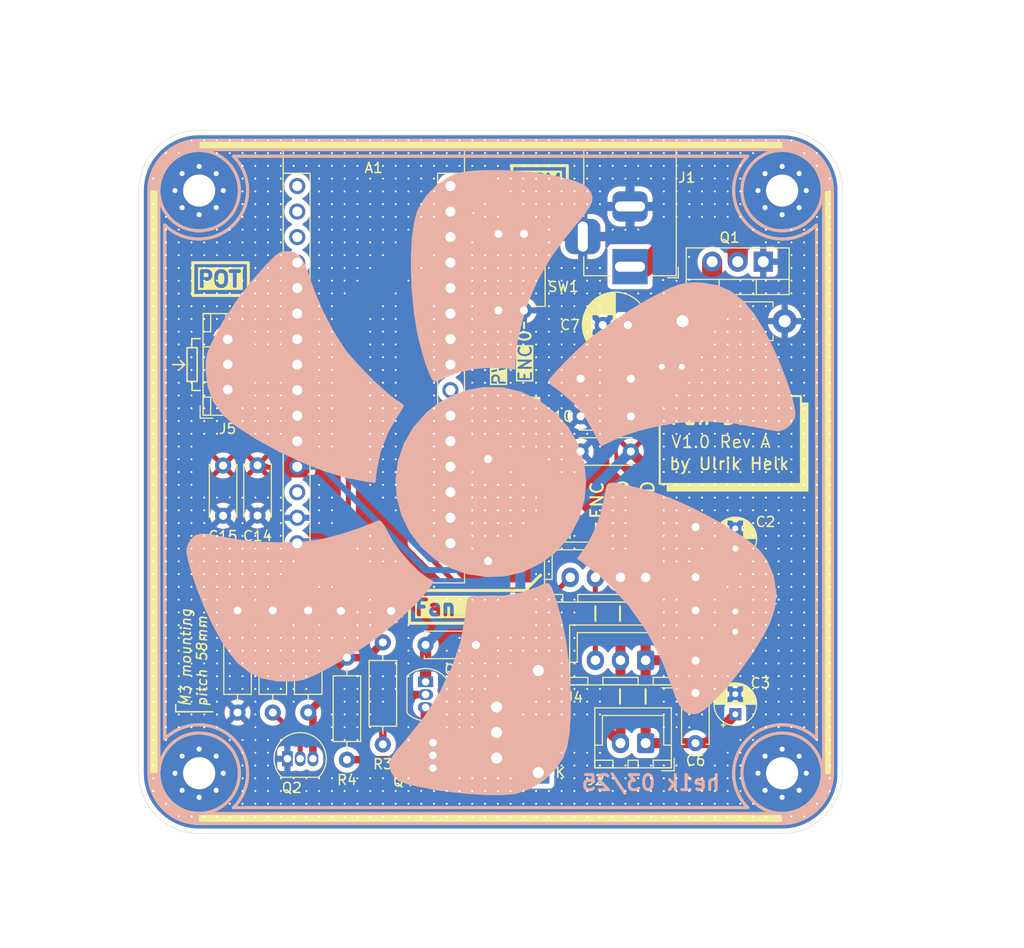
<source format=kicad_pcb>
(kicad_pcb (version 20240108) (generator "pcbnew") (generator_version "8.0")
  (layers (0 "F.Cu" signal) (31 "B.Cu" signal) (34 "B.Paste" user) (35 "F.Paste" user) (36 "B.SilkS" user "B.Silkscreen") (37 "F.SilkS" user "F.Silkscreen") (38 "B.Mask" user) (39 "F.Mask" user) (44 "Edge.Cuts" user))
  (net 0 "")
  (net 1 "+12V")
  (net 5 "unconnected-(A1-A0-Pad19)")
  (net 12 "+3V3")
  (net 13 "GND")
  (net 23 "+5V")
  (net 24 "/VIN")
  (net 25 "/GND_FAN")
  (net 26 "/PWM_FAN")
  (net 27 "/PWM_MOS")
  (net 28 "/REF_FAN")
  (net 29 "/ENC_FAN")
  (net 30 "Net-(Q3-B)")
  (net 31 "Net-(Q3-C)")
  (net 32 "Net-(Q4-B)")
  (net 33 "Net-(Q2-B)")
  (net 34 "Net-(Q2-C)")
  (net 35 "/ON_PWM")
  (net 36 "/ON_ENC")
  (footprint "Capacitor_THT:C_Disc_D5.0mm_W2.5mm_P5.00mm" (layer "F.Cu") (at 183.830001 81.895 180)
    (property "Reference" "C11")
    (property "Value" "0.1uF")
  )
  (footprint "Capacitor_THT:CP_Radial_D4.0mm_P2.00mm" (layer "F.Cu") (at 194.225 91.550001 90)
    (property "Reference" "C2")
    (property "Value" "22uF")
  )
  (footprint "Capacitor_THT:CP_Radial_D4.0mm_P2.00mm" (layer "F.Cu") (at 186.905 73.47)
    (property "Reference" "C8")
    (property "Value" "22uF")
  )
  (footprint "Package_TO_SOT_THT:TO-220-3_Vertical" (layer "F.Cu") (at 170.475 112.404999 90)
    (property "Reference" "Q5")
    (property "Value" "IRFZ44N")
  )
  (footprint "Package_TO_SOT_THT:TO-92_Inline" (layer "F.Cu") (at 149.66 112.475)
    (property "Reference" "Q2")
    (property "Value" "2N3904")
  )
  (footprint "Resistor_THT:R_Axial_DIN0207_L6.3mm_D2.5mm_P10.16mm_Horizontal" (layer "F.Cu") (at 151.730001 97.715 -90)
    (property "Reference" "R2")
    (property "Value" "4.7k")
  )
  (footprint "Connector_JST:JST_XH_B3B-XH-A_1x03_P2.50mm_Vertical" (layer "F.Cu") (at 143.725 75.725 90)
    (property "Reference" "J5")
    (property "Value" "Ref_conn")
  )
  (footprint "Capacitor_THT:C_Disc_D5.0mm_W2.5mm_P5.00mm" (layer "F.Cu") (at 154.980001 97.77)
    (property "Reference" "C1")
    (property "Value" "0.1uF")
  )
  (footprint "Package_TO_SOT_THT:TO-92_Inline" (layer "F.Cu") (at 163.405001 104.824999 -90)
    (property "Reference" "Q3")
    (property "Value" "2N3906")
  )
  (footprint "Capacitor_THT:C_Disc_D5.0mm_W2.5mm_P5.00mm" (layer "F.Cu") (at 163.405001 101.145)
    (property "Reference" "C4")
    (property "Value" "0.1uF")
  )
  (footprint "Capacitor_THT:CP_Radial_D4.0mm_P2.00mm" (layer "F.Cu") (at 194.22 108.050001 90)
    (property "Reference" "C3")
    (property "Value" "22uF")
  )
  (footprint "Capacitor_THT:C_Disc_D5.0mm_W2.5mm_P5.00mm" (layer "F.Cu") (at 183.830001 78.395 180)
    (property "Reference" "C10")
    (property "Value" "1uF")
  )
  (footprint "Connector_JST:JST_XH_B2B-XH-A_1x02_P2.50mm_Vertical" (layer "F.Cu") (at 185.3 110.925 180)
    (property "Reference" "J2")
    (property "Value" "2_Wire_conn")
  )
  (footprint "Capacitor_THT:C_Disc_D5.0mm_W2.5mm_P5.00mm" (layer "F.Cu") (at 146.690001 83.27 -90)
    (property "Reference" "C14")
    (property "Value" "1uF")
  )
  (footprint "MountingHole:MountingHole_3.2mm_M3_Pad_Via" (layer "F.Cu") (at 140.880001 113.92)
    (property "Reference" "H4" (hide yes))
    (property "Value" "MHole")
  )
  (footprint "Diode_THT:D_DO-15_P10.16mm_Horizontal" (layer "F.Cu") (at 188.975001 68.92)
    (property "Reference" "D1")
    (property "Value" "BZW04-136")
  )
  (footprint "Diode_THT:D_DO-41_SOD81_P10.16mm_Horizontal" (layer "F.Cu") (at 174.625 113.855 90)
    (property "Reference" "D2")
    (property "Value" "1N5819")
  )
  (footprint "Resistor_THT:R_Axial_DIN0207_L6.3mm_D2.5mm_P10.16mm_Horizontal" (layer "F.Cu") (at 144.7 107.88 90)
    (property "Reference" "R6")
    (property "Value" "10k")
  )
  (footprint "Capacitor_THT:C_Disc_D5.0mm_W2.5mm_P5.00mm" (layer "F.Cu") (at 143.260001 83.29 -90)
    (property "Reference" "C15")
    (property "Value" "0.1uF")
  )
  (footprint "Capacitor_THT:CP_Radial_D4.0mm_P2.00mm" (layer "F.Cu") (at 194.22 99.8326 90)
    (property "Reference" "C12")
    (property "Value" "22uF")
  )
  (footprint "Package_TO_SOT_THT:TO-92_Inline" (layer "F.Cu") (at 164.14 113.409999 90)
    (property "Reference" "Q4")
    (property "Value" "2N3904")
  )
  (footprint "Resistor_THT:R_Axial_DIN0207_L6.3mm_D2.5mm_P10.16mm_Horizontal" (layer "F.Cu") (at 169.625 92.805 90)
    (property "Reference" "R5")
    (property "Value" "4.7k")
  )
  (footprint "MountingHole:MountingHole_3.2mm_M3_Pad_Via" (layer "F.Cu") (at 140.880001 55.92)
    (property "Reference" "H1" (hide yes))
    (property "Value" "MHole")
  )
  (footprint "Connector_BarrelJack:BarrelJack_Horizontal" (layer "F.Cu") (at 183.747501 63.5 -90)
    (property "Reference" "J1")
    (property "Value" "PWR Conn")
  )
  (footprint "Capacitor_THT:CP_Radial_D6.3mm_P2.50mm" (layer "F.Cu") (at 183.530001 69.3 180)
    (property "Reference" "C7")
    (property "Value" "220uF")
  )
  (footprint "MountingHole:MountingHole_3.2mm_M3_Pad_Via" (layer "F.Cu") (at 198.880001 113.92)
    (property "Reference" "H3" (hide yes))
    (property "Value" "MHole")
  )
  (footprint "Resistor_THT:R_Axial_DIN0207_L6.3mm_D2.5mm_P10.16mm_Horizontal" (layer "F.Cu") (at 148.205001 97.72 -90)
    (property "Reference" "R1")
    (property "Value" "1k")
  )
  (footprint "Capacitor_THT:C_Disc_D5.0mm_W2.5mm_P5.00mm" (layer "F.Cu") (at 190.27 94.41 90)
    (property "Reference" "C5")
    (property "Value" "0.1uF")
  )
  (footprint "Connector_JST:JST_XH_B4B-XH-A_1x04_P2.50mm_Vertical" (layer "F.Cu") (at 185.3 94.425 180)
    (property "Reference" "J3")
    (property "Value" "4_Wire_conn")
  )
  (footprint "Capacitor_THT:C_Disc_D5.0mm_W2.5mm_P5.00mm" (layer "F.Cu") (at 190.25 110.925 90)
    (property "Reference" "C6")
    (property "Value" "0.1uF")
  )
  (footprint "Resistor_THT:R_Axial_DIN0207_L6.3mm_D2.5mm_P10.16mm_Horizontal" (layer "F.Cu") (at 155.580001 102.415 -90)
    (property "Reference" "R4")
    (property "Value" "2.2k")
  )
  (footprint "Button_Switch_THT:SW_DIP_SPSTx02_Slide_6.7x6.64mm_W7.62mm_P2.54mm_LowProfile" (layer "F.Cu") (at 170.65 67.85 90)
    (property "Reference" "SW1")
    (property "Value" "SW_SEL")
  )
  (footprint "Resistor_THT:R_Axial_DIN0207_L6.3mm_D2.5mm_P10.16mm_Horizontal" (layer "F.Cu") (at 159.155001 100.89 -90)
    (property "Reference" "R3")
    (property "Value" "2.2k")
  )
  (footprint "Capacitor_THT:C_Disc_D5.0mm_W2.5mm_P5.00mm" (layer "F.Cu") (at 190.27 102.71 90)
    (property "Reference" "C13")
    (property "Value" "0.1uF")
  )
  (footprint "Module:Arduino_Nano" (layer "F.Cu") (at 165.880001 91.03 180)
    (property "Reference" "A1")
    (property "Value" "Arduino_Nano_v3.x")
  )
  (footprint "MountingHole:MountingHole_3.2mm_M3_Pad_Via" (layer "F.Cu") (at 198.880001 55.92)
    (property "Reference" "H2" (hide yes))
    (property "Value" "MHole")
  )
  (footprint "Capacitor_THT:C_Disc_D5.0mm_W2.5mm_P5.00mm" (layer "F.Cu") (at 183.830001 74.645 180)
    (property "Reference" "C9")
    (property "Value" "10uF")
  )
  (footprint "Package_TO_SOT_THT:TO-220-3_Vertical" (layer "F.Cu") (at 197 63 180)
    (property "Reference" "Q1")
    (property "Value" "STP12PF06")
  )
  (footprint "Connector_JST:JST_XH_B3B-XH-A_1x03_P2.50mm_Vertical" (layer "F.Cu") (at 185.3 102.675 180)
    (property "Reference" "J4")
    (property "Value" "3_Wire_conn")
  )
  (footprint "0_logo:fan_80x80mm" (layer "B.Cu") (at 170 85 180)
    (property "Reference" "G***" (hide yes))
    (property "Value" "LOGO" (hide yes))
  )
  (gr_line (start 195.458946 52.5) (end 144.3 52.5) (stroke (width 0.3)) (layer "B.SilkS"))
  (gr_arc (start 135.880035 55.92) (mid 137.344503 52.384478) (end 140.880035 50.92) (stroke (width 0.3)) (layer "B.SilkS"))
  (gr_arc (start 203.864466 113.92) (mid 202.4 117.455534) (end 198.864466 118.92) (stroke (width 0.3)) (layer "B.SilkS"))
  (gr_arc (start 137.459474 110.499473) (mid 144.300528 110.499473) (end 144.300528 117.340527) (stroke (width 0.3)) (layer "B.SilkS"))
  (gr_line (start 203.025 114.05) (end 203.775 114.05) (stroke (width 0.1)) (layer "B.SilkS"))
  (gr_poly (pts (xy 199.024341 50.924341) (xy 199.55 51.05) (xy 199.6 51.1) (xy 200.1 51.1) (xy 200.2 51.2) (xy 200.6 51.2) (xy 200.85 51.45) (xy 201.35 51.45) (xy 202.15 52.25) (xy 202.25 52.25) (xy 202.9 52.9) (xy 202.9 53.1) (xy 203.35 53.55) (xy 203.35 53.95) (xy 203.7 54.3) (xy 203.7 54.95) (xy 203.8 55.05) (xy 203.8 55.8) (xy 203 55.8) (xy 203 55.5) (xy 202.95 55.45) (xy 202.95 55.25) (xy 202.75 55.05) (xy 202.75 54.55) (xy 202.4 54.2) (xy 202.4 53.85) (xy 201.55 53) (xy 201.55 52.95) (xy 201.15 52.55) (xy 200.85 52.55) (xy 200.5 52.2) (xy 200.1 52.2) (xy 199.9 52) (xy 199.2 52) (xy 199.031907 51.831907)) (stroke (width 0.1)) (fill solid) (layer "B.SilkS"))
  (gr_poly (pts (xy 203.140275 114.1) (xy 203.7 114.1) (xy 203.75 114.35) (xy 203.75 114.65) (xy 203.65 114.75) (xy 203.65 115.15) (xy 203.55 115.25) (xy 203.55 115.85) (xy 203.2 116.2) (xy 203.2 116.5) (xy 202.7 117) (xy 202.7 117.15) (xy 201.85 118) (xy 201.6 118) (xy 201.1 118.5) (xy 200.7 118.5) (xy 200.4 118.8) (xy 199.55 118.8) (xy 199.4 118.95) (xy 199.1 118.95) (xy 198.956247 118.806247) (xy 198.95 118.05) (xy 199.1 118) (xy 199.5 118) (xy 199.6 117.9) (xy 199.95 117.9) (xy 200.15 117.7) (xy 200.5 117.7) (xy 200.8 117.4) (xy 201.1 117.4) (xy 201.55 116.95) (xy 201.65 116.95) (xy 201.95 116.65) (xy 201.95 116.6) (xy 202.2 116.35) (xy 202.2 116.15) (xy 202.55 115.8) (xy 202.55 115.5) (xy 202.75 115.3) (xy 202.75 114.9) (xy 202.9 114.75) (xy 202.9 114.4)) (stroke (width 0.1)) (fill solid) (layer "B.SilkS"))
  (gr_arc (start 144.300528 52.499473) (mid 144.300528 59.340527) (end 137.459474 59.340527) (stroke (width 0.3)) (layer "B.SilkS"))
  (gr_poly (pts (xy 136.775 113.95) (xy 136.025 113.95) (xy 135.975 114) (xy 135.975 114.675) (xy 136.075 114.775) (xy 136.075 115.275) (xy 136.225 115.425) (xy 136.225 115.775) (xy 136.45 116) (xy 136.45 116.275) (xy 136.8 116.625) (xy 136.8 116.875) (xy 137.9 117.975) (xy 138.075 117.975) (xy 138.4 118.3) (xy 138.625 118.3) (xy 138.925 118.6) (xy 139.325 118.6) (xy 139.475 118.75) (xy 139.975 118.75) (xy 140.05 118.825) (xy 140.775 118.825) (xy 140.8 118.8) (xy 140.8 118.05) (xy 140.75 118) (xy 140.275 118) (xy 140.1 117.825) (xy 139.525 117.825) (xy 139.15 117.45) (xy 138.775 117.45) (xy 138.175 116.85) (xy 138.025 116.85) (xy 137.75 116.575) (xy 137.75 116.375) (xy 137.325 115.95) (xy 137.325 115.675) (xy 137.05 115.4) (xy 137.05 115.075) (xy 136.9 114.925) (xy 136.9 114.45) (xy 136.775 114.325)) (stroke (width 0.1)) (fill solid) (layer "B.SilkS"))
  (gr_line (start 202.915535 55.9) (end 203.9 55.9) (stroke (width 0.1)) (layer "B.SilkS"))
  (gr_circle (center 140.880001 55.92) (end 144.880001 55.92) (stroke (width 0.3)) (fill none) (layer "B.SilkS"))
  (gr_line (start 140.95 118.914466) (end 198.864466 118.914466) (stroke (width 0.3)) (layer "B.SilkS"))
  (gr_poly (pts (xy 140.75 51.85) (xy 140.225 51.85) (xy 140.025 52.05) (xy 139.525 52.05) (xy 139.35 52.225) (xy 139.075 52.225) (xy 138.675 52.625) (xy 138.5 52.625) (xy 137.45 53.675) (xy 137.45 53.975) (xy 137.075 54.35) (xy 137.075 54.875) (xy 136.85 55.1) (xy 136.85 55.775) (xy 136.8 55.825) (xy 136.025 55.825) (xy 135.975 55.775) (xy 135.975 55.2) (xy 136.075 55.1) (xy 136.075 54.625) (xy 136.225 54.475) (xy 136.225 54.175) (xy 136.4 54) (xy 136.4 53.725) (xy 136.675 53.45) (xy 136.675 53.3) (xy 137 52.975) (xy 137 52.875) (xy 138.2 51.675) (xy 138.475 51.675) (xy 138.775 51.375) (xy 139.1 51.375) (xy 139.3 51.175) (xy 139.675 51.175) (xy 139.825 51.025) (xy 140.85 51.025) (xy 140.85 51.75)) (stroke (width 0.1)) (fill solid) (layer "B.SilkS"))
  (gr_line (start 198.880001 50.92) (end 140.9 50.92) (stroke (width 0.3)) (layer "B.SilkS"))
  (gr_line (start 203 114.25) (end 203 55.8) (stroke (width 0.3)) (layer "B.SilkS"))
  (gr_line (start 199.130001 117.92) (end 140.880001 117.92) (stroke (width 0.3)) (layer "B.SilkS"))
  (gr_line (start 203.864466 113.92) (end 203.864466 55.92) (stroke (width 0.3)) (layer "B.SilkS"))
  (gr_line (start 136.025 55.85) (end 136.775 55.85) (stroke (width 0.1)) (layer "B.SilkS"))
  (gr_line (start 198.95 51.892233) (end 198.95 50.907767) (stroke (width 0.1)) (layer "B.SilkS"))
  (gr_arc (start 202.3 59.341054) (mid 195.458946 59.341054) (end 195.458946 52.5) (stroke (width 0.3)) (layer "B.SilkS"))
  (gr_line (start 202.3 110.5) (end 202.3 59.341054) (stroke (width 0.3)) (layer "B.SilkS"))
  (gr_arc (start 198.880001 50.92) (mid 202.415535 52.384466) (end 203.880001 55.92) (stroke (width 0.3)) (layer "B.SilkS"))
  (gr_line (start 136.025 113.95) (end 136.775 113.95) (stroke (width 0.1)) (layer "B.SilkS"))
  (gr_line (start 140.85 51.775) (end 140.85 51.025) (stroke (width 0.1)) (layer "B.SilkS"))
  (gr_circle (center 198.880001 113.92) (end 202.880001 113.92) (stroke (width 0.3)) (fill none) (layer "B.SilkS"))
  (gr_line (start 144.3 117.341054) (end 195.458946 117.341054) (stroke (width 0.3)) (layer "B.SilkS"))
  (gr_line (start 137.459474 59.340527) (end 137.459474 110.499473) (stroke (width 0.3)) (layer "B.SilkS"))
  (gr_line (start 135.880001 113.919966) (end 135.880001 55.92) (stroke (width 0.3)) (layer "B.SilkS"))
  (gr_line (start 140.8 118.05) (end 140.8 118.8) (stroke (width 0.1)) (layer "B.SilkS"))
  (gr_arc (start 140.880001 118.919966) (mid 137.344479 117.455498) (end 135.880001 113.919966) (stroke (width 0.3)) (layer "B.SilkS"))
  (gr_circle (center 198.880001 55.92) (end 202.880001 55.92) (stroke (width 0.3)) (fill none) (layer "B.SilkS"))
  (gr_circle (center 140.880001 113.92) (end 144.880001 113.92) (stroke (width 0.3)) (fill none) (layer "B.SilkS"))
  (gr_line (start 136.880001 55.92) (end 136.880001 113.92) (stroke (width 0.3)) (layer "B.SilkS"))
  (gr_line (start 198.9 118.05) (end 198.9 118.8) (stroke (width 0.1)) (layer "B.SilkS"))
  (gr_arc (start 195.458946 117.341054) (mid 195.458946 110.5) (end 202.3 110.5) (stroke (width 0.3)) (layer "B.SilkS"))
  (gr_line (start 140.75 51.85) (end 199.1 51.85) (stroke (width 0.3)) (layer "B.SilkS"))
  (gr_line (start 195.46 52.499473) (end 144.3 52.499473) (stroke (width 0.3)) (layer "F.SilkS"))
  (gr_circle (center 198.880001 55.92) (end 202.880001 55.92) (stroke (width 0.3)) (fill none) (layer "F.SilkS"))
  (gr_line (start 173.205001 58.545) (end 173.205001 59.125) (stroke (width 0.2)) (layer "F.SilkS"))
  (gr_rect (start 202.975 55.95) (end 203.975 113.974999) (stroke (width 0.1)) (fill solid) (layer "F.SilkS"))
  (gr_line (start 182.75 97.3) (end 182.75 98.75) (stroke (width 0.2)) (layer "F.SilkS"))
  (gr_line (start 185.3 105.55) (end 185.3 107) (stroke (width 0.2)) (layer "F.SilkS"))
  (gr_line (start 201.45 85.125) (end 201.45 85.825) (stroke (width 0.1)) (layer "F.SilkS"))
  (gr_line (start 140.9 50.92) (end 198.880001 50.92) (stroke (width 0.3)) (layer "F.SilkS"))
  (gr_arc (start 198.880001 50.92) (mid 202.415535 52.384466) (end 203.880001 55.92) (stroke (width 0.3)) (layer "F.SilkS"))
  (gr_rect (start 140.247259 63.1) (end 145.77274 66.360481) (stroke (width 0.3)) (fill none) (layer "F.SilkS"))
  (gr_line (start 173.205001 69.625) (end 173.205001 69.045) (stroke (width 0.2)) (layer "F.SilkS"))
  (gr_arc (start 140.880001 118.920001) (mid 137.344467 117.455535) (end 135.880001 113.920001) (stroke (width 0.3)) (layer "F.SilkS"))
  (gr_line (start 182.75 105.55) (end 182.75 107) (stroke (width 0.2)) (layer "F.SilkS"))
  (gr_line (start 140.175 75.820001) (end 140.98 75.820001) (stroke (width 0.15)) (layer "F.SilkS"))
  (gr_arc (start 202.300528 59.340527) (mid 195.459474 59.340527) (end 195.459474 52.499473) (stroke (width 0.3)) (layer "F.SilkS"))
  (gr_rect (start 168.85038 76.584139) (end 174.675862 79.84462) (stroke (width 0.3)) (fill none) (layer "F.SilkS"))
  (gr_circle (center 140.880001 113.92) (end 144.880001 113.92) (stroke (width 0.3)) (fill none) (layer "F.SilkS"))
  (gr_poly (pts (xy 140.855001 119.025) (xy 140.855002 118.025) (xy 198.830001 118.025) (xy 198.830001 119.025)) (stroke (width 0.1)) (fill solid) (layer "F.SilkS"))
  (gr_line (start 185.35 89.05) (end 185.35 90.5) (stroke (width 0.2)) (layer "F.SilkS"))
  (gr_arc (start 144.300528 52.499473) (mid 144.300528 59.340527) (end 137.459474 59.340527) (stroke (width 0.3)) (layer "F.SilkS"))
  (gr_line (start 187.44011 85.81761) (end 187.44011 85.14261) (stroke (width 0.1)) (layer "F.SilkS"))
  (gr_line (start 173.326236 95.71627) (end 174.843801 94.198705) (stroke (width 0.3)) (layer "F.SilkS"))
  (gr_line (start 139.4225 73.25) (end 139.017319 73.655181) (stroke (width 0.15)) (layer "F.SilkS"))
  (gr_line (start 140.15 70.66) (end 140.98 70.66) (stroke (width 0.15)) (layer "F.SilkS"))
  (gr_arc (start 137.459474 110.499473) (mid 144.300528 110.499473) (end 144.300528 117.340527) (stroke (width 0.3)) (layer "F.SilkS"))
  (gr_arc (start 195.459474 117.340527) (mid 195.459474 110.499473) (end 202.300528 110.499473) (stroke (width 0.3)) (layer "F.SilkS"))
  (gr_rect (start 139.675 71.565) (end 140.68 74.915) (stroke (width 0.15)) (fill none) (layer "F.SilkS"))
  (gr_circle (center 140.880001 55.92) (end 144.880001 55.92) (stroke (width 0.3)) (fill none) (layer "F.SilkS"))
  (gr_line (start 138.55 107.8) (end 138.55 107.08125) (stroke (width 0.15)) (layer "F.SilkS"))
  (gr_arc (start 135.880001 55.919999) (mid 137.344467 52.384466) (end 140.880001 50.919999) (stroke (width 0.3)) (layer "F.SilkS"))
  (gr_arc (start 203.880002 113.92) (mid 202.415536 117.455534) (end 198.880002 118.92) (stroke (width 0.3)) (layer "F.SilkS"))
  (gr_line (start 138.225 73.25) (end 139.4225 73.25) (stroke (width 0.15)) (layer "F.SilkS"))
  (gr_line (start 168.880001 79.82) (end 167.525153 81.174848) (stroke (width 0.3)) (layer "F.SilkS"))
  (gr_line (start 200.75511 77.075) (end 201.45 77.075) (stroke (width 0.1)) (layer "F.SilkS"))
  (gr_line (start 135.880001 55.919999) (end 135.880001 113.920001) (stroke (width 0.3)) (layer "F.SilkS"))
  (gr_line (start 185.3 97.3) (end 185.3 98.75) (stroke (width 0.2)) (layer "F.SilkS"))
  (gr_line (start 144.3 117.340527) (end 195.459474 117.340527) (stroke (width 0.3)) (layer "F.SilkS"))
  (gr_line (start 182.8 89.05) (end 182.8 90.5) (stroke (width 0.2)) (layer "F.SilkS"))
  (gr_rect (start 187.51022 85.18011) (end 200.85 85.76989) (stroke (width 0.1)) (fill solid) (layer "F.SilkS"))
  (gr_rect (start 161.80726 95.725) (end 173.592741 98.985481) (stroke (width 0.3)) (fill none) (layer "F.SilkS"))
  (gr_line (start 201.45 77.075) (end 201.45 85.125) (stroke (width 0.1)) (layer "F.SilkS"))
  (gr_line (start 139.4225 73.25) (end 139.011385 72.838885) (stroke (width 0.15)) (layer "F.SilkS"))
  (gr_line (start 180.35 89.05) (end 180.35 90.5) (stroke (width 0.2)) (layer "F.SilkS"))
  (gr_line (start 180.3 97.3) (end 180.3 98.75) (stroke (width 0.2)) (layer "F.SilkS"))
  (gr_rect (start 200.81022 77.075) (end 201.4 85.76478) (stroke (width 0.1)) (fill solid) (layer "F.SilkS"))
  (gr_line (start 202.300528 110.5) (end 202.300528 59.340527) (stroke (width 0.3)) (layer "F.SilkS"))
  (gr_line (start 140.175 74.925) (end 140.175 75.805001) (stroke (width 0.15)) (layer "F.SilkS"))
  (gr_line (start 140.15 71.565) (end 140.15 70.66) (stroke (width 0.15)) (layer "F.SilkS"))
  (gr_line (start 201.45 85.825) (end 187.45 85.825) (stroke (width 0.1)) (layer "F.SilkS"))
  (gr_line (start 177.75 89.05) (end 177.75 90.5) (stroke (width 0.2)) (layer "F.SilkS"))
  (gr_line (start 142.25 107.8) (end 138.55 107.8) (stroke (width 0.15)) (layer "F.SilkS"))
  (gr_line (start 198.880001 118.92) (end 140.9 118.92) (stroke (width 0.3)) (layer "F.SilkS"))
  (gr_line (start 137.459474 59.340527) (end 137.459474 110.499473) (stroke (width 0.3)) (layer "F.SilkS"))
  (gr_line (start 178.847522 58.097522) (end 177.452478 56.702478) (stroke (width 0.3)) (layer "F.SilkS"))
  (gr_rect (start 171.984781 53.437041) (end 177.510263 56.697522) (stroke (width 0.3)) (fill none) (layer "F.SilkS"))
  (gr_line (start 170.655001 58.545) (end 170.655001 59.125) (stroke (width 0.2)) (layer "F.SilkS"))
  (gr_rect (start 135.880001 55.919999) (end 136.880001 113.894998) (stroke (width 0.1)) (fill solid) (layer "F.SilkS"))
  (gr_line (start 145.816258 66.349241) (end 147.228258 67.761241) (stroke (width 0.3)) (layer "F.SilkS"))
  (gr_poly (pts (xy 140.95 51.824999) (xy 140.95 50.825001) (xy 198.874999 50.825001) (xy 198.874999 51.824999)) (stroke (width 0.1)) (fill solid) (layer "F.SilkS"))
  (gr_rect (start 186.7 76.375) (end 200.75 85.125) (stroke (width 0.2)) (fill none) (layer "F.SilkS"))
  (gr_line (start 170.655001 69.625) (end 170.655001 69.045) (stroke (width 0.2)) (layer "F.SilkS"))
  (gr_line (start 203.880001 55.92) (end 203.880001 113.92) (stroke (width 0.3)) (layer "F.SilkS"))
  (gr_circle (center 198.880001 113.92) (end 202.880001 113.92) (stroke (width 0.3)) (fill none) (layer "F.SilkS"))
  (gr_line (start 198.880001 49.92) (end 140.880001 49.92) (stroke (width 0.05)) (layer "Edge.Cuts"))
  (gr_line (start 204.880209 113.92) (end 204.880209 55.92) (stroke (width 0.05)) (layer "Edge.Cuts"))
  (gr_arc (start 134.880001 55.92) (mid 136.63736 51.677359) (end 140.880001 49.92) (stroke (width 0.05)) (layer "Edge.Cuts"))
  (gr_line (start 134.880001 55.92) (end 134.880001 113.92) (stroke (width 0.05)) (layer "Edge.Cuts"))
  (gr_arc (start 204.880209 113.92) (mid 203.122789 118.162788) (end 198.880001 119.920208) (stroke (width 0.05)) (layer "Edge.Cuts"))
  (gr_line (start 140.880001 119.92) (end 198.880001 119.92) (stroke (width 0.05)) (layer "Edge.Cuts"))
  (gr_arc (start 140.880001 119.92) (mid 136.63736 118.162641) (end 134.880001 113.92) (stroke (width 0.05)) (layer "Edge.Cuts"))
  (gr_arc (start 198.880001 49.92) (mid 203.122642 51.677359) (end 204.880001 55.92) (stroke (width 0.05)) (layer "Edge.Cuts"))
  (gr_text "he1k 03/25" (at 192.875 115.75 0) (layer "B.SilkS") (effects (font (size 1.5 1.5) (thickness 0.3) (bold yes)) (justify left bottom mirror)))
  (gr_text "by Ulrik Helk" (at 187.55 83.825 0) (layer "F.SilkS") (effects (font (size 1.2 1.2) (thickness 0.1875)) (justify left bottom)))
  (gr_text "POT" (at 140.537031 65.63619 0) (layer "F.SilkS" knockout) (effects (font (size 1.5 1.5) (thickness 0.375) (bold yes)) (justify left bottom)))
  (gr_text "12V" (at 172.354781 55.137041 0) (layer "F.SilkS" knockout) (effects (font (size 1.5 1.5) (thickness 0.375) (bold yes)) (justify left)))
  (gr_text "1" (at 171.315001 58.545 90) (layer "F.SilkS") (effects (font (size 1.25 1.25) (thickness 0.2)) (justify left bottom)))
  (gr_text "M3 mounting\npitch 58mm" (at 141.75 107.3625 90) (layer "F.SilkS") (effects (font (size 1 1) (thickness 0.15) (italic yes)) (justify left bottom)))
  (gr_text "MCU" (at 169.140862 78.259139 0) (layer "F.SilkS" knockout) (effects (font (size 1.5 1.5) (thickness 0.375) (bold yes)) (justify left)))
  (gr_text "VDD" (at 186.25 88.525 90) (layer "F.SilkS") (effects (font (size 1.25 1.25) (thickness 0.2)) (justify left bottom)))
  (gr_text "V1.0 Rev A" (at 187.75 81.65 0) (layer "F.SilkS") (effects (font (size 1.2 1.2)) (justify left bottom)))
  (gr_text "1" (at 173.865001 58.545 90) (layer "F.SilkS") (effects (font (size 1.25 1.25) (thickness 0.2)) (justify left bottom)))
  (gr_text "Fan Driver" (at 187.55 79.325 0) (layer "F.SilkS") (effects (font (size 1.5 1.5) (thickness 0.3) (bold yes) (italic yes)) (justify left bottom)))
  (gr_text "ENC" (at 181.2 88.725 90) (layer "F.SilkS") (effects (font (size 1.25 1.25) (thickness 0.2)) (justify left bottom)))
  (gr_text "PWM" (at 171.455001 75.47 90) (layer "F.SilkS" knockout) (effects (font (size 1.25 1.25) (thickness 0.2)) (justify left bottom)))
  (gr_text "PWM" (at 178.65 88.725 90) (layer "F.SilkS") (effects (font (size 1.25 1.25) (thickness 0.2)) (justify left bottom)))
  (gr_text "0" (at 169.880001 69.67 270) (layer "F.SilkS") (effects (font (size 1.25 1.25) (thickness 0.2)) (justify left bottom)))
  (gr_text "GND" (at 183.75 88.675 90) (layer "F.SilkS") (effects (font (size 1.25 1.25) (thickness 0.2)) (justify left bottom)))
  (gr_text "0" (at 172.430001 69.67 270) (layer "F.SilkS") (effects (font (size 1.25 1.25) (thickness 0.2)) (justify left bottom)))
  (gr_text "ENC" (at 174.055001 75.12 90) (layer "F.SilkS" knockout) (effects (font (size 1.25 1.25) (thickness 0.2)) (justify left bottom)))
  (gr_text "Fan Conn" (at 162.132383 98.325123 0) (layer "F.SilkS" knockout) (effects (font (size 1.5 1.5) (thickness 0.375) (bold yes)) (justify left bottom)))
  (segment (start 154.980001 97.77) (end 151.785001 97.77) (width 0.75) (layer "F.Cu") (net 1))
  (segment (start 185.3 94.425) (end 191.350001 94.425) (width 1) (layer "F.Cu") (net 1))
  (segment (start 151.785001 97.77) (end 151.730001 97.715) (width 0.75) (layer "F.Cu") (net 1))
  (segment (start 185.3 110.925) (end 185.3 83.364999) (width 1) (layer "F.Cu") (net 1))
  (segment (start 185.3 83.364999) (end 183.830001 81.895) (width 1) (layer "F.Cu") (net 1))
  (segment (start 191.345001 110.925) (end 194.22 108.050001) (width 1) (layer "F.Cu") (net 1))
  (segment (start 185.4 94.325) (end 185.3 94.425) (width 1) (layer "F.Cu") (net 1))
  (segment (start 191.920001 65.975) (end 188.975001 68.92) (width 2) (layer "F.Cu") (net 1))
  (segment (start 185.3 110.925) (end 191.345001 110.925) (width 1) (layer "F.Cu") (net 1))
  (segment (start 163.405001 101.145) (end 163.405001 104.8075) (width 1.125) (layer "F.Cu") (net 1))
  (segment (start 185.3 102.675) (end 191.3776 102.675) (width 1) (layer "F.Cu") (net 1))
  (segment (start 185.35 102.725) (end 185.3 102.675) (width 1) (layer "F.Cu") (net 1))
  (segment (start 191.920001 63) (end 191.920001 65.975) (width 2) (layer "F.Cu") (net 1))
  (segment (start 191.3776 102.675) (end 194.22 99.8326) (width 1) (layer "F.Cu") (net 1))
  (segment (start 191.350001 94.425) (end 194.225 91.550001) (width 1) (layer "F.Cu") (net 1))
  (segment (start 164.930001 99.07) (end 160.930001 95.07) (width 1) (layer "B.Cu") (net 1))
  (segment (start 154.980001 96.92) (end 154.980001 97.77) (width 1) (layer "B.Cu") (net 1))
  (segment (start 156.830001 95.12) (end 156.780001 95.12) (width 1) (layer "B.Cu") (net 1))
  (segment (start 160.930001 95.07) (end 156.880001 95.07) (width 1) (layer "B.Cu") (net 1))
  (segment (start 171.230001 99.07) (end 165.480001 99.07) (width 1) (layer "B.Cu") (net 1))
  (segment (start 172.830001 97.47) (end 171.230001 99.07) (width 1) (layer "B.Cu") (net 1))
  (segment (start 172.830001 92.77) (end 172.830001 97.47) (width 1) (layer "B.Cu") (net 1))
  (segment (start 165.480001 99.07) (end 164.930001 99.07) (width 1) (layer "B.Cu") (net 1))
  (segment (start 152.740001 91.03) (end 150.640001 91.03) (width 1) (layer "B.Cu") (net 1))
  (segment (start 156.780001 95.12) (end 154.980001 96.92) (width 1) (layer "B.Cu") (net 1))
  (segment (start 156.830001 95.12) (end 152.740001 91.03) (width 1) (layer "B.Cu") (net 1))
  (segment (start 156.880001 95.07) (end 156.830001 95.12) (width 1) (layer "B.Cu") (net 1))
  (segment (start 172.955001 92.77) (end 172.830001 92.77) (width 1) (layer "B.Cu") (net 1))
  (segment (start 165.480001 99.07) (end 163.405001 101.145) (width 1) (layer "B.Cu") (net 1))
  (segment (start 183.830001 81.895) (end 172.955001 92.77) (width 1) (layer "B.Cu") (net 1))
  (segment (start 150.32 63.09) (end 150.640001 63.09) (width 0.35) (layer "F.Cu") (net 5))
  (segment (start 174.105 103.695) (end 170.475 107.325) (width 1) (layer "F.Cu") (net 13))
  (segment (start 174.625 103.695) (end 174.105 103.695) (width 1) (layer "F.Cu") (net 13))
  (via (at 136.305477 99.18) (size 0.4) (drill 0.2) (layers "F.Cu" "B.Cu") (net 13))
  (via (at 146.465477 59.81) (size 0.4) (drill 0.2) (layers "F.Cu" "B.Cu") (net 13))
  (via (at 169.325477 105.53) (size 0.4) (drill 0.2) (layers "F.Cu" "B.Cu") (net 13))
  (via (at 159.165477 92.83) (size 0.4) (drill 0.2) (layers "F.Cu" "B.Cu") (net 13))
  (via (at 160.435477 50.92) (size 0.4) (drill 0.2) (layers "F.Cu" "B.Cu") (net 13))
  (via (at 202.345477 89.02) (size 0.4) (drill 0.2) (layers "F.Cu" "B.Cu") (net 13))
  (via (at 201.075477 76.32) (size 0.4) (drill 0.2) (layers "F.Cu" "B.Cu") (net 13))
  (via (at 179.485477 106.8) (size 0.4) (drill 0.2) (layers "F.Cu" "B.Cu") (net 13))
  (via (at 179.485477 108.07) (size 0.4) (drill 0.2) (layers "F.Cu" "B.Cu") (net 13))
  (via (at 164.245477 53.46) (size 0.4) (drill 0.2) (layers "F.Cu" "B.Cu") (net 13))
  (via (at 202.345477 101.72) (size 0.4) (drill 0.2) (layers "F.Cu" "B.Cu") (net 13))
  (via (at 157.895477 56) (size 0.4) (drill 0.2) (layers "F.Cu" "B.Cu") (net 13))
  (via (at 142.655477 62.35) (size 0.4) (drill 0.2) (layers "F.Cu" "B.Cu") (net 13))
  (via (at 195.995477 59.81) (size 0.4) (drill 0.2) (layers "F.Cu" "B.Cu") (net 13))
  (via (at 171.865477 115.69) (size 0.4) (drill 0.2) (layers "F.Cu" "B.Cu") (net 13))
  (via (at 140.115477 77.59) (size 0.4) (drill 0.2) (layers "F.Cu" "B.Cu") (net 13))
  (via (at 203.615477 94.1) (size 0.4) (drill 0.2) (layers "F.Cu" "B.Cu") (net 13))
  (via (at 164.245477 78.86) (size 0.4) (drill 0.2) (layers "F.Cu" "B.Cu") (net 13))
  (via (at 195.995477 95.37) (size 0.4) (drill 0.2) (layers "F.Cu" "B.Cu") (net 13))
  (via (at 165.515477 116.96) (size 0.4) (drill 0.2) (layers "F.Cu" "B.Cu") (net 13))
  (via (at 185.835477 116.96) (size 0.4) (drill 0.2) (layers "F.Cu" "B.Cu") (net 13))
  (via (at 161.705477 53.46) (size 0.4) (drill 0.2) (layers "F.Cu" "B.Cu") (net 13))
  (via (at 137.575477 86.48) (size 0.4) (drill 0.2) (layers "F.Cu" "B.Cu") (net 13))
  (via (at 202.345477 71.24) (size 0.4) (drill 0.2) (layers "F.Cu" "B.Cu") (net 13))
  (via (at 197.265477 102.99) (size 0.4) (drill 0.2) (layers "F.Cu" "B.Cu") (net 13))
  (via (at 187.105477 81.4) (size 0.4) (drill 0.2) (layers "F.Cu" "B.Cu") (net 13))
  (via (at 149.005477 104.26) (size 0.4) (drill 0.2) (layers "F.Cu" "B.Cu") (net 13))
  (via (at 197.265477 104.26) (size 0.4) (drill 0.2) (layers "F.Cu" "B.Cu") (net 13))
  (via (at 174.405477 54.73) (size 0.4) (drill 0.2) (layers "F.Cu" "B.Cu") (net 13))
  (via (at 138.845477 61.08) (size 0.4) (drill 0.2) (layers "F.Cu" "B.Cu") (net 13))
  (via (at 173.135477 73.78) (size 0.4) (drill 0.2) (layers "F.Cu" "B.Cu") (net 13))
  (via (at 188.375477 114.42) (size 0.4) (drill 0.2) (layers "F.Cu" "B.Cu") (net 13))
  (via (at 152.815477 53.46) (size 0.4) (drill 0.2) (layers "F.Cu" "B.Cu") (net 13))
  (via (at 203.615477 113.15) (size 0.4) (drill 0.2) (layers "F.Cu" "B.Cu") (net 13))
  (via (at 150.275477 50.92) (size 0.4) (drill 0.2) (layers "F.Cu" "B.Cu") (net 13))
  (via (at 192.185477 105.53) (size 0.4) (drill 0.2) (layers "F.Cu" "B.Cu") (net 13))
  (via (at 140.115477 91.56) (size 0.4) (drill 0.2) (layers "F.Cu" "B.Cu") (net 13))
  (via (at 175.675477 59.81) (size 0.4) (drill 0.2) (layers "F.Cu" "B.Cu") (net 13))
  (via (at 160.435477 86.48) (size 0.4) (drill 0.2) (layers "F.Cu" "B.Cu") (net 13))
  (via (at 195.995477 78.86) (size 0.4) (drill 0.2) (layers "F.Cu" "B.Cu") (net 13))
  (via (at 154.085477 77.59) (size 0.4) (drill 0.2) (layers "F.Cu" "B.Cu") (net 13))
  (via (at 197.265477 76.32) (size 0.4) (drill 0.2) (layers "F.Cu" "B.Cu") (net 13))
  (via (at 194.725477 78.86) (size 0.4) (drill 0.2) (layers "F.Cu" "B.Cu") (net 13))
  (via (at 157.895477 50.92) (size 0.4) (drill 0.2) (layers "F.Cu" "B.Cu") (net 13))
  (via (at 145.195477 115.69) (size 0.4) (drill 0.2) (layers "F.Cu" "B.Cu") (net 13))
  (via (at 137.575477 52.19) (size 0.4) (drill 0.2) (layers "F.Cu" "B.Cu") (net 13))
  (via (at 166.785477 96.64) (size 0.4) (drill 0.2) (layers "F.Cu" "B.Cu") (net 13))
  (via (at 201.075477 78.86) (size 0.4) (drill 0.2) (layers "F.Cu" "B.Cu") (net 13))
  (via (at 199.805477 63.62) (size 0.4) (drill 0.2) (layers "F.Cu" "B.Cu") (net 13))
  (via (at 156.625477 110.61) (size 0.4) (drill 0.2) (layers "F.Cu" "B.Cu") (net 13))
  (via (at 142.655477 63.62) (size 0.4) (drill 0.2) (layers "F.Cu" "B.Cu") (net 13))
  (via (at 150.275477 52.19) (size 0.4) (drill 0.2) (layers "F.Cu" "B.Cu") (net 13))
  (via (at 155.355477 110.61) (size 0.4) (drill 0.2) (layers "F.Cu" "B.Cu") (net 13))
  (via (at 189.645477 108.07) (size 0.4) (drill 0.2) (layers "F.Cu" "B.Cu") (net 13))
  (via (at 140.115477 82.67) (size 0.4) (drill 0.2) (layers "F.Cu" "B.Cu") (net 13))
  (via (at 147.735477 52.19) (size 0.4) (drill 0.2) (layers "F.Cu" "B.Cu") (net 13))
  (via (at 194.725477 56) (size 0.4) (drill 0.2) (layers "F.Cu" "B.Cu") (net 13))
  (via (at 184.565477 115.69) (size 0.4) (drill 0.2) (layers "F.Cu" "B.Cu") (net 13))
  (via (at 197.265477 86.48) (size 0.4) (drill 0.2) (layers "F.Cu" "B.Cu") (net 13))
  (via (at 138.845477 67.43) (size 0.4) (drill 0.2) (layers "F.Cu" "B.Cu") (net 13))
  (via (at 203.615477 54.73) (size 0.4) (drill 0.2) (layers "F.Cu" "B.Cu") (net 13))
  (via (at 202.345477 92.83) (size 0.4) (drill 0.2) (layers "F.Cu" "B.Cu") (net 13))
  (via (at 165.515477 96.64) (size 0.4) (drill 0.2) (layers "F.Cu" "B.Cu") (net 13))
  (via (at 166.785477 102.99) (size 0.4) (drill 0.2) (layers "F.Cu" "B.Cu") (net 13))
  (via (at 140.115477 62.35) (size 0.4) (drill 0.2) (layers "F.Cu" "B.Cu") (net 13))
  (via (at 171.865477 77.59) (size 0.4) (drill 0.2) (layers "F.Cu" "B.Cu") (net 13))
  (via (at 194.725477 67.43) (size 0.4) (drill 0.2) (layers "F.Cu" "B.Cu") (net 13))
  (via (at 147.735477 54.73) (size 0.4) (drill 0.2) (layers "F.Cu" "B.Cu") (net 13))
  (via (at 136.305477 85.21) (size 0.4) (drill 0.2) (layers "F.Cu" "B.Cu") (net 13))
  (via (at 198.535477 81.4) (size 0.4) (drill 0.2) (layers "F.Cu" "B.Cu") (net 13))
  (via (at 182.025477 59.81) (size 0.4) (drill 0.2) (layers "F.Cu" "B.Cu") (net 13))
  (via (at 197.265477 61.08) (size 0.4) (drill 0.2) (layers "F.Cu" "B.Cu") (net 13))
  (via (at 137.575477 67.43) (size 0.4) (drill 0.2) (layers "F.Cu" "B.Cu") (net 13))
  (via (at 201.075477 64.89) (size 0.4) (drill 0.2) (layers "F.Cu" "B.Cu") (net 13))
  (via (at 149.005477 63.62) (size 0.4) (drill 0.2) (layers "F.Cu" "B.Cu") (net 13))
  (via (at 155.355477 57.27) (size 0.4) (drill 0.2) (layers "F.Cu" "B.Cu") (net 13))
  (via (at 160.435477 102.99) (size 0.4) (drill 0.2) (layers "F.Cu" "B.Cu") (net 13))
  (via (at 195.995477 75.05) (size 0.4) (drill 0.2) (layers "F.Cu" "B.Cu") (net 13))
  (via (at 147.735477 58.54) (size 0.4) (drill 0.2) (layers "F.Cu" "B.Cu") (net 13))
  (via (at 166.785477 116.96) (size 0.4) (drill 0.2) (layers "F.Cu" "B.Cu") (net 13))
  (via (at 192.185477 54.73) (size 0.4) (drill 0.2) (layers "F.Cu" "B.Cu") (net 13))
  (via (at 152.815477 57.27) (size 0.4) (drill 0.2) (layers "F.Cu" "B.Cu") (net 13))
  (via (at 176.945477 105.53) (size 0.4) (drill 0.2) (layers "F.Cu" "B.Cu") (net 13))
  (via (at 140.115477 118.23) (size 0.4) (drill 0.2) (layers "F.Cu" "B.Cu") (net 13))
  (via (at 180.755477 64.89) (size 0.4) (drill 0.2) (layers "F.Cu" "B.Cu") (net 13))
  (via (at 184.565477 118.23) (size 0.4) (drill 0.2) (layers "F.Cu" "B.Cu") (net 13))
  (via (at 143.925477 66.16) (size 0.4) (drill 0.2) (layers "F.Cu" "B.Cu") (net 13))
  (via (at 162.975477 52.19) (size 0.4) (drill 0.2) (layers "F.Cu" "B.Cu") (net 13))
  (via (at 180.755477 75.05) (size 0.4) (drill 0.2) (layers "F.Cu" "B.Cu") (net 13))
  (via (at 169.325477 76.32) (size 0.4) (drill 0.2) (layers "F.Cu" "B.Cu") (net 13))
  (via (at 201.075477 75.05) (size 0.4) (drill 0.2) (layers "F.Cu" "B.Cu") (net 13))
  (via (at 136.305477 115.69) (size 0.4) (drill 0.2) (layers "F.Cu" "B.Cu") (net 13))
  (via (at 176.945477 113.15) (size 0.4) (drill 0.2) (layers "F.Cu" "B.Cu") (net 13))
  (via (at 178.215477 102.99) (size 0.4) (drill 0.2) (layers "F.Cu" "B.Cu") (net 13))
  (via (at 147.735477 113.15) (size 0.4) (drill 0.2) (layers "F.Cu" "B.Cu") (net 13))
  (via (at 151.545477 105.53) (size 0.4) (drill 0.2) (layers "F.Cu" "B.Cu") (net 13))
  (via (at 180.755477 105.53) (size 0.4) (drill 0.2) (layers "F.Cu" "B.Cu") (net 13))
  (via (at 169.325477 114.42) (size 0.4) (drill 0.2) (layers "F.Cu" "B.Cu") (net 13))
  (via (at 201.075477 97.91) (size 0.4) (drill 0.2) (layers "F.Cu" "B.Cu") (net 13))
  (via (at 137.575477 76.32) (size 0.4) (drill 0.2) (layers "F.Cu" "B.Cu") (net 13))
  (via (at 197.265477 92.83) (size 0.4) (drill 0.2) (layers "F.Cu" "B.Cu") (net 13))
  (via (at 166.785477 50.92) (size 0.4) (drill 0.2) (layers "F.Cu" "B.Cu") (net 13))
  (via (at 168.055477 66.16) (size 0.4) (drill 0.2) (layers "F.Cu" "B.Cu") (net 13))
  (via (at 188.375477 56) (size 0.4) (drill 0.2) (layers "F.Cu" "B.Cu") (net 13))
  (via (at 152.815477 78.86) (size 0.4) (drill 0.2) (layers "F.Cu" "B.Cu") (net 13))
  (via (at 136.305477 113.15) (size 0.4) (drill 0.2) (layers "F.Cu" "B.Cu") (net 13))
  (via (at 151.545477 104.26) (size 0.4) (drill 0.2) (layers "F.Cu" "B.Cu") (net 13))
  (via (at 149.005477 59.81) (size 0.4) (drill 0.2) (layers "F.Cu" "B.Cu") (net 13))
  (via (at 197.265477 71.24) (size 0.4) (drill 0.2) (layers "F.Cu" "B.Cu") (net 13))
  (via (at 199.805477 78.86) (size 0.4) (drill 0.2) (layers "F.Cu" "B.Cu") (net 13))
  (via (at 146.465477 101.72) (size 0.4) (drill 0.2) (layers "F.Cu" "B.Cu") (net 13))
  (via (at 193.455477 50.92) (size 0.4) (drill 0.2) (layers "F.Cu" "B.Cu") (net 13))
  (via (at 142.655477 94.1) (size 0.4) (drill 0.2) (layers "F.Cu" "B.Cu") (net 13))
  (via (at 168.055477 102.99) (size 0.4) (drill 0.2) (layers "F.Cu" "B.Cu") (net 13))
  (via (at 156.625477 58.54) (size 0.4) (drill 0.2) (layers "F.Cu" "B.Cu") (net 13))
  (via (at 152.815477 116.96) (size 0.4) (drill 0.2) (layers "F.Cu" "B.Cu") (net 13))
  (via (at 175.675477 97.91) (size 0.4) (drill 0.2) (layers "F.Cu" "B.Cu") (net 13))
  (via (at 194.725477 57.27) (size 0.4) (drill 0.2) (layers "F.Cu" "B.Cu") (net 13))
  (via (at 154.085477 108.07) (size 0.4) (drill 0.2) (layers "F.Cu" "B.Cu") (net 13))
  (via (at 187.105477 96.64) (size 0.4) (drill 0.2) (layers "F.Cu" "B.Cu") (net 13))
  (via (at 202.345477 80.13) (size 0.4) (drill 0.2) (layers "F.Cu" "B.Cu") (net 13))
  (via (at 188.375477 96.64) (size 0.4) (drill 0.2) (layers "F.Cu" "B.Cu") (net 13))
  (via (at 173.135477 108.07) (size 0.4) (drill 0.2) (layers "F.Cu" "B.Cu") (net 13))
  (via (at 178.215477 90.29) (size 0.4) (drill 0.2) (layers "F.Cu" "B.Cu") (net 13))
  (via (at 168.055477 108.07) (size 0.4) (drill 0.2) (layers "F.Cu" "B.Cu") (net 13))
  (via (at 184.565477 114.42) (size 0.4) (drill 0.2) (layers "F.Cu" "B.Cu") (net 13))
  (via (at 203.615477 63.62) (size 0.4) (drill 0.2) (layers "F.Cu" "B.Cu") (net 13))
  (via (at 192.185477 113.15) (size 0.4) (drill 0.2) (layers "F.Cu" "B.Cu") (net 13))
  (via (at 178.215477 63.62) (size 0.4) (drill 0.2) (layers "F.Cu" "B.Cu") (net 13))
  (via (at 137.575477 101.72) (size 0.4) (drill 0.2) (layers "F.Cu" "B.Cu") (net 13))
  (via (at 140.115477 89.02) (size 0.4) (drill 0.2) (layers "F.Cu" "B.Cu") (net 13))
  (via (at 182.025477 116.96) (size 0.4) (drill 0.2) (layers "F.Cu" "B.Cu") (net 13))
  (via (at 136.305477 87.75) (size 0.4) (drill 0.2) (layers "F.Cu" "B.Cu") (net 13))
  (via (at 152.815477 63.62) (size 0.4) (drill 0.2) (layers "F.Cu" "B.Cu") (net 13))
  (via (at 193.455477 54.73) (size 0.4) (drill 0.2) (layers "F.Cu" "B.Cu") (net 13))
  (via (at 160.435477 115.69) (size 0.4) (drill 0.2) (layers "F.Cu" "B.Cu") (net 13))
  (via (at 164.245477 77.59) (size 0.4) (drill 0.2) (layers "F.Cu" "B.Cu") (net 13))
  (via (at 178.215477 114.42) (size 0.4) (drill 0.2) (layers "F.Cu" "B.Cu") (net 13))
  (via (at 188.375477 50.92) (size 0.4) (drill 0.2) (layers "F.Cu" "B.Cu") (net 13))
  (via (at 146.465477 110.61) (size 0.4) (drill 0.2) (layers "F.Cu" "B.Cu") (net 13))
  (via (at 149.005477 100.45) (size 0.4) (drill 0.2) (layers "F.Cu" "B.Cu") (net 13))
  (via (at 145.195477 68.7) (size 0.4) (drill 0.2) (layers "F.Cu" "B.Cu") (net 13))
  (via (at 201.075477 81.4) (size 0.4) (drill 0.2) (layers "F.Cu" "B.Cu") (net 13))
  (via (at 189.645477 100.45) (size 0.4) (drill 0.2) (layers "F.Cu" "B.Cu") (net 13))
  (via (at 147.735477 50.92) (size 0.4) (drill 0.2) (layers "F.Cu" "B.Cu") (net 13))
  (via (at 160.435477 73.78) (size 0.4) (drill 0.2) (layers "F.Cu" "B.Cu") (net 13))
  (via (at 138.845477 90.29) (size 0.4) (drill 0.2) (layers "F.Cu" "B.Cu") (net 13))
  (via (at 140.115477 92.83) (size 0.4) (drill 0.2) (layers "F.Cu" "B.Cu") (net 13))
  (via (at 182.025477 54.73) (size 0.4) (drill 0.2) (layers "F.Cu" "B.Cu") (net 13))
  (via (at 140.115477 76.32) (size 0.4) (drill 0.2) (layers "F.Cu" "B.Cu") (net 13))
  (via (at 143.925477 52.19) (size 0.4) (drill 0.2) (layers "F.Cu" "B.Cu") (net 13))
  (via (at 202.345477 82.67) (size 0.4) (drill 0.2) (layers "F.Cu" "B.Cu") (net 13))
  (via (at 194.725477 76.32) (size 0.4) (drill 0.2) (layers "F.Cu" "B.Cu") (net 13))
  (via (at 145.195477 110.61) (size 0.4) (drill 0.2) (layers "F.Cu" "B.Cu") (net 13))
  (via (at 174.405477 106.8) (size 0.4) (drill 0.2) (layers "F.Cu" "B.Cu") (net 13))
  (via (at 146.465477 78.86) (size 0.4) (drill 0.2) (layers "F.Cu" "B.Cu") (net 13))
  (via (at 175.675477 75.05) (size 0.4) (drill 0.2) (layers "F.Cu" "B.Cu") (net 13))
  (via (at 140.115477 72.51) (size 0.4) (drill 0.2) (layers "F.Cu" "B.Cu") (net 13))
  (via (at 154.085477 87.75) (size 0.4) (drill 0.2) (layers "F.Cu" "B.Cu") (net 13))
  (via (at 179.485477 114.42) (size 0.4) (drill 0.2) (layers "F.Cu" "B.Cu") (net 13))
  (via (at 171.865477 116.96) (size 0.4) (drill 0.2) (layers "F.Cu" "B.Cu") (net 13))
  (via (at 194.725477 53.46) (size 0.4) (drill 0.2) (layers "F.Cu" "B.Cu") (net 13))
  (via (at 184.565477 116.96) (size 0.4) (drill 0.2) (layers "F.Cu" "B.Cu") (net 13))
  (via (at 198.535477 105.53) (size 0.4) (drill 0.2) (layers "F.Cu" "B.Cu") (net 13))
  (via (at 190.915477 81.4) (size 0.4) (drill 0.2) (layers "F.Cu" "B.Cu") (net 13))
  (via (at 136.305477 71.24) (size 0.4) (drill 0.2) (layers "F.Cu" "B.Cu") (net 13))
  (via (at 178.215477 66.16) (size 0.4) (drill 0.2) (layers "F.Cu" "B.Cu") (net 13))
  (via (at 146.465477 95.37) (size 0.4) (drill 0.2) (layers "F.Cu" "B.Cu") (net 13))
  (via (at 183.295477 90.29) (size 0.4) (drill 0.2) (layers "F.Cu" "B.Cu") (net 13))
  (via (at 157.895477 59.81) (size 0.4) (drill 0.2) (layers "F.Cu" "B.Cu") (net 13))
  (via (at 175.675477 116.96) (size 0.4) (drill 0.2) (layers "F.Cu" "B.Cu") (net 13))
  (via (at 147.735477 69.97) (size 0.4) (drill 0.2) (layers "F.Cu" "B.Cu") (net 13))
  (via (at 142.655477 100.45) (size 0.4) (drill 0.2) (layers "F.Cu" "B.Cu") (net 13))
  (via (at 202.345477 78.86) (size 0.4) (drill 0.2) (layers "F.Cu" "B.Cu") (net 13))
  (via (at 137.575477 110.61) (size 0.4) (drill 0.2) (layers "F.Cu" "B.Cu") (net 13))
  (via (at 160.435477 58.54) (size 0.4) (drill 0.2) (layers "F.Cu" "B.Cu") (net 13))
  (via (at 152.815477 52.19) (size 0.4) (drill 0.2) (layers "F.Cu" "B.Cu") (net 13))
  (via (at 190.915477 73.78) (size 0.4) (drill 0.2) (layers "F.Cu" "B.Cu") (net 13))
  (via (at 145.195477 62.35) (size 0.4) (drill 0.2) (layers "F.Cu" "B.Cu") (net 13))
  (via (at 169.325477 69.97) (size 0.4) (drill 0.2) (layers "F.Cu" "B.Cu") (net 13))
  (via (at 175.675477 66.16) (size 0.4) (drill 0.2) (layers "F.Cu" "B.Cu") (net 13))
  (via (at 183.295477 89.02) (size 0.4) (drill 0.2) (layers "F.Cu" "B.Cu") (net 13))
  (via (at 151.545477 115.69) (size 0.4) (drill 0.2) (layers "F.Cu" "B.Cu") (net 13))
  (via (at 203.615477 66.16) (size 0.4) (drill 0.2) (layers "F.Cu" "B.Cu") (net 13))
  (via (at 187.105477 83.94) (size 0.4) (drill 0.2) (layers "F.Cu" "B.Cu") (net 13))
  (via (at 155.355477 105.53) (size 0.4) (drill 0.2) (layers "F.Cu" "B.Cu") (net 13))
  (via (at 145.195477 56) (size 0.4) (drill 0.2) (layers "F.Cu" "B.Cu") (net 13))
  (via (at 187.105477 86.48) (size 0.4) (drill 0.2) (layers "F.Cu" "B.Cu") (net 13))
  (via (at 169.325477 116.96) (size 0.4) (drill 0.2) (layers "F.Cu" "B.Cu") (net 13))
  (via (at 180.755477 57.27) (size 0.4) (drill 0.2) (layers "F.Cu" "B.Cu") (net 13))
  (via (at 176.945477 66.16) (size 0.4) (drill 0.2) (layers "F.Cu" "B.Cu") (net 13))
  (via (at 164.245477 52.19) (size 0.4) (drill 0.2) (layers "F.Cu" "B.Cu") (net 13))
  (via (at 157.895477 80.13) (size 0.4) (drill 0.2) (layers "F.Cu" "B.Cu") (net 13))
  (via (at 187.105477 66.16) (size 0.4) (drill 0.2) (layers "F.Cu" "B.Cu") (net 13))
  (via (at 141.385477 92.83) (size 0.4) (drill 0.2) (layers "F.Cu" "B.Cu") (net 13))
  (via (at 203.615477 101.72) (size 0.4) (drill 0.2) (layers "F.Cu" "B.Cu") (net 13))
  (via (at 188.375477 116.96) (size 0.4) (drill 0.2) (layers "F.Cu" "B.Cu") (net 13))
  (via (at 170.595477 96.64) (size 0.4) (drill 0.2) (layers "F.Cu" "B.Cu") (net 13))
  (via (at 203.615477 87.75) (size 0.4) (drill 0.2) (layers "F.Cu" "B.Cu") (net 13))
  (via (at 171.865477 89.02) (size 0.4) (drill 0.2) (layers "F.Cu" "B.Cu") (net 13))
  (via (at 190.915477 72.51) (size 0.4) (drill 0.2) (layers "F.Cu" "B.Cu") (net 13))
  (via (at 188.375477 90.29) (size 0.4) (drill 0.2) (layers "F.Cu" "B.Cu") (net 13))
  (via (at 176.945477 68.7) (size 0.4) (drill 0.2) (layers "F.Cu" "B.Cu") (net 13))
  (via (at 143.925477 101.72) (size 0.4) (drill 0.2) (layers "F.Cu" "B.Cu") (net 13))
  (via (at 174.405477 64.89) (size 0.4) (drill 0.2) (layers "F.Cu" "B.Cu") (net 13))
  (via (at 138.845477 118.23) (size 0.4) (drill 0.2) (layers "F.Cu" "B.Cu") (net 13))
  (via (at 152.815477 95.37) (size 0.4) (drill 0.2) (layers "F.Cu" "B.Cu") (net 13))
  (via (at 170.595477 54.73) (size 0.4) (drill 0.2) (layers "F.Cu" "B.Cu") (net 13))
  (via (at 197.265477 72.51) (size 0.4) (drill 0.2) (layers "F.Cu" "B.Cu") (net 13))
  (via (at 170.595477 72.51) (size 0.4) (drill 0.2) (layers "F.Cu" "B.Cu") (net 13))
  (via (at 155.355477 61.08) (size 0.4) (drill 0.2) (layers "F.Cu" "B.Cu") (net 13))
  (via (at 184.565477 50.92) (size 0.4) (drill 0.2) (layers "F.Cu" "B.Cu") (net 13))
  (via (at 203.615477 67.43) (size 0.4) (drill 0.2) (layers "F.Cu" "B.Cu") (net 13))
  (via (at 193.455477 115.69) (size 0.4) (drill 0.2) (layers "F.Cu" "B.Cu") (net 13))
  (via (at 164.245477 89.02) (size 0.4) (drill 0.2) (layers "F.Cu" "B.Cu") (net 13))
  (via (at 193.455477 82.67) (size 0.4) (drill 0.2) (layers "F.Cu" "B.Cu") (net 13))
  (via (at 192.185477 99.18) (size 0.4) (drill 0.2) (layers "F.Cu" "B.Cu") (net 13))
  (via (at 157.895477 58.54) (size 0.4) (drill 0.2) (layers "F.Cu" "B.Cu") (net 13))
  (via (at 161.705477 56) (size 0.4) (drill 0.2) (layers "F.Cu" "B.Cu") (net 13))
  (via (at 170.595477 76.32) (size 0.4) (drill 0.2) (layers "F.Cu" "B.Cu") (net 13))
  (via (at 154.085477 62.35) (size 0.4) (drill 0.2) (layers "F.Cu" "B.Cu") (net 13))
  (via (at 173.135477 80.13) (size 0.4) (drill 0.2) (layers "F.Cu" "B.Cu") (net 13))
  (via (at 192.185477 116.96) (size 0.4) (drill 0.2) (layers "F.Cu" "B.Cu") (net 13))
  (via (at 192.185477 72.51) (size 0.4) (drill 0.2) (layers "F.Cu" "B.Cu") (net 13))
  (via (at 145.195477 114.42) (size 0.4) (drill 0.2) (layers "F.Cu" "B.Cu") (net 13))
  (via (at 136.305477 61.08) (size 0.4) (drill 0.2) (layers "F.Cu" "B.Cu") (net 13))
  (via (at 162.975477 116.96) (size 0.4) (drill 0.2) (layers "F.Cu" "B.Cu") (net 13))
  (via (at 202.345477 81.4) (size 0.4) (drill 0.2) (layers "F.Cu" "B.Cu") (net 13))
  (via (at 179.485477 53.46) (size 0.4) (drill 0.2) (layers "F.Cu" "B.Cu") (net 13))
  (via (at 183.295477 116.96) (size 0.4) (drill 0.2) (layers "F.Cu" "B.Cu") (net 13))
  (via (at 199.805477 82.67) (size 0.4) (drill 0.2) (layers "F.Cu" "B.Cu") (net 13))
  (via (at 198.535477 50.92) (size 0.4) (drill 0.2) (layers "F.Cu" "B.Cu") (net 13))
  (via (at 189.645477 54.73) (size 0.4) (drill 0.2) (layers "F.Cu" "B.Cu") (net 13))
  (via (at 202.345477 105.53) (size 0.4) (drill 0.2) (layers "F.Cu" "B.Cu") (net 13))
  (via (at 175.675477 94.1) (size 0.4) (drill 0.2) (layers "F.Cu" "B.Cu") (net 13))
  (via (at 201.075477 86.48) (size 0.4) (drill 0.2) (layers "F.Cu" "B.Cu") (net 13))
  (via (at 176.945477 108.07) (size 0.4) (drill 0.2) (layers "F.Cu" "B.Cu") (net 13))
  (via (at 147.735477 90.29) (size 0.4) (drill 0.2) (layers "F.Cu" "B.Cu") (net 13))
  (via (at 159.165477 80.13) (size 0.4) (drill 0.2) (layers "F.Cu" "B.Cu") (net 13))
  (via (at 194.725477 104.26) (size 0.4) (drill 0.2) (layers "F.Cu" "B.Cu") (net 13))
  (via (at 198.535477 92.83) (size 0.4) (drill 0.2) (layers "F.Cu" "B.Cu") (net 13))
  (via (at 189.645477 104.26) (size 0.4) (drill 0.2) (layers "F.Cu" "B.Cu") (net 13))
  (via (at 142.655477 59.81) (size 0.4) (drill 0.2) (layers "F.Cu" "B.Cu") (net 13))
  (via (at 149.005477 67.43) (size 0.4) (drill 0.2) (layers "F.Cu" "B.Cu") (net 13))
  (via (at 137.575477 108.07) (size 0.4) (drill 0.2) (layers "F.Cu" "B.Cu") (net 13))
  (via (at 159.165477 71.24) (size 0.4) (drill 0.2) (layers "F.Cu" "B.Cu") (net 13))
  (via (at 193.455477 58.54) (size 0.4) (drill 0.2) (layers "F.Cu" "B.Cu") (net 13))
  (via (at 142.655477 80.13) (size 0.4) (drill 0.2) (layers "F.Cu" "B.Cu") (net 13))
  (via (at 198.535477 91.56) (size 0.4) (drill 0.2) (layers "F.Cu" "B.Cu") (net 13))
  (via (at 138.845477 63.62) (size 0.4) (drill 0.2) (layers "F.Cu" "B.Cu") (net 13))
  (via (at 192.185477 73.78) (size 0.4) (drill 0.2) (layers "F.Cu" "B.Cu") (net 13))
  (via (at 178.215477 111.88) (size 0.4) (drill 0.2) (layers "F.Cu" "B.Cu") (net 13))
  (via (at 137.575477 62.35) (size 0.4) (drill 0.2) (layers "F.Cu" "B.Cu") (net 13))
  (via (at 160.435477 54.73) (size 0.4) (drill 0.2) (layers "F.Cu" "B.Cu") (net 13))
  (via (at 179.485477 66.16) (size 0.4) (drill 0.2) (layers "F.Cu" "B.Cu") (net 13))
  (via (at 161.705477 114.42) (size 0.4) (drill 0.2) (layers "F.Cu" "B.Cu") (net 13))
  (via (at 180.755477 111.88) (size 0.4) (drill 0.2) (layers "F.Cu" "B.Cu") (net 13))
  (via (at 149.005477 92.83) (size 0.4) (drill 0.2) (layers "F.Cu" "B.Cu") (net 13))
  (via (at 143.925477 110.61) (size 0.4) (drill 0.2) (layers "F.Cu" "B.Cu") (net 13))
  (via (at 188.375477 87.75) (size 0.4) (drill 0.2) (layers "F.Cu" "B.Cu") (net 13))
  (via (at 141.385477 118.23) (size 0.4) (drill 0.2) (layers "F.Cu" "B.Cu") (net 13))
  (via (at 140.115477 61.08) (size 0.4) (drill 0.2) (layers "F.Cu" "B.Cu") (net 13))
  (via (at 202.345477 99.18) (size 0.4) (drill 0.2) (layers "F.Cu" "B.Cu") (net 13))
  (via (at 189.645477 52.19) (size 0.4) (drill 0.2) (layers "F.Cu" "B.Cu") (net 13))
  (via (at 168.055477 69.97) (size 0.4) (drill 0.2) (layers "F.Cu" "B.Cu") (net 13))
  (via (at 147.735477 110.61) (size 0.4) (drill 0.2) (layers "F.Cu" "B.Cu") (net 13))
  (via (at 170.595477 101.72) (size 0.4) (drill 0.2) (layers "F.Cu" "B.Cu") (net 13))
  (via (at 154.085477 81.4) (size 0.4) (drill 0.2) (layers "F.Cu" "B.Cu") (net 13))
  (via (at 197.265477 99.18) (size 0.4) (drill 0.2) (layers "F.Cu" "B.Cu") (net 13))
  (via (at 190.915477 57.27) (size 0.4) (drill 0.2) (layers "F.Cu" "B.Cu") (net 13))
  (via (at 180.755477 56) (size 0.4) (drill 0.2) (layers "F.Cu" "B.Cu") (net 13))
  (via (at 171.865477 114.42) (size 0.4) (drill 0.2) (layers "F.Cu" "B.Cu") (net 13))
  (via (at 203.615477 110.61) (size 0.4) (drill 0.2) (layers "F.Cu" "B.Cu") (net 13))
  (via (at 136.305477 102.99) (size 0.4) (drill 0.2) (layers "F.Cu" "B.Cu") (net 13))
  (via (at 202.345477 83.94) (size 0.4) (drill 0.2) (layers "F.Cu" "B.Cu") (net 13))
  (via (at 203.615477 61.08) (size 0.4) (drill 0.2) (layers "F.Cu" "B.Cu") (net 13))
  (via (at 195.995477 86.48) (size 0.4) (drill 0.2) (layers "F.Cu" "B.Cu") (net 13))
  (via (at 159.165477 115.69) (size 0.4) (drill 0.2) (layers "F.Cu" "B.Cu") (net 13))
  (via (at 203.615477 102.99) (size 0.4) (drill 0.2) (layers "F.Cu" "B.Cu") (net 13))
  (via (at 168.055477 61.08) (size 0.4) (drill 0.2) (layers "F.Cu" "B.Cu") (net 13))
  (via (at 160.435477 105.53) (size 0.4) (drill 0.2) (layers "F.Cu" "B.Cu") (net 13))
  (via (at 164.245477 81.4) (size 0.4) (drill 0.2) (layers "F.Cu" "B.Cu") (net 13))
  (via (at 168.055477 104.26) (size 0.4) (drill 0.2) (layers "F.Cu" "B.Cu") (net 13))
  (via (at 194.725477 81.4) (size 0.4) (drill 0.2) (layers "F.Cu" "B.Cu") (net 13))
  (via (at 202.345477 67.43) (size 0.4) (drill 0.2) (layers "F.Cu" "B.Cu") (net 13))
  (via (at 195.995477 102.99) (size 0.4) (drill 0.2) (layers "F.Cu" "B.Cu") (net 13))
  (via (at 193.455477 116.96) (size 0.4) (drill 0.2) (layers "F.Cu" "B.Cu") (net 13))
  (via (at 150.275477 114.42) (size 0.4) (drill 0.2) (layers "F.Cu" "B.Cu") (net 13))
  (via (at 147.735477 91.56) (size 0.4) (drill 0.2) (layers "F.Cu" "B.Cu") (net 13))
  (via (at 154.085477 68.7) (size 0.4) (drill 0.2) (layers "F.Cu" "B.Cu") (net 13))
  (via (at 171.865477 118.23) (size 0.4) (drill 0.2) (layers "F.Cu" "B.Cu") (net 13))
  (via (at 145.195477 61.08) (size 0.4) (drill 0.2) (layers "F.Cu" "B.Cu") (net 13))
  (via (at 149.005477 86.48) (size 0.4) (drill 0.2) (layers "F.Cu" "B.Cu") (net 13))
  (via (at 190.915477 116.96) (size 0.4) (drill 0.2) (layers "F.Cu" "B.Cu") (net 13))
  (via (at 174.405477 73.78) (size 0.4) (drill 0.2) (layers "F.Cu" "B.Cu") (net 13))
  (via (at 155.355477 66.16) (size 0.4) (drill 0.2) (layers "F.Cu" "B.Cu") (net 13))
  (via (at 165.515477 109.34) (size 0.4) (drill 0.2) (layers "F.Cu" "B.Cu") (net 13))
  (via (at 171.865477 87.75) (size 0.4) (drill 0.2) (layers "F.Cu" "B.Cu") (net 13))
  (via (at 138.845477 89.02) (size 0.4) (drill 0.2) (layers "F.Cu" "B.Cu") (net 13))
  (via (at 149.005477 90.29) (size 0.4) (drill 0.2) (layers "F.Cu" "B.Cu") (net 13))
  (via (at 141.385477 105.53) (size 0.4) (drill 0.2) (layers "F.Cu" "B.Cu") (net 13))
  (via (at 199.805477 94.1) (size 0.4) (drill 0.2) (layers "F.Cu" "B.Cu") (net 13))
  (via (at 188.375477 113.15) (size 0.4) (drill 0.2) (layers "F.Cu" "B.Cu") (net 13))
  (via (at 157.895477 78.86) (size 0.4) (drill 0.2) (layers "F.Cu" "B.Cu") (net 13))
  (via (at 178.215477 52.19) (size 0.4) (drill 0.2) (layers "F.Cu" "B.Cu") (net 13))
  (via (at 152.815477 101.72) (size 0.4) (drill 0.2) (layers "F.Cu" "B.Cu") (net 13))
  (via (at 147.735477 118.23) (size 0.4) (drill 0.2) (layers "F.Cu" "B.Cu") (net 13))
  (via (at 143.925477 91.56) (size 0.4) (drill 0.2) (layers "F.Cu" "B.Cu") (net 13))
  (via (at 179.485477 69.97) (size 0.4) (drill 0.2) (layers "F.Cu" "B.Cu") (net 13))
  (via (at 190.915477 50.92) (size 0.4) (drill 0.2) (layers "F.Cu" "B.Cu") (net 13))
  (via (at 152.815477 58.54) (size 0.4) (drill 0.2) (layers "F.Cu" "B.Cu") (net 13))
  (via (at 149.005477 61.08) (size 0.4) (drill 0.2) (layers "F.Cu" "B.Cu") (net 13))
  (via (at 194.725477 82.67) (size 0.4) (drill 0.2) (layers "F.Cu" "B.Cu") (net 13))
  (via (at 149.005477 110.61) (size 0.4) (drill 0.2) (layers "F.Cu" "B.Cu") (net 13))
  (via (at 147.735477 104.26) (size 0.4) (drill 0.2) (layers "F.Cu" "B.Cu") (net 13))
  (via (at 155.355477 52.19) (size 0.4) (drill 0.2) (layers "F.Cu" "B.Cu") (net 13))
  (via (at 182.025477 114.42) (size 0.4) (drill 0.2) (layers "F.Cu" "B.Cu") (net 13))
  (via (at 154.085477 66.16) (size 0.4) (drill 0.2) (layers "F.Cu" "B.Cu") (net 13))
  (via (at 171.865477 56) (size 0.4) (drill 0.2) (layers "F.Cu" "B.Cu") (net 13))
  (via (at 174.405477 58.54) (size 0.4) (drill 0.2) (layers "F.Cu" "B.Cu") (net 13))
  (via (at 171.865477 64.89) (size 0.4) (drill 0.2) (layers "F.Cu" "B.Cu") (net 13))
  (via (at 137.575477 80.13) (size 0.4) (drill 0.2) (layers "F.Cu" "B.Cu") (net 13))
  (via (at 179.485477 113.15) (size 0.4) (drill 0.2) (layers "F.Cu" "B.Cu") (net 13))
  (via (at 142.655477 99.18) (size 0.4) (drill 0.2) (layers "F.Cu" "B.Cu") (net 13))
  (via (at 147.735477 68.7) (size 0.4) (drill 0.2) (layers "F.Cu" "B.Cu") (net 13))
  (via (at 198.535477 95.37) (size 0.4) (drill 0.2) (layers "F.Cu" "B.Cu") (net 13))
  (via (at 198.535477 76.32) (size 0.4) (drill 0.2) (layers "F.Cu" "B.Cu") (net 13))
  (via (at 188.375477 104.26) (size 0.4) (drill 0.2) (layers "F.Cu" "B.Cu") (net 13))
  (via (at 168.055477 96.64) (size 0.4) (drill 0.2) (layers "F.Cu" "B.Cu") (net 13))
  (via (at 157.895477 114.42) (size 0.4) (drill 0.2) (layers "F.Cu" "B.Cu") (net 13))
  (via (at 184.565477 113.15) (size 0.4) (drill 0.2) (layers "F.Cu" "B.Cu") (net 13))
  (via (at 168.175 58.175) (size 0.4) (drill 0.2) (layers "F.Cu" "B.Cu") (net 13))
  (via (at 137.575477 90.29) (size 0.4) (drill 0.2) (layers "F.Cu" "B.Cu") (net 13))
  (via (at 170.595477 102.99) (size 0.4) (drill 0.2) (layers "F.Cu" "B.Cu") (net 13))
  (via (at 202.345477 110.61) (size 0.4) (drill 0.2) (layers "F.Cu" "B.Cu") (net 13))
  (via (at 188.375477 91.56) (size 0.4) (drill 0.2) (layers "F.Cu" "B.Cu") (net 13))
  (via (at 203.615477 58.54) (size 0.4) (drill 0.2) (layers "F.Cu" "B.Cu") (net 13))
  (via (at 176.945477 50.92) (size 0.4) (drill 0.2) (layers "F.Cu" "B.Cu") (net 13))
  (via (at 170.595477 86.48) (size 0.4) (drill 0.2) (layers "F.Cu" "B.Cu") (net 13))
  (via (at 175.675477 96.64) (size 0.4) (drill 0.2) (layers "F.Cu" "B.Cu") (net 13))
  (via (at 188.375477 108.07) (size 0.4) (drill 0.2) (layers "F.Cu" "B.Cu") (net 13))
  (via (at 192.185477 50.92) (size 0.4) (drill 0.2) (layers "F.Cu" "B.Cu") (net 13))
  (via (at 198.535477 75.05) (size 0.4) (drill 0.2) (layers "F.Cu" "B.Cu") (net 13))
  (via (at 161.705477 115.69) (size 0.4) (drill 0.2) (layers "F.Cu" "B.Cu") (net 13))
  (via (at 168.055477 89.02) (size 0.4) (drill 0.2) (layers "F.Cu" "B.Cu") (net 13))
  (via (at 157.895477 91.56) (size 0.4) (drill 0.2) (layers "F.Cu" "B.Cu") (net 13))
  (via (at 141.385477 66.16) (size 0.4) (drill 0.2) (layers "F.Cu" "B.Cu") (net 13))
  (via (at 175.675477 50.92) (size 0.4) (drill 0.2) (layers "F.Cu" "B.Cu") (net 13))
  (via (at 142.655477 118.23) (size 0.4) (drill 0.2) (layers "F.Cu" "B.Cu") (net 13))
  (via (at 202.345477 94.1) (size 0.4) (drill 0.2) (layers "F.Cu" "B.Cu") (net 13))
  (via (at 179.485477 67.43) (size 0.4) (drill 0.2) (layers "F.Cu" "B.Cu") (net 13))
  (via (at 159.165477 82.67) (size 0.4) (drill 0.2) (layers "F.Cu" "B.Cu") (net 13))
  (via (at 190.915477 100.45) (size 0.4) (drill 0.2) (layers "F.Cu" "B.Cu") (net 13))
  (via (at 146.465477 118.23) (size 0.4) (drill 0.2) (layers "F.Cu" "B.Cu") (net 13))
  (via (at 168.055477 62.35) (size 0.4) (drill 0.2) (layers "F.Cu" "B.Cu") (net 13))
  (via (at 175.675477 56) (size 0.4) (drill 0.2) (layers "F.Cu" "B.Cu") (net 13))
  (via (at 197.265477 73.78) (size 0.4) (drill 0.2) (layers "F.Cu" "B.Cu") (net 13))
  (via (at 160.435477 85.21) (size 0.4) (drill 0.2) (layers "F.Cu" "B.Cu") (net 13))
  (via (at 146.465477 104.26) (size 0.4) (drill 0.2) (layers "F.Cu" "B.Cu") (net 13))
  (via (at 145.195477 102.99) (size 0.4) (drill 0.2) (layers "F.Cu" "B.Cu") (net 13))
  (via (at 176.945477 64.89) (size 0.4) (drill 0.2) (layers "F.Cu" "B.Cu") (net 13))
  (via (at 136.305477 80.13) (size 0.4) (drill 0.2) (layers "F.Cu" "B.Cu") (net 13))
  (via (at 171.865477 102.99) (size 0.4) (drill 0.2) (layers "F.Cu" "B.Cu") (net 13))
  (via (at 175.675477 63.62) (size 0.4) (drill 0.2) (layers "F.Cu" "B.Cu") (net 13))
  (via (at 203.615477 114.42) (size 0.4) (drill 0.2) (layers "F.Cu" "B.Cu") (net 13))
  (via (at 146.465477 67.43) (size 0.4) (drill 0.2) (layers "F.Cu" "B.Cu") (net 13))
  (via (at 193.455477 86.48) (size 0.4) (drill 0.2) (layers "F.Cu" "B.Cu") (net 13))
  (via (at 202.345477 59.81) (size 0.4) (drill 0.2) (layers "F.Cu" "B.Cu") (net 13))
  (via (at 147.735477 76.32) (size 0.4) (drill 0.2) (layers "F.Cu" "B.Cu") (net 13))
  (via (at 169.325477 57.27) (size 0.4) (drill 0.2) (layers "F.Cu" "B.Cu") (net 13))
  (via (at 195.995477 110.61) (size 0.4) (drill 0.2) (layers "F.Cu" "B.Cu") (net 13))
  (via (at 159.165477 86.48) (size 0.4) (drill 0.2) (layers "F.Cu" "B.Cu") (net 13))
  (via (at 180.755477 113.15) (size 0.4) (drill 0.2) (layers "F.Cu" "B.Cu") (net 13))
  (via (at 178.215477 99.18) (size 0.4) (drill 0.2) (layers "F.Cu" "B.Cu") (net 13))
  (via (at 150.275477 105.53) (size 0.4) (drill 0.2) (layers "F.Cu" "B.Cu") (net 13))
  (via (at 160.435477 104.26) (size 0.4) (drill 0.2) (layers "F.Cu" "B.Cu") (net 13))
  (via (at 176.945477 75.05) (size 0.4) (drill 0.2) (layers "F.Cu" "B.Cu") (net 13))
  (via (at 202.345477 61.08) (size 0.4) (drill 0.2) (layers "F.Cu" "B.Cu") (net 13))
  (via (at 164.245477 56) (size 0.4) (drill 0.2) (layers "F.Cu" "B.Cu") (net 13))
  (via (at 201.075477 89.02) (size 0.4) (drill 0.2) (layers "F.Cu" "B.Cu") (net 13))
  (via (at 157.895477 90.29) (size 0.4) (drill 0.2) (layers "F.Cu" "B.Cu") (net 13))
  (via (at 183.295477 115.69) (size 0.4) (drill 0.2) (layers "F.Cu" "B.Cu") (net 13))
  (via (at 187.105477 53.46) (size 0.4) (drill 0.2) (layers "F.Cu" "B.Cu") (net 13))
  (via (at 198.535477 90.29) (size 0.4) (drill 0.2) (layers "F.Cu" "B.Cu") (net 13))
  (via (at 179.485477 71.24) (size 0.4) (drill 0.2) (layers "F.Cu" "B.Cu") (net 13))
  (via (at 149.005477 101.72) (size 0.4) (drill 0.2) (layers "F.Cu" "B.Cu") (net 13))
  (via (at 174.405477 86.48) (size 0.4) (drill 0.2) (layers "F.Cu" "B.Cu") (net 13))
  (via (at 195.995477 91.56) (size 0.4) (drill 0.2) (layers "F.Cu" "B.Cu") (net 13))
  (via (at 155.355477 114.42) (size 0.4) (drill 0.2) (layers "F.Cu" "B.Cu") (net 13))
  (via (at 166.785477 104.26) (size 0.4) (drill 0.2) (layers "F.Cu" "B.Cu") (net 13))
  (via (at 166.785477 52.19) (size 0.4) (drill 0.2) (layers "F.Cu" "B.Cu") (net 13))
  (via (at 157.895477 99.18) (size 0.4) (drill 0.2) (layers "F.Cu" "B.Cu") (net 13))
  (via (at 142.655477 109.34) (size 0.4) (drill 0.2) (layers "F.Cu" "B.Cu") (net 13))
  (via (at 154.085477 95.37) (size 0.4) (drill 0.2) (layers "F.Cu" "B.Cu") (net 13))
  (via (at 188.375477 85.21) (size 0.4) (drill 0.2) (layers "F.Cu" "B.Cu") (net 13))
  (via (at 199.805477 105.53) (size 0.4) (drill 0.2) (layers "F.Cu" "B.Cu") (net 13))
  (via (at 195.995477 73.78) (size 0.4) (drill 0.2) (layers "F.Cu" "B.Cu") (net 13))
  (via (at 198.535477 96.64) (size 0.4) (drill 0.2) (layers "F.Cu" "B.Cu") (net 13))
  (via (at 190.915477 83.94) (size 0.4) (drill 0.2) (layers "F.Cu" "B.Cu") (net 13))
  (via (at 187.105477 89.02) (size 0.4) (drill 0.2) (layers "F.Cu" "B.Cu") (net 13))
  (via (at 202.345477 69.97) (size 0.4) (drill 0.2) (layers "F.Cu" "B.Cu") (net 13))
  (via (at 197.265477 50.92) (size 0.4) (drill 0.2) (layers "F.Cu" "B.Cu") (net 13))
  (via (at 137.575477 105.53) (size 0.4) (drill 0.2) (layers "F.Cu" "B.Cu") (net 13))
  (via (at 156.625477 114.42) (size 0.4) (drill 0.2) (layers "F.Cu" "B.Cu") (net 13))
  (via (at 174.405477 78.86) (size 0.4) (drill 0.2) (layers "F.Cu" "B.Cu") (net 13))
  (via (at 156.625477 99.18) (size 0.4) (drill 0.2) (layers "F.Cu" "B.Cu") (net 13))
  (via (at 187.105477 92.83) (size 0.4) (drill 0.2) (layers "F.Cu" "B.Cu") (net 13))
  (via (at 152.815477 71.24) (size 0.4) (drill 0.2) (layers "F.Cu" "B.Cu") (net 13))
  (via (at 159.165477 78.86) (size 0.4) (drill 0.2) (layers "F.Cu" "B.Cu") (net 13))
  (via (at 197.265477 59.81) (size 0.4) (drill 0.2) (layers "F.Cu" "B.Cu") (net 13))
  (via (at 137.575477 72.51) (size 0.4) (drill 0.2) (layers "F.Cu" "B.Cu") (net 13))
  (via (at 143.925477 50.92) (size 0.4) (drill 0.2) (layers "F.Cu" "B.Cu") (net 13))
  (via (at 159.165477 106.8) (size 0.4) (drill 0.2) (layers "F.Cu" "B.Cu") (net 13))
  (via (at 202.345477 87.75) (size 0.4) (drill 0.2) (layers "F.Cu" "B.Cu") (net 13))
  (via (at 157.895477 116.96) (size 0.4) (drill 0.2) (layers "F.Cu" "B.Cu") (net 13))
  (via (at 195.995477 106.8) (size 0.4) (drill 0.2) (layers "F.Cu" "B.Cu") (net 13))
  (via (at 147.735477 115.69) (size 0.4) (drill 0.2) (layers "F.Cu" "B.Cu") (net 13))
  (via (at 187.105477 100.45) (size 0.4) (drill 0.2) (layers "F.Cu" "B.Cu") (net 13))
  (via (at 201.075477 71.24) (size 0.4) (drill 0.2) (layers "F.Cu" "B.Cu") (net 13))
  (via (at 145.195477 116.96) (size 0.4) (drill 0.2) (layers "F.Cu" "B.Cu") (net 13))
  (via (at 136.305477 96.64) (size 0.4) (drill 0.2) (layers "F.Cu" "B.Cu") (net 13))
  (via (at 146.465477 62.35) (size 0.4) (drill 0.2) (layers "F.Cu" "B.Cu") (net 13))
  (via (at 178.215477 53.46) (size 0.4) (drill 0.2) (layers "F.Cu" "B.Cu") (net 13))
  (via (at 193.455477 113.15) (size 0.4) (drill 0.2) (layers "F.Cu" "B.Cu") (net 13))
  (via (at 180.755477 115.69) (size 0.4) (drill 0.2) (layers "F.Cu" "B.Cu") (net 13))
  (via (at 140.115477 67.43) (size 0.4) (drill 0.2) (layers "F.Cu" "B.Cu") (net 13))
  (via (at 175.675477 54.73) (size 0.4) (drill 0.2) (layers "F.Cu" "B.Cu") (net 13))
  (via (at 154.085477 50.92) (size 0.4) (drill 0.2) (layers "F.Cu" "B.Cu") (net 13))
  (via (at 154.085477 52.19) (size 0.4) (drill 0.2) (layers "F.Cu" "B.Cu") (net 13))
  (via (at 199.805477 96.64) (size 0.4) (drill 0.2) (layers "F.Cu" "B.Cu") (net 13))
  (via (at 199.805477 91.56) (size 0.4) (drill 0.2) (layers "F.Cu" "B.Cu") (net 13))
  (via (at 189.625 62.525) (size 0.4) (drill 0.2) (layers "F.Cu" "B.Cu") (net 13))
  (via (at 170.595477 63.62) (size 0.4) (drill 0.2) (layers "F.Cu" "B.Cu") (net 13))
  (via (at 166.785477 53.46) (size 0.4) (drill 0.2) (layers "F.Cu" "B.Cu") (net 13))
  (via (at 176.945477 78.86) (size 0.4) (drill 0.2) (layers "F.Cu" "B.Cu") (net 13))
  (via (at 156.625477 109.34) (size 0.4) (drill 0.2) (layers "F.Cu" "B.Cu") (net 13))
  (via (at 178.215477 115.69) (size 0.4) (drill 0.2) (layers "F.Cu" "B.Cu") (net 13))
  (via (at 138.845477 75.05) (size 0.4) (drill 0.2) (layers "F.Cu" "B.Cu") (net 13))
  (via (at 199.805477 64.89) (size 0.4) (drill 0.2) (layers "F.Cu" "B.Cu") (net 13))
  (via (at 175.675477 92.83) (size 0.4) (drill 0.2) (layers "F.Cu" "B.Cu") (net 13))
  (via (at 142.655477 67.43) (size 0.4) (drill 0.2) (layers "F.Cu" "B.Cu") (net 13))
  (via (at 137.575477 66.16) (size 0.4) (drill 0.2) (layers "F.Cu" "B.Cu") (net 13))
  (via (at 169.325477 90.29) (size 0.4) (drill 0.2) (layers "F.Cu" "B.Cu") (net 13))
  (via (at 198.535477 97.91) (size 0.4) (drill 0.2) (layers "F.Cu" "B.Cu") (net 13))
  (via (at 162.975477 56) (size 0.4) (drill 0.2) (layers "F.Cu" "B.Cu") (net 13))
  (via (at 141.385477 69.97) (size 0.4) (drill 0.2) (layers "F.Cu" "B.Cu") (net 13))
  (via (at 199.805477 77.59) (size 0.4) (drill 0.2) (layers "F.Cu" "B.Cu") (net 13))
  (via (at 162.975477 57.27) (size 0.4) (drill 0.2) (layers "F.Cu" "B.Cu") (net 13))
  (via (at 201.075477 94.1) (size 0.4) (drill 0.2) (layers "F.Cu" "B.Cu") (net 13))
  (via (at 194.725477 118.23) (size 0.4) (drill 0.2) (layers "F.Cu" "B.Cu") (net 13))
  (via (at 136.305477 86.48) (size 0.4) (drill 0.2) (layers "F.Cu" "B.Cu") (net 13))
  (via (at 138.845477 68.7) (size 0.4) (drill 0.2) (layers "F.Cu" "B.Cu") (net 13))
  (via (at 183.295477 87.75) (size 0.4) (drill 0.2) (layers "F.Cu" "B.Cu") (net 13))
  (via (at 203.615477 82.67) (size 0.4) (drill 0.2) (layers "F.Cu" "B.Cu") (net 13))
  (via (at 203.615477 78.86) (size 0.4) (drill 0.2) (layers "F.Cu" "B.Cu") (net 13))
  (via (at 141.385477 89.02) (size 0.4) (drill 0.2) (layers "F.Cu" "B.Cu") (net 13))
  (via (at 199.805477 61.08) (size 0.4) (drill 0.2) (layers "F.Cu" "B.Cu") (net 13))
  (via (at 141.385477 62.35) (size 0.4) (drill 0.2) (layers "F.Cu" "B.Cu") (net 13))
  (via (at 142.655477 105.53) (size 0.4) (drill 0.2) (layers "F.Cu" "B.Cu") (net 13))
  (via (at 152.815477 64.89) (size 0.4) (drill 0.2) (layers "F.Cu" "B.Cu") (net 13))
  (via (at 140.115477 106.8) (size 0.4) (drill 0.2) (layers "F.Cu" "B.Cu") (net 13))
  (via (at 169.325477 50.92) (size 0.4) (drill 0.2) (layers "F.Cu" "B.Cu") (net 13))
  (via (at 190.915477 114.42) (size 0.4) (drill 0.2) (layers "F.Cu" "B.Cu") (net 13))
  (via (at 174.405477 52.19) (size 0.4) (drill 0.2) (layers "F.Cu" "B.Cu") (net 13))
  (via (at 173.135477 77.59) (size 0.4) (drill 0.2) (layers "F.Cu" "B.Cu") (net 13))
  (via (at 137.575477 85.21) (size 0.4) (drill 0.2) (layers "F.Cu" "B.Cu") (net 13))
  (via (at 147.735477 67.43) (size 0.4) (drill 0.2) (layers "F.Cu" "B.Cu") (net 13))
  (via (at 156.625477 97.91) (size 0.4) (drill 0.2) (layers "F.Cu" "B.Cu") (net 13))
  (via (at 159.165477 83.94) (size 0.4) (drill 0.2) (layers "F.Cu" "B.Cu") (net 13))
  (via (at 171.865477 53.46) (size 0.4) (drill 0.2) (layers "F.Cu" "B.Cu") (net 13))
  (via (at 203.615477 73.78) (size 0.4) (drill 0.2) (layers "F.Cu" "B.Cu") (net 13))
  (via (at 201.075477 105.53) (size 0.4) (drill 0.2) (layers "F.Cu" "B.Cu") (net 13))
  (via (at 154.085477 109.34) (size 0.4) (drill 0.2) (layers "F.Cu" "B.Cu") (net 13))
  (via (at 154.085477 64.89) (size 0.4) (drill 0.2) (layers "F.Cu" "B.Cu") (net 13))
  (via (at 198.535477 87.75) (size 0.4) (drill 0.2) (layers "F.Cu" "B.Cu") (net 13))
  (via (at 138.845477 104.26) (size 0.4) (drill 0.2) (layers "F.Cu" "B.Cu") (net 13))
  (via (at 159.165477 85.21) (size 0.4) (drill 0.2) (layers "F.Cu" "B.Cu") (net 13))
  (via (at 145.195477 50.92) (size 0.4) (drill 0.2) (layers "F.Cu" "B.Cu") (net 13))
  (via (at 170.595477 77.59) (size 0.4) (drill 0.2) (layers "F.Cu" "B.Cu") (net 13))
  (via (at 168.055477 77.59) (size 0.4) (drill 0.2) (layers "F.Cu" "B.Cu") (net 13))
  (via (at 178.215477 101.72) (size 0.4) (drill 0.2) (layers "F.Cu" "B.Cu") (net 13))
  (via (at 147.735477 63.62) (size 0.4) (drill 0.2) (layers "F.Cu" "B.Cu") (net 13))
  (via (at 152.815477 100.45) (size 0.4) (drill 0.2) (layers "F.Cu" "B.Cu") (net 13))
  (via (at 173.135477 101.72) (size 0.4) (drill 0.2) (layers "F.Cu" "B.Cu") (net 13))
  (via (at 157.895477 105.53) (size 0.4) (drill 0.2) (layers "F.Cu" "B.Cu") (net 13))
  (via (at 203.615477 57.27) (size 0.4) (drill 0.2) (layers "F.Cu" "B.Cu") (net 13))
  (via (at 147.735477 66.16) (size 0.4) (drill 0.2) (layers "F.Cu" "B.Cu") (net 13))
  (via (at 157.895477 106.8) (size 0.4) (drill 0.2) (layers "F.Cu" "B.Cu") (net 13))
  (via (at 194.725477 69.97) (size 0.4) (drill 0.2) (layers "F.Cu" "B.Cu") (net 13))
  (via (at 189.645477 75.05) (size 0.4) (drill 0.2) (layers "F.Cu" "B.Cu") (net 13))
  (via (at 201.075477 99.18) (size 0.4) (drill 0.2) (layers "F.Cu" "B.Cu") (net 13))
  (via (at 169.325477 87.75) (size 0.4) (drill 0.2) (layers "F.Cu" "B.Cu") (net 13))
  (via (at 201.075477 100.45) (size 0.4) (drill 0.2) (layers "F.Cu" "B.Cu") (net 13))
  (via (at 141.385477 102.99) (size 0.4) (drill 0.2) (layers "F.Cu" "B.Cu") (net 13))
  (via (at 146.465477 113.15) (size 0.4) (drill 0.2) (layers "F.Cu" "B.Cu") (net 13))
  (via (at 188.375477 92.83) (size 0.4) (drill 0.2) (layers "F.Cu" "B.Cu") (net 13))
  (via (at 175.675477 105.53) (size 0.4) (drill 0.2) (layers "F.Cu" "B.Cu") (net 13))
  (via (at 141.385477 100.45) (size 0.4) (drill 0.2) (layers "F.Cu" "B.Cu") (net 13))
  (via (at 192.185477 78.86) (size 0.4) (drill 0.2) (layers "F.Cu" "B.Cu") (net 13))
  (via (at 188.375477 57.27) (size 0.4) (drill 0.2) (layers "F.Cu" "B.Cu") (net 13))
  (via (at 161.705477 57.27) (size 0.4) (drill 0.2) (layers "F.Cu" "B.Cu") (net 13))
  (via (at 192.185477 89.02) (size 0.4) (drill 0.2) (layers "F.Cu" "B.Cu") (net 13))
  (via (at 141.385477 50.92) (size 0.4) (drill 0.2) (layers "F.Cu" "B.Cu") (net 13))
  (via (at 174.405477 71.24) (size 0.4) (drill 0.2) (layers "F.Cu" "B.Cu") (net 13))
  (via (at 179.485477 80.13) (size 0.4) (drill 0.2) (layers "F.Cu" "B.Cu") (net 13))
  (via (at 146.465477 106.8) (size 0.4) (drill 0.2) (layers "F.Cu" "B.Cu") (net 13))
  (via (at 155.355477 58.54) (size 0.4) (drill 0.2) (layers "F.Cu" "B.Cu") (net 13))
  (via (at 199.805477 86.48) (size 0.4) (drill 0.2) (layers "F.Cu" "B.Cu") (net 13))
  (via (at 197.265477 82.67) (size 0.4) (drill 0.2) (layers "F.Cu" "B.Cu") (net 13))
  (via (at 142.655477 108.07) (size 0.4) (drill 0.2) (layers "F.Cu" "B.Cu") (net 13))
  (via (at 136.305477 81.4) (size 0.4) (drill 0.2) (layers "F.Cu" "B.Cu") (net 13))
  (via (at 146.465477 71.24) (size 0.4) (drill 0.2) (layers "F.Cu" "B.Cu") (net 13))
  (via (at 193.455477 118.23) (size 0.4) (drill 0.2) (layers "F.Cu" "B.Cu") (net 13))
  (via (at 173.135477 62.35) (size 0.4) (drill 0.2) (layers "F.Cu" "B.Cu") (net 13))
  (via (at 138.845477 92.83) (size 0.4) (drill 0.2) (layers "F.Cu" "B.Cu") (net 13))
  (via (at 201.075477 72.51) (size 0.4) (drill 0.2) (layers "F.Cu" "B.Cu") (net 13))
  (via (at 168.055477 105.53) (size 0.4) (drill 0.2) (layers "F.Cu" "B.Cu") (net 13))
  (via (at 136.305477 90.29) (size 0.4) (drill 0.2) (layers "F.Cu" "B.Cu") (net 13))
  (via (at 183.295477 66.16) (size 0.4) (drill 0.2) (layers "F.Cu" "B.Cu") (net 13))
  (via (at 199.805477 97.91) (size 0.4) (drill 0.2) (layers "F.Cu" "B.Cu") (net 13))
  (via (at 168.055477 91.56) (size 0.4) (drill 0.2) (layers "F.Cu" "B.Cu") (net 13))
  (via (at 146.465477 114.42) (size 0.4) (drill 0.2) (layers "F.Cu" "B.Cu") (net 13))
  (via (at 160.435477 114.42) (size 0.4) (drill 0.2) (layers "F.Cu" "B.Cu") (net 13))
  (via (at 202.345477 97.91) (size 0.4) (drill 0.2) (layers "F.Cu" "B.Cu") (net 13))
  (via (at 170.595477 78.86) (size 0.4) (drill 0.2) (layers "F.Cu" "B.Cu") (net 13))
  (via (at 156.625477 61.08) (size 0.4) (drill 0.2) (layers "F.Cu" "B.Cu") (net 13))
  (via (at 187.105477 90.29) (size 0.4) (drill 0.2) (layers "F.Cu" "B.Cu") (net 13))
  (via (at 199.805477 75.05) (size 0.4) (drill 0.2) (layers "F.Cu" "B.Cu") (net 13))
  (via (at 155.355477 56) (size 0.4) (drill 0.2) (layers "F.Cu" "B.Cu") (net 13))
  (via (at 136.305477 92.83) (size 0.4) (drill 0.2) (layers "F.Cu" "B.Cu") (net 13))
  (via (at 202.345477 68.7) (size 0.4) (drill 0.2) (layers "F.Cu" "B.Cu") (net 13))
  (via (at 192.185477 80.13) (size 0.4) (drill 0.2) (layers "F.Cu" "B.Cu") (net 13))
  (via (at 164.245477 71.24) (size 0.4) (drill 0.2) (layers "F.Cu" "B.Cu") (net 13))
  (via (at 203.615477 105.53) (size 0.4) (drill 0.2) (layers "F.Cu" "B.Cu") (net 13))
  (via (at 145.195477 52.19) (size 0.4) (drill 0.2) (layers "F.Cu" "B.Cu") (net 13))
  (via (at 164.245477 57.27) (size 0.4) (drill 0.2) (layers "F.Cu" "B.Cu") (net 13))
  (via (at 195.995477 99.18) (size 0.4) (drill 0.2) (layers "F.Cu" "B.Cu") (net 13))
  (via (at 151.545477 53.46) (size 0.4) (drill 0.2) (layers "F.Cu" "B.Cu") (net 13))
  (via (at 199.805477 83.94) (size 0.4) (drill 0.2) (layers "F.Cu" "B.Cu") (net 13))
  (via (at 175.675477 100.45) (size 0.4) (drill 0.2) (layers "F.Cu" "B.Cu") (net 13))
  (via (at 175.675477 118.23) (size 0.4) (drill 0.2) (layers "F.Cu" "B.Cu") (net 13))
  (via (at 203.615477 104.26) (size 0.4) (drill 0.2) (layers "F.Cu" "B.Cu") (net 13))
  (via (at 168.055477 76.32) (size 0.4) (drill 0.2) (layers "F.Cu" "B.Cu") (net 13))
  (via (at 136.305477 69.97) (size 0.4) (drill 0.2) (layers "F.Cu" "B.Cu") (net 13))
  (via (at 152.815477 76.32) (size 0.4) (drill 0.2) (layers "F.Cu" "B.Cu") (net 13))
  (via (at 142.655477 64.89) (size 0.4) (drill 0.2) (layers "F.Cu" "B.Cu") (net 13))
  (via (at 171.865477 101.72) (size 0.4) (drill 0.2) (layers "F.Cu" "B.Cu") (net 13))
  (via (at 149.005477 57.27) (size 0.4) (drill 0.2) (layers "F.Cu" "B.Cu") (net 13))
  (via (at 176.945477 63.62) (size 0.4) (drill 0.2) (layers "F.Cu" "B.Cu") (net 13))
  (via (at 162.975477 115.69) (size 0.4) (drill 0.2) (layers "F.Cu" "B.Cu") (net 13))
  (via (at 138.845477 96.64) (size 0.4) (drill 0.2) (layers "F.Cu" "B.Cu") (net 13))
  (via (at 170.595477 53.46) (size 0.4) (drill 0.2) (layers "F.Cu" "B.Cu") (net 13))
  (via (at 187.105477 114.42) (size 0.4) (drill 0.2) (layers "F.Cu" "B.Cu") (net 13))
  (via (at 180.755477 81.4) (size 0.4) (drill 0.2) (layers "F.Cu" "B.Cu") (net 13))
  (via (at 202.345477 66.16) (size 0.4) (drill 0.2) (layers "F.Cu" "B.Cu") (net 13))
  (via (at 146.465477 94.1) (size 0.4) (drill 0.2) (layers "F.Cu" "B.Cu") (net 13))
  (via (at 159.165477 50.92) (size 0.4) (drill 0.2) (layers "F.Cu" "B.Cu") (net 13))
  (via (at 169.325477 73.78) (size 0.4) (drill 0.2) (layers "F.Cu" "B.Cu") (net 13))
  (via (at 189.645477 50.92) (size 0.4) (drill 0.2) (layers "F.Cu" "B.Cu") (net 13))
  (via (at 168.055477 118.23) (size 0.4) (drill 0.2) (layers "F.Cu" "B.Cu") (net 13))
  (via (at 192.185477 53.46) (size 0.4) (drill 0.2) (layers "F.Cu" "B.Cu") (net 13))
  (via (at 161.705477 50.92) (size 0.4) (drill 0.2) (layers "F.Cu" "B.Cu") (net 13))
  (via (at 201.075477 90.29) (size 0.4) (drill 0.2) (layers "F.Cu" "B.Cu") (net 13))
  (via (at 155.355477 109.34) (size 0.4) (drill 0.2) (layers "F.Cu" "B.Cu") (net 13))
  (via (at 202.345477 62.35) (size 0.4) (drill 0.2) (layers "F.Cu" "B.Cu") (net 13))
  (via (at 150.275477 116.96) (size 0.4) (drill 0.2) (layers "F.Cu" "B.Cu") (net 13))
  (via (at 159.165477 67.43) (size 0.4) (drill 0.2) (layers "F.Cu" "B.Cu") (net 13))
  (via (at 154.085477 63.62) (size 0.4) (drill 0.2) (layers "F.Cu" "B.Cu") (net 13))
  (via (at 187.105477 115.69) (size 0.4) (drill 0.2) (layers "F.Cu" "B.Cu") (net 13))
  (via (at 202.345477 104.26) (size 0.4) (drill 0.2) (layers "F.Cu" "B.Cu") (net 13))
  (via (at 178.215477 105.53) (size 0.4) (drill 0.2) (layers "F.Cu" "B.Cu") (net 13))
  (via (at 140.115477 85.21) (size 0.4) (drill 0.2) (layers "F.Cu" "B.Cu") (net 13))
  (via (at 170.595477 73.78) (size 0.4) (drill 0.2) (layers "F.Cu" "B.Cu") (net 13))
  (via (at 199.805477 100.45) (size 0.4) (drill 0.2) (layers "F.Cu" "B.Cu") (net 13))
  (via (at 159.165477 72.51) (size 0.4) (drill 0.2) (layers "F.Cu" "B.Cu") (net 13))
  (via (at 187.105477 109.34) (size 0.4) (drill 0.2) (layers "F.Cu" "B.Cu") (net 13))
  (via (at 192.185477 83.94) (size 0.4) (drill 0.2) (layers "F.Cu" "B.Cu") (net 13))
  (via (at 137.575477 89.02) (size 0.4) (drill 0.2) (layers "F.Cu" "B.Cu") (net 13))
  (via (at 151.545477 118.23) (size 0.4) (drill 0.2) (layers "F.Cu" "B.Cu") (net 13))
  (via (at 202.345477 95.37) (size 0.4) (drill 0.2) (layers "F.Cu" "B.Cu") (net 13))
  (via (at 188.375477 86.48) (size 0.4) (drill 0.2) (layers "F.Cu" "B.Cu") (net 13))
  (via (at 154.085477 114.42) (size 0.4) (drill 0.2) (layers "F.Cu" "B.Cu") (net 13))
  (via (at 170.595477 69.97) (size 0.4) (drill 0.2) (layers "F.Cu" "B.Cu") (net 13))
  (via (at 176.945477 67.43) (size 0.4) (drill 0.2) (layers "F.Cu" "B.Cu") (net 13))
  (via (at 141.385477 77.59) (size 0.4) (drill 0.2) (layers "F.Cu" "B.Cu") (net 13))
  (via (at 178.215477 72.51) (size 0.4) (drill 0.2) (layers "F.Cu" "B.Cu") (net 13))
  (via (at 136.305477 78.86) (size 0.4) (drill 0.2) (layers "F.Cu" "B.Cu") (net 13))
  (via (at 171.865477 50.92) (size 0.4) (drill 0.2) (layers "F.Cu" "B.Cu") (net 13))
  (via (at 176.945477 57.27) (size 0.4) (drill 0.2) (layers "F.Cu" "B.Cu") (net 13))
  (via (at 145.195477 113.15) (size 0.4) (drill 0.2) (layers "F.Cu" "B.Cu") (net 13))
  (via (at 140.115477 80.13) (size 0.4) (drill 0.2) (layers "F.Cu" "B.Cu") (net 13))
  (via (at 140.115477 100.45) (size 0.4) (drill 0.2) (layers "F.Cu" "B.Cu") (net 13))
  (via (at 174.405477 97.91) (size 0.4) (drill 0.2) (layers "F.Cu" "B.Cu") (net 13))
  (via (at 202.345477 96.64) (size 0.4) (drill 0.2) (layers "F.Cu" "B.Cu") (net 13))
  (via (at 142.655477 68.7) (size 0.4) (drill 0.2) (layers "F.Cu" "B.Cu") (net 13))
  (via (at 203.615477 92.83) (size 0.4) (drill 0.2) (layers "F.Cu" "B.Cu") (net 13))
  (via (at 146.465477 63.62) (size 0.4) (drill 0.2) (layers "F.Cu" "B.Cu") (net 13))
  (via (at 159.165477 116.96) (size 0.4) (drill 0.2) (layers "F.Cu" "B.Cu") (net 13))
  (via (at 190.915477 113.15) (size 0.4) (drill 0.2) (layers "F.Cu" "B.Cu") (net 13))
  (via (at 175.675477 77.59) (size 0.4) (drill 0.2) (layers "F.Cu" "B.Cu") (net 13))
  (via (at 193.455477 71.24) (size 0.4) (drill 0.2) (layers "F.Cu" "B.Cu") (net 13))
  (via (at 136.305477 109.34) (size 0.4) (drill 0.2) (layers "F.Cu" "B.Cu") (net 13))
  (via (at 190.915477 86.48) (size 0.4) (drill 0.2) (layers "F.Cu" "B.Cu") (net 13))
  (via (at 179.485477 105.53) (size 0.4) (drill 0.2) (layers "F.Cu" "B.Cu") (net 13))
  (via (at 201.075477 66.16) (size 0.4) (drill 0.2) (layers "F.Cu" "B.Cu") (net 13))
  (via (at 150.275477 101.72) (size 0.4) (drill 0.2) (layers "F.Cu" "B.Cu") (net 13))
  (via (at 201.075477 104.26) (size 0.4) (drill 0.2) (layers "F.Cu" "B.Cu") (net 13))
  (via (at 183.295477 53.46) (size 0.4) (drill 0.2) (layers "F.Cu" "B.Cu") (net 13))
  (via (at 193.455477 78.86) (size 0.4) (drill 0.2) (layers "F.Cu" "B.Cu") (net 13))
  (via (at 202.345477 77.59) (size 0.4) (drill 0.2) (layers "F.Cu" "B.Cu") (net 13))
  (via (at 195.995477 67.43) (size 0.4) (drill 0.2) (layers "F.Cu" "B.Cu") (net 13))
  (via (at 159.165477 73.78) (size 0.4) (drill 0.2) (layers "F.Cu" "B.Cu") (net 13))
  (via (at 170.595477 66.16) (size 0.4) (drill 0.2) (layers "F.Cu" "B.Cu") (net 13))
  (via (at 149.005477 114.42) (size 0.4) (drill 0.2) (layers "F.Cu" "B.Cu") (net 13))
  (via (at 138.845477 102.99) (size 0.4) (drill 0.2) (layers "F.Cu" "B.Cu") (net 13))
  (via (at 176.945477 111.88) (size 0.4) (drill 0.2) (layers "F.Cu" "B.Cu") (net 13))
  (via (at 187.105477 87.75) (size 0.4) (drill 0.2) (layers "F.Cu" "B.Cu") (net 13))
  (via (at 199.805477 92.83) (size 0.4) (drill 0.2) (layers "F.Cu" "B.Cu") (net 13))
  (via (at 156.625477 53.46) (size 0.4) (drill 0.2) (layers "F.Cu" "B.Cu") (net 13))
  (via (at 164.245477 115.69) (size 0.4) (drill 0.2) (layers "F.Cu" "B.Cu") (net 13))
  (via (at 195.995477 118.23) (size 0.4) (drill 0.2) (layers "F.Cu" "B.Cu") (net 13))
  (via (at 156.625477 116.96) (size 0.4) (drill 0.2) (layers "F.Cu" "B.Cu") (net 13))
  (via (at 154.085477 56) (size 0.4) (drill 0.2) (layers "F.Cu" "B.Cu") (net 13))
  (via (at 147.735477 111.88) (size 0.4) (drill 0.2) (layers "F.Cu" "B.Cu") (net 13))
  (via (at 150.275477 102.99) (size 0.4) (drill 0.2) (layers "F.Cu" "B.Cu") (net 13))
  (via (at 156.625477 115.69) (size 0.4) (drill 0.2) (layers "F.Cu" "B.Cu") (net 13))
  (via (at 195.995477 68.7) (size 0.4) (drill 0.2) (layers "F.Cu" "B.Cu") (net 13))
  (via (at 192.185477 106.8) (size 0.4) (drill 0.2) (layers "F.Cu" "B.Cu") (net 13))
  (via (at 173.135477 71.24) (size 0.4) (drill 0.2) (layers "F.Cu" "B.Cu") (net 13))
  (via (at 146.465477 69.97) (size 0.4) (drill 0.2) (layers "F.Cu" "B.Cu") (net 13))
  (via (at 193.455477 72.51) (size 0.4) (drill 0.2) (layers "F.Cu" "B.Cu") (net 13))
  (via (at 203.615477 86.48) (size 0.4) (drill 0.2) (layers "F.Cu" "B.Cu") (net 13))
  (via (at 157.895477 69.97) (size 0.4) (drill 0.2) (layers "F.Cu" "B.Cu") (net 13))
  (via (at 189.645477 85.21) (size 0.4) (drill 0.2) (layers "F.Cu" "B.Cu") (net 13))
  (via (at 136.305477 105.53) (size 0.4) (drill 0.2) (layers "F.Cu" "B.Cu") (net 13))
  (via (at 152.815477 89.02) (size 0.4) (drill 0.2) (layers "F.Cu" "B.Cu") (net 13))
  (via (at 180.755477 80.13) (size 0.4) (drill 0.2) (layers "F.Cu" "B.Cu") (net 13))
  (via (at 202.345477 58.54) (size 0.4) (drill 0.2) (layers "F.Cu" "B.Cu") (net 13))
  (via (at 140.115477 78.86) (size 0.4) (drill 0.2) (layers "F.Cu" "B.Cu") (net 13))
  (via (at 140.115477 50.92) (size 0.4) (drill 0.2) (layers "F.Cu" "B.Cu") (net 13))
  (via (at 147.735477 62.35) (size 0.4) (drill 0.2) (layers "F.Cu" "B.Cu") (net 13))
  (via (at 173.135477 69.97) (size 0.4) (drill 0.2) (layers "F.Cu" "B.Cu") (net 13))
  (via (at 192.185477 57.27) (size 0.4) (drill 0.2) (layers "F.Cu" "B.Cu") (net 13))
  (via (at 157.895477 54.73) (size 0.4) (drill 0.2) (layers "F.Cu" "B.Cu") (net 13))
  (via (at 198.535477 78.86) (size 0.4) (drill 0.2) (layers "F.Cu" "B.Cu") (net 13))
  (via (at 137.575477 99.18) (size 0.4) (drill 0.2) (layers "F.Cu" "B.Cu") (net 13))
  (via (at 192.185477 86.48) (size 0.4) (drill 0.2) (layers "F.Cu" "B.Cu") (net 13))
  (via (at 147.735477 114.42) (size 0.4) (drill 0.2) (layers "F.Cu" "B.Cu") (net 13))
  (via (at 171.865477 81.4) (size 0.4) (drill 0.2) (layers "F.Cu" "B.Cu") (net 13))
  (via (at 178.215477 116.96) (size 0.4) (drill 0.2) (layers "F.Cu" "B.Cu") (net 13))
  (via (at 145.195477 77.59) (size 0.4) (drill 0.2) (layers "F.Cu" "B.Cu") (net 13))
  (via (at 157.895477 97.91) (size 0.4) (drill 0.2) (layers "F.Cu" "B.Cu") (net 13))
  (via (at 161.705477 110.61) (size 0.4) (drill 0.2) (layers "F.Cu" "B.Cu") (net 13))
  (via (at 145.195477 89.02) (size 0.4) (drill 0.2) (layers "F.Cu" "B.Cu") (net 13))
  (via (at 169.325477 78.86) (size 0.4) (drill 0.2) (layers "F.Cu" "B.Cu") (net 13))
  (via (at 149.005477 80.13) (size 0.4) (drill 0.2) (layers "F.Cu" "B.Cu") (net 13))
  (via (at 197.265477 106.8) (size 0.4) (drill 0.2) (layers "F.Cu" "B.Cu") (net 13))
  (via (at 174.405477 87.75) (size 0.4) (drill 0.2) (layers "F.Cu" "B.Cu") (net 13))
  (via (at 201.075477 77.59) (size 0.4) (drill 0.2) (layers "F.Cu" "B.Cu") (net 13))
  (via (at 190.915477 56) (size 0.4) (drill 0.2) (layers "F.Cu" "B.Cu") (net 13))
  (via (at 154.085477 110.61) (size 0.4) (drill 0.2) (layers "F.Cu" "B.Cu") (net 13))
  (via (at 199.805477 90.29) (size 0.4) (drill 0.2) (layers "F.Cu" "B.Cu") (net 13))
  (via (at 187.105477 106.8) (size 0.4) (drill 0.2) (layers "F.Cu" "B.Cu") (net 13))
  (via (at 199.805477 108.07) (size 0.4) (drill 0.2) (layers "F.Cu" "B.Cu") (net 13))
  (via (at 164.245477 118.23) (size 0.4) (drill 0.2) (layers "F.Cu" "B.Cu") (net 13))
  (via (at 174.405477 96.64) (size 0.4) (drill 0.2) (layers "F.Cu" "B.Cu") (net 13))
  (via (at 182.025477 89.02) (size 0.4) (drill 0.2) (layers "F.Cu" "B.Cu") (net 13))
  (via (at 174.405477 116.96) (size 0.4) (drill 0.2) (layers "F.Cu" "B.Cu") (net 13))
  (via (at 156.625477 100.45) (size 0.4) (drill 0.2) (layers "F.Cu" "B.Cu") (net 13))
  (via (at 195.995477 105.53) (size 0.4) (drill 0.2) (layers "F.Cu" "B.Cu") (net 13))
  (via (at 190.915477 58.54) (size 0.4) (drill 0.2) (layers "F.Cu" "B.Cu") (net 13))
  (via (at 203.615477 111.88) (size 0.4) (drill 0.2) (layers "F.Cu" "B.Cu") (net 13))
  (via (at 169.325477 102.99) (size 0.4) (drill 0.2) (layers "F.Cu" "B.Cu") (net 13))
  (via (at 159.165477 54.73) (size 0.4) (drill 0.2) (layers "F.Cu" "B.Cu") (net 13))
  (via (at 160.435477 53.46) (size 0.4) (drill 0.2) (layers "F.Cu" "B.Cu") (net 13))
  (via (at 195.995477 69.97) (size 0.4) (drill 0.2) (layers "F.Cu" "B.Cu") (net 13))
  (via (at 155.355477 108.07) (size 0.4) (drill 0.2) (layers "F.Cu" "B.Cu") (net 13))
  (via (at 145.195477 95.37) (size 0.4) (drill 0.2) (layers "F.Cu" "B.Cu") (net 13))
  (via (at 145.195477 100.45) (size 0.4) (drill 0.2) (layers "F.Cu" "B.Cu") (net 13))
  (via (at 192.185477 71.24) (size 0.4) (drill 0.2) (layers "F.Cu" "B.Cu") (net 13))
  (via (at 188.375477 81.4) (size 0.4) (drill 0.2) (layers "F.Cu" "B.Cu") (net 13))
  (via (at 188.375477 54.73) (size 0.4) (drill 0.2) (layers "F.Cu" "B.Cu") (net 13))
  (via (at 160.435477 52.19) (size 0.4) (drill 0.2) (layers "F.Cu" "B.Cu") (net 13))
  (via (at 154.085477 69.97) (size 0.4) (drill 0.2) (layers "F.Cu" "B.Cu") (net 13))
  (via (at 140.115477 75.05) (size 0.4) (drill 0.2) (layers "F.Cu" "B.Cu") (net 13))
  (via (at 143.925477 90.29) (size 0.4) (drill 0.2) (layers "F.Cu" "B.Cu") (net 13))
  (via (at 188.375477 58.54) (size 0.4) (drill 0.2) (layers "F.Cu" "B.Cu") (net 13))
  (via (at 146.465477 61.08) (size 0.4) (drill 0.2) (layers "F.Cu" "B.Cu") (net 13))
  (via (at 183.295477 86.48) (size 0.4) (drill 0.2) (layers "F.Cu" "B.Cu") (net 13))
  (via (at 151.545477 52.19) (size 0.4) (drill 0.2) (layers "F.Cu" "B.Cu") (net 13))
  (via (at 156.625477 62.35) (size 0.4) (drill 0.2) (layers "F.Cu" "B.Cu") (net 13))
  (via (at 198.535477 106.8) (size 0.4) (drill 0.2) (layers "F.Cu" "B.Cu") (net 13))
  (via (at 175.675477 62.35) (size 0.4) (drill 0.2) (layers "F.Cu" "B.Cu") (net 13))
  (via (at 202.345477 75.05) (size 0.4) (drill 0.2) (layers "F.Cu" "B.Cu") (net 13))
  (via (at 136.305477 73.78) (size 0.4) (drill 0.2) (layers "F.Cu" "B.Cu") (net 13))
  (via (at 180.755477 78.86) (size 0.4) (drill 0.2) (layers "F.Cu" "B.Cu") (net 13))
  (via (at 188.375477 106.8) (size 0.4) (drill 0.2) (layers "F.Cu" "B.Cu") (net 13))
  (via (at 140.115477 87.75) (size 0.4) (drill 0.2) (layers "F.Cu" "B.Cu") (net 13))
  (via (at 201.075477 85.21) (size 0.4) (drill 0.2) (layers "F.Cu" "B.Cu") (net 13))
  (via (at 149.005477 62.35) (size 0.4) (drill 0.2) (layers "F.Cu" "B.Cu") (net 13))
  (via (at 199.805477 109.34) (size 0.4) (drill 0.2) (layers "F.Cu" "B.Cu") (net 13))
  (via (at 194.725477 111.88) (size 0.4) (drill 0.2) (layers "F.Cu" "B.Cu") (net 13))
  (via (at 173.135477 89.02) (size 0.4) (drill 0.2) (layers "F.Cu" "B.Cu") (net 13))
  (via (at 174.405477 56) (size 0.4) (drill 0.2) (layers "F.Cu" "B.Cu") (net 13))
  (via (at 155.355477 64.89) (size 0.4) (drill 0.2) (layers "F.Cu" "B.Cu") (net 13))
  (via (at 152.815477 69.97) (size 0.4) (drill 0.2) (layers "F.Cu" "B.Cu") (net 13))
  (via (at 197.265477 97.91) (size 0.4) (drill 0.2) (layers "F.Cu" "B.Cu") (net 13))
  (via (at 160.435477 78.86) (size 0.4) (drill 0.2) (layers "F.Cu" "B.Cu") (net 13))
  (via (at 179.485477 111.88) (size 0.4) (drill 0.2) (layers "F.Cu" "B.Cu") (net 13))
  (via (at 150.275477 106.8) (size 0.4) (drill 0.2) (layers "F.Cu" "B.Cu") (net 13))
  (via (at 164.245477 68.7) (size 0.4) (drill 0.2) (layers "F.Cu" "B.Cu") (net 13))
  (via (at 188.375477 109.34) (size 0.4) (drill 0.2) (layers "F.Cu" "B.Cu") (net 13))
  (via (at 183.295477 114.42) (size 0.4) (drill 0.2) (layers "F.Cu" "B.Cu") (net 13))
  (via (at 145.195477 63.62) (size 0.4) (drill 0.2) (layers "F.Cu" "B.Cu") (net 13))
  (via (at 179.485477 63.62) (size 0.4) (drill 0.2) (layers "F.Cu" "B.Cu") (net 13))
  (via (at 164.245477 54.73) (size 0.4) (drill 0.2) (layers "F.Cu" "B.Cu") (net 13))
  (via (at 136.305477 104.26) (size 0.4) (drill 0.2) (layers "F.Cu" "B.Cu") (net 13))
  (via (at 161.705477 54.73) (size 0.4) (drill 0.2) (layers "F.Cu" "B.Cu") (net 13))
  (via (at 141.385477 109.34) (size 0.4) (drill 0.2) (layers "F.Cu" "B.Cu") (net 13))
  (via (at 169.325477 115.69) (size 0.4) (drill 0.2) (layers "F.Cu" "B.Cu") (net 13))
  (via (at 187.105477 108.07) (size 0.4) (drill 0.2) (layers "F.Cu" "B.Cu") (net 13))
  (via (at 189.645477 80.13) (size 0.4) (drill 0.2) (layers "F.Cu" "B.Cu") (net 13))
  (via (at 190.915477 82.67) (size 0.4) (drill 0.2) (layers "F.Cu" "B.Cu") (net 13))
  (via (at 175.675477 76.32) (size 0.4) (drill 0.2) (layers "F.Cu" "B.Cu") (net 13))
  (via (at 199.805477 62.35) (size 0.4) (drill 0.2) (layers "F.Cu" "B.Cu") (net 13))
  (via (at 185.835477 113.15) (size 0.4) (drill 0.2) (layers "F.Cu" "B.Cu") (net 13))
  (via (at 171.865477 76.32) (size 0.4) (drill 0.2) (layers "F.Cu" "B.Cu") (net 13))
  (via (at 179.485477 68.7) (size 0.4) (drill 0.2) (layers "F.Cu" "B.Cu") (net 13))
  (via (at 175.675477 101.72) (size 0.4) (drill 0.2) (layers "F.Cu" "B.Cu") (net 13))
  (via (at 203.615477 62.35) (size 0.4) (drill 0.2) (layers "F.Cu" "B.Cu") (net 13))
  (via (at 169.325477 86.48) (size 0.4) (drill 0.2) (layers "F.Cu" "B.Cu") (net 13))
  (via (at 173.135477 53.46) (size 0.4) (drill 0.2) (layers "F.Cu" "B.Cu") (net 13))
  (via (at 137.575477 81.4) (size 0.4) (drill 0.2) (layers "F.Cu" "B.Cu") (net 13))
  (via (at 166.785477 118.23) (size 0.4) (drill 0.2) (layers "F.Cu" "B.Cu") (net 13))
  (via (at 176.945477 102.99) (size 0.4) (drill 0.2) (layers "F.Cu" "B.Cu") (net 13))
  (via (at 198.535477 66.16) (size 0.4) (drill 0.2) (layers "F.Cu" "B.Cu") (net 13))
  (via (at 173.135477 100.45) (size 0.4) (drill 0.2) (layers "F.Cu" "B.Cu") (net 13))
  (via (at 136.305477 62.35) (size 0.4) (drill 0.2) (layers "F.Cu" "B.Cu") (net 13))
  (via (at 197.265477 95.37) (size 0.4) (drill 0.2) (layers "F.Cu" "B.Cu") (net 13))
  (via (at 189.645477 114.42) (size 0.4) (drill 0.2) (layers "F.Cu" "B.Cu") (net 13))
  (via (at 190.915477 91.56) (size 0.4) (drill 0.2) (layers "F.Cu" "B.Cu") (net 13))
  (via (at 138.845477 59.81) (size 0.4) (drill 0.2) (layers "F.Cu" "B.Cu") (net 13))
  (via (at 190.915477 53.46) (size 0.4) (drill 0.2) (layers "F.Cu" "B.Cu") (net 13))
  (via (at 147.735477 57.27) (size 0.4) (drill 0.2) (layers "F.Cu" "B.Cu") (net 13))
  (via (at 192.185477 82.67) (size 0.4) (drill 0.2) (layers "F.Cu" "B.Cu") (net 13))
  (via (at 165.515477 105.53) (size 0.4) (drill 0.2) (layers "F.Cu" "B.Cu") (net 13))
  (via (at 162.975477 50.92) (size 0.4) (drill 0.2) (layers "F.Cu" "B.Cu") (net 13))
  (via (at 140.115477 104.26) (size 0.4) (drill 0.2) (layers "F.Cu" "B.Cu") (net 13))
  (via (at 168.055477 52.19) (size 0.4) (drill 0.2) (layers "F.Cu" "B.Cu") (net 13))
  (via (at 136.305477 83.94) (size 0.4) (drill 0.2) (layers "F.Cu" "B.Cu") (net 13))
  (via (at 152.815477 61.08) (size 0.4) (drill 0.2) (layers "F.Cu" "B.Cu") (net 13))
  (via (at 159.165477 69.97) (size 0.4) (drill 0.2) (layers "F.Cu" "B.Cu") (net 13))
  (via (at 147.735477 94.1) (size 0.4) (drill 0.2) (layers "F.Cu" "B.Cu") (net 13))
  (via (at 184.565477 66.16) (size 0.4) (drill 0.2) (layers "F.Cu" "B.Cu") (net 13))
  (via (at 187.105477 85.21) (size 0.4) (drill 0.2) (layers "F.Cu" "B.Cu") (net 13))
  (via (at 149.005477 118.23) (size 0.4) (drill 0.2) (layers "F.Cu" "B.Cu") (net 13))
  (via (at 176.945477 106.8) (size 0.4) (drill 0.2) (layers "F.Cu" "B.Cu") (net 13))
  (via (at 141.385477 94.1) (size 0.4) (drill 0.2) (layers "F.Cu" "B.Cu") (net 13))
  (via (at 138.845477 101.72) (size 0.4) (drill 0.2) (layers "F.Cu" "B.Cu") (net 13))
  (via (at 201.075477 108.07) (size 0.4) (drill 0.2) (layers "F.Cu" "B.Cu") (net 13))
  (via (at 160.435477 57.27) (size 0.4) (drill 0.2) (layers "F.Cu" "B.Cu") (net 13))
  (via (at 164.245477 76.32) (size 0.4) (drill 0.2) (layers "F.Cu" "B.Cu") (net 13))
  (via (at 198.535477 82.67) (size 0.4) (drill 0.2) (layers "F.Cu" "B.Cu") (net 13))
  (via (at 138.845477 105.53) (size 0.4) (drill 0.2) (layers "F.Cu" "B.Cu") (net 13))
  (via (at 152.815477 80.13) (size 0.4) (drill 0.2) (layers "F.Cu" "B.Cu") (net 13))
  (via (at 168.055477 115.69) (size 0.4) (drill 0.2) (layers "F.Cu" "B.Cu") (net 13))
  (via (at 182.025477 91.56) (size 0.4) (drill 0.2) (layers "F.Cu" "B.Cu") (net 13))
  (via (at 164.245477 75.05) (size 0.4) (drill 0.2) (layers "F.Cu" "B.Cu") (net 13))
  (via (at 146.465477 80.13) (size 0.4) (drill 0.2) (layers "F.Cu" "B.Cu") (net 13))
  (via (at 168.055477 50.92) (size 0.4) (drill 0.2) (layers "F.Cu" "B.Cu") (net 13))
  (via (at 195.995477 87.75) (size 0.4) (drill 0.2) (layers "F.Cu" "B.Cu") (net 13))
  (via (at 185.835477 53.46) (size 0.4) (drill 0.2) (layers "F.Cu" "B.Cu") (net 13))
  (via (at 150.275477 115.69) (size 0.4) (drill 0.2) (layers "F.Cu" "B.Cu") (net 13))
  (via (at 203.615477 100.45) (size 0.4) (drill 0.2) (layers "F.Cu" "B.Cu") (net 13))
  (via (at 169.325477 89.02) (size 0.4) (drill 0.2) (layers "F.Cu" "B.Cu") (net 13))
  (via (at 187.105477 52.19) (size 0.4) (drill 0.2) (layers "F.Cu" "B.Cu") (net 13))
  (via (at 176.945477 99.18) (size 0.4) (drill 0.2) (layers "F.Cu" "B.Cu") (net 13))
  (via (at 143.925477 62.35) (size 0.4) (drill 0.2) (layers "F.Cu" "B.Cu") (net 13))
  (via (at 149.005477 54.73) (size 0.4) (drill 0.2) (layers "F.Cu" "B.Cu") (net 13))
  (via (at 141.385477 73.78) (size 0.4) (drill 0.2) (layers "F.Cu" "B.Cu") (net 13))
  (via (at 138.845477 62.35) (size 0.4) (drill 0.2) (layers "F.Cu" "B.Cu") (net 13))
  (via (at 188.375477 80.13) (size 0.4) (drill 0.2) (layers "F.Cu" "B.Cu") (net 13))
  (via (at 168.055477 71.24) (size 0.4) (drill 0.2) (layers "F.Cu" "B.Cu") (net 13))
  (via (at 174.405477 75.05) (size 0.4) (drill 0.2) (layers "F.Cu" "B.Cu") (net 13))
  (via (at 136.305477 58.54) (size 0.4) (drill 0.2) (layers "F.Cu" "B.Cu") (net 13))
  (via (at 195.995477 81.4) (size 0.4) (drill 0.2) (layers "F.Cu" "B.Cu") (net 13))
  (via (at 145.195477 86.48) (size 0.4) (drill 0.2) (layers "F.Cu" "B.Cu") (net 13))
  (via (at 194.725477 54.73) (size 0.4) (drill 0.2) (layers "F.Cu" "B.Cu") (net 13))
  (via (at 173.135477 78.86) (size 0.4) (drill 0.2) (layers "F.Cu" "B.Cu") (net 13))
  (via (at 203.615477 56) (size 0.4) (drill 0.2) (layers "F.Cu" "B.Cu") (net 13))
  (via (at 140.115477 101.72) (size 0.4) (drill 0.2) (layers "F.Cu" "B.Cu") (net 13))
  (via (at 190.915477 115.69) (size 0.4) (drill 0.2) (layers "F.Cu" "B.Cu") (net 13))
  (via (at 149.005477 78.86) (size 0.4) (drill 0.2) (layers "F.Cu" "B.Cu") (net 13))
  (via (at 176.945477 116.96) (size 0.4) (drill 0.2) (layers "F.Cu" "B.Cu") (net 13))
  (via (at 137.575477 82.67) (size 0.4) (drill 0.2) (layers "F.Cu" "B.Cu") (net 13))
  (via (at 168.055477 72.51) (size 0.4) (drill 0.2) (layers "F.Cu" "B.Cu") (net 13))
  (via (at 180.755477 63.62) (size 0.4) (drill 0.2) (layers "F.Cu" "B.Cu") (net 13))
  (via (at 173.135477 118.23) (size 0.4) (drill 0.2) (layers "F.Cu" "B.Cu") (net 13))
  (via (at 137.575477 97.91) (size 0.4) (drill 0.2) (layers "F.Cu" "B.Cu") (net 13))
  (via (at 173.135477 50.92) (size 0.4) (drill 0.2) (layers "F.Cu" "B.Cu") (net 13))
  (via (at 147.735477 61.08) (size 0.4) (drill 0.2) (layers "F.Cu" "B.Cu") (net 13))
  (via (at 157.895477 62.35) (size 0.4) (drill 0.2) (layers "F.Cu" "B.Cu") (net 13))
  (via (at 170.595477 89.02) (size 0.4) (drill 0.2) (layers "F.Cu" "B.Cu") (net 13))
  (via (at 162.975477 58.54) (size 0.4) (drill 0.2) (layers "F.Cu" "B.Cu") (net 13))
  (via (at 193.455477 83.94) (size 0.4) (drill 0.2) (layers "F.Cu" "B.Cu") (net 13))
  (via (at 178.215477 80.13) (size 0.4) (drill 0.2) (layers "F.Cu" "B.Cu") (net 13))
  (via (at 198.535477 72.51) (size 0.4) (drill 0.2) (layers "F.Cu" "B.Cu") (net 13))
  (via (at 152.815477 86.48) (size 0.4) (drill 0.2) (layers "F.Cu" "B.Cu") (net 13))
  (via (at 187.105477 78.86) (size 0.4) (drill 0.2) (layers "F.Cu" "B.Cu") (net 13))
  (via (at 146.465477 58.54) (size 0.4) (drill 0.2) (layers "F.Cu" "B.Cu") (net 13))
  (via (at 147.735477 116.96) (size 0.4) (drill 0.2) (layers "F.Cu" "B.Cu") (net 13))
  (via (at 194.725477 85.21) (size 0.4) (drill 0.2) (layers "F.Cu" "B.Cu") (net 13))
  (via (at 178.215477 108.07) (size 0.4) (drill 0.2) (layers "F.Cu" "B.Cu") (net 13))
  (via (at 180.755477 116.96) (size 0.4) (drill 0.2) (layers "F.Cu" "B.Cu") (net 13))
  (via (at 168.055477 80.13) (size 0.4) (drill 0.2) (layers "F.Cu" "B.Cu") (net 13))
  (via (at 194.725477 86.48) (size 0.4) (drill 0.2) (layers "F.Cu" "B.Cu") (net 13))
  (via (at 151.545477 116.96) (size 0.4) (drill 0.2) (layers "F.Cu" "B.Cu") (net 13))
  (via (at 149.005477 50.92) (size 0.4) (drill 0.2) (layers "F.Cu" "B.Cu") (net 13))
  (via (at 145.195477 53.46) (size 0.4) (drill 0.2) (layers "F.Cu" "B.Cu") (net 13))
  (via (at 193.455477 52.19) (size 0.4) (drill 0.2) (layers "F.Cu" "B.Cu") (net 13))
  (via (at 179.485477 118.23) (size 0.4) (drill 0.2) (layers "F.Cu" "B.Cu") (net 13))
  (via (at 146.465477 54.73) (size 0.4) (drill 0.2) (layers "F.Cu" "B.Cu") (net 13))
  (via (at 193.455477 87.75) (size 0.4) (drill 0.2) (layers "F.Cu" "B.Cu") (net 13))
  (via (at 147.735477 80.13) (size 0.4) (drill 0.2) (layers "F.Cu" "B.Cu") (net 13))
  (via (at 142.655477 77.59) (size 0.4) (drill 0.2) (layers "F.Cu" "B.Cu") (net 13))
  (via (at 156.625477 91.56) (size 0.4) (drill 0.2) (layers "F.Cu" "B.Cu") (net 13))
  (via (at 175.675477 71.24) (size 0.4) (drill 0.2) (layers "F.Cu" "B.Cu") (net 13))
  (via (at 176.945477 81.4) (size 0.4) (drill 0.2) (layers "F.Cu" "B.Cu") (net 13))
  (via (at 164.245477 69.97) (size 0.4) (drill 0.2) (layers "F.Cu" "B.Cu") (net 13))
  (via (at 197.265477 77.59) (size 0.4) (drill 0.2) (layers "F.Cu" "B.Cu") (net 13))
  (via (at 136.305477 108.07) (size 0.4) (drill 0.2) (layers "F.Cu" "B.Cu") (net 13))
  (via (at 137.575477 116.96) (size 0.4) (drill 0.2) (layers "F.Cu" "B.Cu") (net 13))
  (via (at 182.025477 113.15) (size 0.4) (drill 0.2) (layers "F.Cu" "B.Cu") (net 13))
  (via (at 179.485477 57.27) (size 0.4) (drill 0.2) (layers "F.Cu" "B.Cu") (net 13))
  (via (at 146.465477 111.88) (size 0.4) (drill 0.2) (layers "F.Cu" "B.Cu") (net 13))
  (via (at 159.165477 75.05) (size 0.4) (drill 0.2) (layers "F.Cu" "B.Cu") (net 13))
  (via (at 159.165477 105.53) (size 0.4) (drill 0.2) (layers "F.Cu" "B.Cu") (net 13))
  (via (at 160.435477 68.7) (size 0.4) (drill 0.2) (layers "F.Cu" "B.Cu") (net 13))
  (via (at 138.845477 77.59) (size 0.4) (drill 0.2) (layers "F.Cu" "B.Cu") (net 13))
  (via (at 166.785477 105.53) (size 0.4) (drill 0.2) (layers "F.Cu" "B.Cu") (net 13))
  (via (at 183.295477 50.92) (size 0.4) (drill 0.2) (layers "F.Cu" "B.Cu") (net 13))
  (via (at 171.865477 63.62) (size 0.4) (drill 0.2) (layers "F.Cu" "B.Cu") (net 13))
  (via (at 198.535477 94.1) (size 0.4) (drill 0.2) (layers "F.Cu" "B.Cu") (net 13))
  (via (at 198.535477 118.23) (size 0.4) (drill 0.2) (layers "F.Cu" "B.Cu") (net 13))
  (via (at 138.845477 72.51) (size 0.4) (drill 0.2) (layers "F.Cu" "B.Cu") (net 13))
  (via (at 173.135477 116.96) (size 0.4) (drill 0.2) (layers "F.Cu" "B.Cu") (net 13))
  (via (at 137.575477 78.86) (size 0.4) (drill 0.2) (layers "F.Cu" "B.Cu") (net 13))
  (via (at 147.735477 92.83) (size 0.4) (drill 0.2) (layers "F.Cu" "B.Cu") (net 13))
  (via (at 178.215477 113.15) (size 0.4) (drill 0.2) (layers "F.Cu" "B.Cu") (net 13))
  (via (at 176.945477 71.24) (size 0.4) (drill 0.2) (layers "F.Cu" "B.Cu") (net 13))
  (via (at 189.645477 113.15) (size 0.4) (drill 0.2) (layers "F.Cu" "B.Cu") (net 13))
  (via (at 157.895477 82.67) (size 0.4) (drill 0.2) (layers "F.Cu" "B.Cu") (net 13))
  (via (at 198.535477 102.99) (size 0.4) (drill 0.2) (layers "F.Cu" "B.Cu") (net 13))
  (via (at 178.215477 71.24) (size 0.4) (drill 0.2) (layers "F.Cu" "B.Cu") (net 13))
  (via (at 164.245477 83.94) (size 0.4) (drill 0.2) (layers "F.Cu" "B.Cu") (net 13))
  (via (at 154.085477 54.73) (size 0.4) (drill 0.2) (layers "F.Cu" "B.Cu") (net 13))
  (via (at 157.895477 75.05) (size 0.4) (drill 0.2) (layers "F.Cu" "B.Cu") (net 13))
  (via (at 201.075477 91.56) (size 0.4) (drill 0.2) (layers "F.Cu" "B.Cu") (net 13))
  (via (at 150.275477 104.26) (size 0.4) (drill 0.2) (layers "F.Cu" "B.Cu") (net 13))
  (via (at 140.115477 99.18) (size 0.4) (drill 0.2) (layers "F.Cu" "B.Cu") (net 13))
  (via (at 146.465477 52.19) (size 0.4) (drill 0.2) (layers "F.Cu" "B.Cu") (net 13))
  (via (at 145.195477 57.27) (size 0.4) (drill 0.2) (layers "F.Cu" "B.Cu") (net 13))
  (via (at 195.995477 92.83) (size 0.4) (drill 0.2) (layers "F.Cu" "B.Cu") (net 13))
  (via (at 202.345477 109.34) (size 0.4) (drill 0.2) (layers "F.Cu" "B.Cu") (net 13))
  (via (at 201.075477 102.99) (size 0.4) (drill 0.2) (layers "F.Cu" "B.Cu") (net 13))
  (via (at 164.245477 90.29) (size 0.4) (drill 0.2) (layers "F.Cu" "B.Cu") (net 13))
  (via (at 145.195477 105.53) (size 0.4) (drill 0.2) (layers "F.Cu" "B.Cu") (net 13))
  (via (at 188.375477 53.46) (size 0.4) (drill 0.2) (layers "F.Cu" "B.Cu") (net 13))
  (via (at 192.185477 76.32) (size 0.4) (drill 0.2) (layers "F.Cu" "B.Cu") (net 13))
  (via (at 157.895477 76.32) (size 0.4) (drill 0.2) (layers "F.Cu" "B.Cu") (net 13))
  (via (at 187.105477 116.96) (size 0.4) (drill 0.2) (layers "F.Cu" "B.Cu") (net 13))
  (via (at 201.075477 96.64) (size 0.4) (drill 0.2) (layers "F.Cu" "B.Cu") (net 13))
  (via (at 150.275477 53.46) (size 0.4) (drill 0.2) (layers "F.Cu" "B.Cu") (net 13))
  (via (at 150.275477 92.83) (size 0.4) (drill 0.2) (layers "F.Cu" "B.Cu") (net 13))
  (via (at 202.345477 86.48) (size 0.4) (drill 0.2) (layers "F.Cu" "B.Cu") (net 13))
  (via (at 156.625477 63.62) (size 0.4) (drill 0.2) (layers "F.Cu" "B.Cu") (net 13))
  (via (at 203.615477 106.8) (size 0.4) (drill 0.2) (layers "F.Cu" "B.Cu") (net 13))
  (via (at 187.105477 99.18) (size 0.4) (drill 0.2) (layers "F.Cu" "B.Cu") (net 13))
  (via (at 146.465477 102.99) (size 0.4) (drill 0.2) (layers "F.Cu" "B.Cu") (net 13))
  (via (at 192.185477 56) (size 0.4) (drill 0.2) (layers "F.Cu" "B.Cu") (net 13))
  (via (at 192.185477 81.4) (size 0.4) (drill 0.2) (layers "F.Cu" "B.Cu") (net 13))
  (via (at 201.075477 61.08) (size 0.4) (drill 0.2) (layers "F.Cu" "B.Cu") (net 13))
  (via (at 175.675477 53.46) (size 0.4) (drill 0.2) (layers "F.Cu" "B.Cu") (net 13))
  (via (at 182.025477 90.29) (size 0.4) (drill 0.2) (layers "F.Cu" "B.Cu") (net 13))
  (via (at 143.925477 102.99) (size 0.4) (drill 0.2) (layers "F.Cu" "B.Cu") (net 13))
  (via (at 169.325477 64.89) (size 0.4) (drill 0.2) (layers "F.Cu" "B.Cu") (net 13))
  (via (at 136.305477 72.51) (size 0.4) (drill 0.2) (layers "F.Cu" "B.Cu") (net 13))
  (via (at 142.655477 61.08) (size 0.4) (drill 0.2) (layers "F.Cu" "B.Cu") (net 13))
  (via (at 203.615477 75.05) (size 0.4) (drill 0.2) (layers "F.Cu" "B.Cu") (net 13))
  (via (at 157.895477 61.08) (size 0.4) (drill 0.2) (layers "F.Cu" "B.Cu") (net 13))
  (via (at 190.915477 108.07) (size 0.4) (drill 0.2) (layers "F.Cu" "B.Cu") (net 13))
  (via (at 161.705477 100.45) (size 0.4) (drill 0.2) (layers "F.Cu" "B.Cu") (net 13))
  (via (at 155.355477 116.96) (size 0.4) (drill 0.2) (layers "F.Cu" "B.Cu") (net 13))
  (via (at 175.675477 115.69) (size 0.4) (drill 0.2) (layers "F.Cu" "B.Cu") (net 13))
  (via (at 201.075477 109.34) (size 0.4) (drill 0.2) (layers "F.Cu" "B.Cu") (net 13))
  (via (at 140.115477 94.1) (size 0.4) (drill 0.2) (layers "F.Cu" "B.Cu") (net 13))
  (via (at 175.675477 67.43) (size 0.4) (drill 0.2) (layers "F.Cu" "B.Cu") (net 13))
  (via (at 156.625477 106.8) (size 0.4) (drill 0.2) (layers "F.Cu" "B.Cu") (net 13))
  (via (at 175.675477 52.19) (size 0.4) (drill 0.2) (layers "F.Cu" "B.Cu") (net 13))
  (via (at 142.655477 92.83) (size 0.4) (drill 0.2) (layers "F.Cu" "B.Cu") (net 13))
  (via (at 145.195477 91.56) (size 0.4) (drill 0.2) (layers "F.Cu" "B.Cu") (net 13))
  (via (at 157.895477 115.69) (size 0.4) (drill 0.2) (layers "F.Cu" "B.Cu") (net 13))
  (via (at 184.565477 59.81) (size 0.4) (drill 0.2) (layers "F.Cu" "B.Cu") (net 13))
  (via (at 175.675477 82.67) (size 0.4) (drill 0.2) (layers "F.Cu" "B.Cu") (net 13))
  (via (at 137.575477 96.64) (size 0.4) (drill 0.2) (layers "F.Cu" "B.Cu") (net 13))
  (via (at 136.305477 100.45) (size 0.4) (drill 0.2) (layers "F.Cu" "B.Cu") (net 13))
  (via (at 146.465477 105.53) (size 0.4) (drill 0.2) (layers "F.Cu" "B.Cu") (net 13))
  (via (at 155.355477 50.92) (size 0.4) (drill 0.2) (layers "F.Cu" "B.Cu") (net 13))
  (via (at 199.805477 81.4) (size 0.4) (drill 0.2) (layers "F.Cu" "B.Cu") (net 13))
  (via (at 171.865477 78.86) (size 0.4) (drill 0.2) (layers "F.Cu" "B.Cu") (net 13))
  (via (at 176.945477 82.67) (size 0.4) (drill 0.2) (layers "F.Cu" "B.Cu") (net 13))
  (via (at 157.895477 77.59) (size 0.4) (drill 0.2) (layers "F.Cu" "B.Cu") (net 13))
  (via (at 164.245477 58.54) (size 0.4) (drill 0.2) (layers "F.Cu" "B.Cu") (net 13))
  (via (at 138.845477 66.16) (size 0.4) (drill 0.2) (layers "F.Cu" "B.Cu") (net 13))
  (via (at 160.435477 92.83) (size 0.4) (drill 0.2) (layers "F.Cu" "B.Cu") (net 13))
  (via (at 169.325477 85.21) (size 0.4) (drill 0.2) (layers "F.Cu" "B.Cu") (net 13))
  (via (at 174.405477 66.16) (size 0.4) (drill 0.2) (layers "F.Cu" "B.Cu") (net 13))
  (via (at 140.115477 69.97) (size 0.4) (drill 0.2) (layers "F.Cu" "B.Cu") (net 13))
  (via (at 202.345477 64.89) (size 0.4) (drill 0.2) (layers "F.Cu" "B.Cu") (net 13))
  (via (at 162.975477 118.23) (size 0.4) (drill 0.2) (layers "F.Cu" "B.Cu") (net 13))
  (via (at 197.265477 109.34) (size 0.4) (drill 0.2) (layers "F.Cu" "B.Cu") (net 13))
  (via (at 187.105477 50.92) (size 0.4) (drill 0.2) (layers "F.Cu" "B.Cu") (net 13))
  (via (at 202.345477 76.32) (size 0.4) (drill 0.2) (layers "F.Cu" "B.Cu") (net 13))
  (via (at 164.245477 80.13) (size 0.4) (drill 0.2) (layers "F.Cu" "B.Cu") (net 13))
  (via (at 142.655477 101.72) (size 0.4) (drill 0.2) (layers "F.Cu" "B.Cu") (net 13))
  (via (at 149.005477 68.7) (size 0.4) (drill 0.2) (layers "F.Cu" "B.Cu") (net 13))
  (via (at 199.805477 101.72) (size 0.4) (drill 0.2) (layers "F.Cu" "B.Cu") (net 13))
  (via (at 140.115477 66.16) (size 0.4) (drill 0.2) (layers "F.Cu" "B.Cu") (net 13))
  (via (at 174.405477 81.4) (size 0.4) (drill 0.2) (layers "F.Cu" "B.Cu") (net 13))
  (via (at 159.165477 118.23) (size 0.4) (drill 0.2) (layers "F.Cu" "B.Cu") (net 13))
  (via (at 185.835477 66.16) (size 0.4) (drill 0.2) (layers "F.Cu" "B.Cu") (net 13))
  (via (at 155.355477 63.62) (size 0.4) (drill 0.2) (layers "F.Cu" "B.Cu") (net 13))
  (via (at 169.325477 104.26) (size 0.4) (drill 0.2) (layers "F.Cu" "B.Cu") (net 13))
  (via (at 201.075477 67.43) (size 0.4) (drill 0.2) (layers "F.Cu" "B.Cu") (net 13))
  (via (at 203.615477 99.18) (size 0.4) (drill 0.2) (layers "F.Cu" "B.Cu") (net 13))
  (via (at 145.195477 64.89) (size 0.4) (drill 0.2) (layers "F.Cu" "B.Cu") (net 13))
  (via (at 138.845477 78.86) (size 0.4) (drill 0.2) (layers "F.Cu" "B.Cu") (net 13))
  (via (at 179.485477 76.32) (size 0.4) (drill 0.2) (layers "F.Cu" "B.Cu") (net 13))
  (via (at 174.405477 101.72) (size 0.4) (drill 0.2) (layers "F.Cu" "B.Cu") (net 13))
  (via (at 141.385477 108.07) (size 0.4) (drill 0.2) (layers "F.Cu" "B.Cu") (net 13))
  (via (at 143.925477 94.1) (size 0.4) (drill 0.2) (layers "F.Cu" "B.Cu") (net 13))
  (via (at 168.055477 116.96) (size 0.4) (drill 0.2) (layers "F.Cu" "B.Cu") (net 13))
  (via (at 188.375477 77.59) (size 0.4) (drill 0.2) (layers "F.Cu" "B.Cu") (net 13))
  (via (at 193.455477 73.78) (size 0.4) (drill 0.2) (layers "F.Cu" "B.Cu") (net 13))
  (via (at 146.465477 53.46) (size 0.4) (drill 0.2) (layers "F.Cu" "B.Cu") (net 13))
  (via (at 164.245477 72.51) (size 0.4) (drill 0.2) (layers "F.Cu" "B.Cu") (net 13))
  (via (at 168.055477 83.94) (size 0.4) (drill 0.2) (layers "F.Cu" "B.Cu") (net 13))
  (via (at 141.385477 63.62) (size 0.4) (drill 0.2) (layers "F.Cu" "B.Cu") (net 13))
  (via (at 160.435477 83.94) (size 0.4) (drill 0.2) (layers "F.Cu" "B.Cu") (net 13))
  (via (at 173.135477 63.62) (size 0.4) (drill 0.2) (layers "F.Cu" "B.Cu") (net 13))
  (via (at 169.325477 72.51) (size 0.4) (drill 0.2) (layers "F.Cu" "B.Cu") (net 13))
  (via (at 151.545477 100.45) (size 0.4) (drill 0.2) (layers "F.Cu" "B.Cu") (net 13))
  (via (at 136.305477 101.72) (size 0.4) (drill 0.2) (layers "F.Cu" "B.Cu") (net 13))
  (via (at 152.815477 99.18) (size 0.4) (drill 0.2) (layers "F.Cu" "B.Cu") (net 13))
  (via (at 143.925477 100.45) (size 0.4) (drill 0.2) (layers "F.Cu" "B.Cu") (net 13))
  (via (at 194.725477 66.16) (size 0.4) (drill 0.2) (layers "F.Cu" "B.Cu") (net 13))
  (via (at 160.435477 77.59) (size 0.4) (drill 0.2) (layers "F.Cu" "B.Cu") (net 13))
  (via (at 136.305477 106.8) (size 0.4) (drill 0.2) (layers "F.Cu" "B.Cu") (net 13))
  (via (at 156.625477 105.53) (size 0.4) (drill 0.2) (layers "F.Cu" "B.Cu") (net 13))
  (via (at 140.115477 102.99) (size 0.4) (drill 0.2) (layers "F.Cu" "B.Cu") (net 13))
  (via (at 150.275477 99.18) (size 0.4) (drill 0.2) (layers "F.Cu" "B.Cu") (net 13))
  (via (at 199.805477 102.99) (size 0.4) (drill 0.2) (layers "F.Cu" "B.Cu") (net 13))
  (via (at 197.265477 81.4) (size 0.4) (drill 0.2) (layers "F.Cu" "B.Cu") (net 13))
  (via (at 175.675477 57.27) (size 0.4) (drill 0.2) (layers "F.Cu" "B.Cu") (net 13))
  (via (at 160.435477 116.96) (size 0.4) (drill 0.2) (layers "F.Cu" "B.Cu") (net 13))
  (via (at 203.615477 71.24) (size 0.4) (drill 0.2) (layers "F.Cu" "B.Cu") (net 13))
  (via (at 182.025477 52.19) (size 0.4) (drill 0.2) (layers "F.Cu" "B.Cu") (net 13))
  (via (at 149.005477 64.89) (size 0.4) (drill 0.2) (layers "F.Cu" "B.Cu") (net 13))
  (via (at 136.305477 57.27) (size 0.4) (drill 0.2) (layers "F.Cu" "B.Cu") (net 13))
  (via (at 160.435477 59.81) (size 0.4) (drill 0.2) (layers "F.Cu" "B.Cu") (net 13))
  (via (at 188.375477 78.86) (size 0.4) (drill 0.2) (layers "F.Cu" "B.Cu") (net 13))
  (via (at 141.385477 95.37) (size 0.4) (drill 0.2) (layers "F.Cu" "B.Cu") (net 13))
  (via (at 198.535477 85.21) (size 0.4) (drill 0.2) (layers "F.Cu" "B.Cu") (net 13))
  (via (at 197.265477 69.97) (size 0.4) (drill 0.2) (layers "F.Cu" "B.Cu") (net 13))
  (via (at 147.735477 101.72) (size 0.4) (drill 0.2) (layers "F.Cu" "B.Cu") (net 13))
  (via (at 180.755477 76.32) (size 0.4) (drill 0.2) (layers "F.Cu" "B.Cu") (net 13))
  (via (at 159.165477 81.4) (size 0.4) (drill 0.2) (layers "F.Cu" "B.Cu") (net 13))
  (via (at 178.215477 76.32) (size 0.4) (drill 0.2) (layers "F.Cu" "B.Cu") (net 13))
  (via (at 197.265477 90.29) (size 0.4) (drill 0.2) (layers "F.Cu" "B.Cu") (net 13))
  (via (at 193.455477 75.05) (size 0.4) (drill 0.2) (layers "F.Cu" "B.Cu") (net 13))
  (via (at 201.075477 63.62) (size 0.4) (drill 0.2) (layers "F.Cu" "B.Cu") (net 13))
  (via (at 146.465477 76.32) (size 0.4) (drill 0.2) (layers "F.Cu" "B.Cu") (net 13))
  (via (at 179.485477 64.89) (size 0.4) (drill 0.2) (layers "F.Cu" "B.Cu") (net 13))
  (via (at 171.865477 54.73) (size 0.4) (drill 0.2) (layers "F.Cu" "B.Cu") (net 13))
  (via (at 154.085477 76.32) (size 0.4) (drill 0.2) (layers "F.Cu" "B.Cu") (net 13))
  (via (at 171.865477 90.29) (size 0.4) (drill 0.2) (layers "F.Cu" "B.Cu") (net 13))
  (via (at 155.355477 62.35) (size 0.4) (drill 0.2) (layers "F.Cu" "B.Cu") (net 13))
  (via (at 138.845477 97.91) (size 0.4) (drill 0.2) (layers "F.Cu" "B.Cu") (net 13))
  (via (at 178.215477 104.26) (size 0.4) (drill 0.2) (layers "F.Cu" "B.Cu") (net 13))
  (via (at 168.055477 64.89) (size 0.4) (drill 0.2) (layers "F.Cu" "B.Cu") (net 13))
  (via (at 173.135477 76.32) (size 0.4) (drill 0.2) (layers "F.Cu" "B.Cu") (net 13))
  (via (at 136.305477 76.32) (size 0.4) (drill 0.2) (layers "F.Cu" "B.Cu") (net 13))
  (via (at 142.655477 102.99) (size 0.4) (drill 0.2) (layers "F.Cu" "B.Cu") (net 13))
  (via (at 168.055477 86.48) (size 0.4) (drill 0.2) (layers "F.Cu" "B.Cu") (net 13))
  (via (at 160.435477 76.32) (size 0.4) (drill 0.2) (layers "F.Cu" "B.Cu") (net 13))
  (via (at 138.845477 99.18) (size 0.4) (drill 0.2) (layers "F.Cu" "B.Cu") (net 13))
  (via (at 159.165477 52.19) (size 0.4) (drill 0.2) (layers "F.Cu" "B.Cu") (net 13))
  (via (at 141.385477 90.29) (size 0.4) (drill 0.2) (layers "F.Cu" "B.Cu") (net 13))
  (via (at 169.325477 75.05) (size 0.4) (drill 0.2) (layers "F.Cu" "B.Cu") (net 13))
  (via (at 194.725477 115.69) (size 0.4) (drill 0.2) (layers "F.Cu" "B.Cu") (net 13))
  (via (at 192.185477 75.05) (size 0.4) (drill 0.2) (layers "F.Cu" "B.Cu") (net 13))
  (via (at 176.945477 115.69) (size 0.4) (drill 0.2) (layers "F.Cu" "B.Cu") (net 13))
  (via (at 176.945477 73.78) (size 0.4) (drill 0.2) (layers "F.Cu" "B.Cu") (net 13))
  (via (at 180.755477 67.43) (size 0.4) (drill 0.2) (layers "F.Cu" "B.Cu") (net 13))
  (via (at 195.995477 101.72) (size 0.4) (drill 0.2) (layers "F.Cu" "B.Cu") (net 13))
  (via (at 202.345477 102.99) (size 0.4) (drill 0.2) (layers "F.Cu" "B.Cu") (net 13))
  (via (at 187.105477 104.26) (size 0.4) (drill 0.2) (layers "F.Cu" "B.Cu") (net 13))
  (via (at 176.945477 101.72) (size 0.4) (drill 0.2) (layers "F.Cu" "B.Cu") (net 13))
  (via (at 176.945477 104.26) (size 0.4) (drill 0.2) (layers "F.Cu" "B.Cu") (net 13))
  (via (at 176.945477 96.64) (size 0.4) (drill 0.2) (layers "F.Cu" "B.Cu") (net 13))
  (via (at 147.735477 105.53) (size 0.4) (drill 0.2) (layers "F.Cu" "B.Cu") (net 13))
  (via (at 141.385477 71.24) (size 0.4) (drill 0.2) (layers "F.Cu" "B.Cu") (net 13))
  (via (at 168.055477 63.62) (size 0.4) (drill 0.2) (layers "F.Cu" "B.Cu") (net 13))
  (via (at 149.005477 66.16) (size 0.4) (drill 0.2) (layers "F.Cu" "B.Cu") (net 13))
  (via (at 145.195477 101.72) (size 0.4) (drill 0.2) (layers "F.Cu" "B.Cu") (net 13))
  (via (at 159.165477 56) (size 0.4) (drill 0.2) (layers "F.Cu" "B.Cu") (net 13))
  (via (at 161.705477 109.34) (size 0.4) (drill 0.2) (layers "F.Cu" "B.Cu") (net 13))
  (via (at 152.815477 72.51) (size 0.4) (drill 0.2) (layers "F.Cu" "B.Cu") (net 13))
  (via (at 176.945477 56) (size 0.4) (drill 0.2) (layers "F.Cu" "B.Cu") (net 13))
  (via (at 156.625477 56) (size 0.4) (drill 0.2) (layers "F.Cu" "B.Cu") (net 13))
  (via (at 188.375477 82.67) (size 0.4) (drill 0.2) (layers "F.Cu" "B.Cu") (net 13))
  (via (at 198.535477 104.26) (size 0.4) (drill 0.2) (layers "F.Cu" "B.Cu") (net 13))
  (via (at 195.995477 85.21) (size 0.4) (drill 0.2) (layers "F.Cu" "B.Cu") (net 13))
  (via (at 146.465477 90.29) (size 0.4) (drill 0.2) (layers "F.Cu" "B.Cu") (net 13))
  (via (at 160.435477 72.51) (size 0.4) (drill 0.2) (layers "F.Cu" "B.Cu") (net 13))
  (via (at 142.655477 78.86) (size 0.4) (drill 0.2) (layers "F.Cu" "B.Cu") (net 13))
  (via (at 138.845477 82.67) (size 0.4) (drill 0.2) (layers "F.Cu" "B.Cu") (net 13))
  (via (at 176.945477 118.23) (size 0.4) (drill 0.2) (layers "F.Cu" "B.Cu") (net 13))
  (via (at 146.465477 77.59) (size 0.4) (drill 0.2) (layers "F.Cu" "B.Cu") (net 13))
  (via (at 188.375477 100.45) (size 0.4) (drill 0.2) (layers "F.Cu" "B.Cu") (net 13))
  (via (at 140.115477 105.53) (size 0.4) (drill 0.2) (layers "F.Cu" "B.Cu") (net 13))
  (via (at 156.625477 104.26) (size 0.4) (drill 0.2) (layers "F.Cu" "B.Cu") (net 13))
  (via (at 201.075477 80.13) (size 0.4) (drill 0.2) (layers "F.Cu" "B.Cu") (net 13))
  (via (at 202.345477 72.51) (size 0.4) (drill 0.2) (layers "F.Cu" "B.Cu") (net 13))
  (via (at 166.785477 101.72) (size 0.4) (drill 0.2) (layers "F.Cu" "B.Cu") (net 13))
  (via (at 151.545477 114.42) (size 0.4) (drill 0.2) (layers "F.Cu" "B.Cu") (net 13))
  (via (at 136.305477 75.05) (size 0.4) (drill 0.2) (layers "F.Cu" "B.Cu") (net 13))
  (via (at 198.535477 108.07) (size 0.4) (drill 0.2) (layers "F.Cu" "B.Cu") (net 13))
  (via (at 143.925477 64.89) (size 0.4) (drill 0.2) (layers "F.Cu" "B.Cu") (net 13))
  (via (at 164.245477 116.96) (size 0.4) (drill 0.2) (layers "F.Cu" "B.Cu") (net 13))
  (via (at 164.245477 50.92) (size 0.4) (drill 0.2) (layers "F.Cu" "B.Cu") (net 13))
  (via (at 195.995477 109.34) (size 0.4) (drill 0.2) (layers "F.Cu" "B.Cu") (net 13))
  (via (at 188.375477 99.18) (size 0.4) (drill 0.2) (layers "F.Cu" "B.Cu") (net 13))
  (via (at 138.845477 80.13) (size 0.4) (drill 0.2) (layers "F.Cu" "B.Cu") (net 13))
  (via (at 146.465477 75.05) (size 0.4) (drill 0.2) (layers "F.Cu" "B.Cu") (net 13))
  (via (at 155.355477 115.69) (size 0.4) (drill 0.2) (layers "F.Cu" "B.Cu") (net 13))
  (via (at 190.915477 52.19) (size 0.4) (drill 0.2) (layers "F.Cu" "B.Cu") (net 13))
  (via (at 194.725477 72.51) (size 0.4) (drill 0.2) (layers "F.Cu" "B.Cu") (net 13))
  (via (at 176.945477 97.91) (size 0.4) (drill 0.2) (layers "F.Cu" "B.Cu") (net 13))
  (via (at 154.085477 118.23) (size 0.4) (drill 0.2) (layers "F.Cu" "B.Cu") (net 13))
  (via (at 190.915477 78.86) (size 0.4) (drill 0.2) (layers "F.Cu" "B.Cu") (net 13))
  (via (at 189.645477 116.96) (size 0.4) (drill 0.2) (layers "F.Cu" "B.Cu") (net 13))
  (via (at 202.345477 85.21) (size 0.4) (drill 0.2) (layers "F.Cu" "B.Cu") (net 13))
  (via (at 154.085477 89.02) (size 0.4) (drill 0.2) (layers "F.Cu" "B.Cu") (net 13))
  (via (at 140.115477 86.48) (size 0.4) (drill 0.2) (layers "F.Cu" "B.Cu") (net 13))
  (via (at 180.755477 108.07) (size 0.4) (drill 0.2) (layers "F.Cu" "B.Cu") (net 13))
  (via (at 178.215477 83.94) (size 0.4) (drill 0.2) (layers "F.Cu" "B.Cu") (net 13))
  (via (at 185.835477 118.23) (size 0.4) (drill 0.2) (layers "F.Cu" "B.Cu") (net 13))
  (via (at 161.705477 59.81) (size 0.4) (drill 0.2) (layers "F.Cu" "B.Cu") (net 13))
  (via (at 143.925477 61.08) (size 0.4) (drill 0.2) (layers "F.Cu" "B.Cu") (net 13))
  (via (at 193.455477 85.21) (size 0.4) (drill 0.2) (layers "F.Cu" "B.Cu") (net 13))
  (via (at 171.865477 71.24) (size 0.4) (drill 0.2) (layers "F.Cu" "B.Cu") (net 13))
  (via (at 142.655477 52.19) (size 0.4) (drill 0.2) (layers "F.Cu" "B.Cu") (net 13))
  (via (at 137.575477 71.24) (size 0.4) (drill 0.2) (layers "F.Cu" "B.Cu") (net 13))
  (via (at 146.465477 115.69) (size 0.4) (drill 0.2) (layers "F.Cu" "B.Cu") (net 13))
  (via (at 149.005477 71.24) (size 0.4) (drill 0.2) (layers "F.Cu" "B.Cu") (net 13))
  (via (at 173.135477 64.89) (size 0.4) (drill 0.2) (layers "F.Cu" "B.Cu") (net 13))
  (via (at 199.805477 50.92) (size 0.4) (drill 0.2) (layers "F.Cu" "B.Cu") (net 13))
  (via (at 197.265477 66.16) (size 0.4) (drill 0.2) (layers "F.Cu" "B.Cu") (net 13))
  (via (at 168.055477 109.34) (size 0.4) (drill 0.2) (layers "F.Cu" "B.Cu") (net 13))
  (via (at 138.845477 94.1) (size 0.4) (drill 0.2) (layers "F.Cu" "B.Cu") (net 13))
  (via (at 143.925477 118.23) (size 0.4) (drill 0.2) (layers "F.Cu" "B.Cu") (net 13))
  (via (at 168.055477 68.7) (size 0.4) (drill 0.2) (layers "F.Cu" "B.Cu") (net 13))
  (via (at 137.575477 106.8) (size 0.4) (drill 0.2) (layers "F.Cu" "B.Cu") (net 13))
  (via (at 173.135477 72.51) (size 0.4) (drill 0.2) (layers "F.Cu" "B.Cu") (net 13))
  (via (at 160.435477 71.24) (size 0.4) (drill 0.2) (layers "F.Cu" "B.Cu") (net 13))
  (via (at 154.085477 80.13) (size 0.4) (drill 0.2) (layers "F.Cu" "B.Cu") (net 13))
  (via (at 175.675477 78.86) (size 0.4) (drill 0.2) (layers "F.Cu" "B.Cu") (net 13))
  (via (at 156.625477 52.19) (size 0.4) (drill 0.2) (layers "F.Cu" "B.Cu") (net 13))
  (via (at 140.115477 81.4) (size 0.4) (drill 0.2) (layers "F.Cu" "B.Cu") (net 13))
  (via (at 198.535477 100.45) (size 0.4) (drill 0.2) (layers "F.Cu" "B.Cu") (net 13))
  (via (at 174.405477 63.62) (size 0.4) (drill 0.2) (layers "F.Cu" "B.Cu") (net 13))
  (via (at 199.805477 85.21) (size 0.4) (drill 0.2) (layers "F.Cu" "B.Cu") (net 13))
  (via (at 136.305477 63.62) (size 0.4) (drill 0.2) (layers "F.Cu" "B.Cu") (net 13))
  (via (at 161.705477 102.99) (size 0.4) (drill 0.2) (layers "F.Cu" "B.Cu") (net 13))
  (via (at 152.815477 67.43) (size 0.4) (drill 0.2) (layers "F.Cu" "B.Cu") (net 13))
  (via (at 201.075477 62.35) (size 0.4) (drill 0.2) (layers "F.Cu" "B.Cu") (net 13))
  (via (at 138.845477 100.45) (size 0.4) (drill 0.2) (layers "F.Cu" "B.Cu") (net 13))
  (via (at 156.625477 108.07) (size 0.4) (drill 0.2) (layers "F.Cu" "B.Cu") (net 13))
  (via (at 198.535477 80.13) (size 0.4) (drill 0.2) (layers "F.Cu" "B.Cu") (net 13))
  (via (at 199.805477 66.16) (size 0.4) (drill 0.2) (layers "F.Cu" "B.Cu") (net 13))
  (via (at 147.735477 56) (size 0.4) (drill 0.2) (layers "F.Cu" "B.Cu") (net 13))
  (via (at 157.895477 83.94) (size 0.4) (drill 0.2) (layers "F.Cu" "B.Cu") (net 13))
  (via (at 141.385477 67.43) (size 0.4) (drill 0.2) (layers "F.Cu" "B.Cu") (net 13))
  (via (at 169.325477 58.54) (size 0.4) (drill 0.2) (layers "F.Cu" "B.Cu") (net 13))
  (via (at 161.705477 104.26) (size 0.4) (drill 0.2) (layers "F.Cu" "B.Cu") (net 13))
  (via (at 193.455477 69.97) (size 0.4) (drill 0.2) (layers "F.Cu" "B.Cu") (net 13))
  (via (at 189.645477 92.83) (size 0.4) (drill 0.2) (layers "F.Cu" "B.Cu") (net 13))
  (via (at 171.865477 83.94) (size 0.4) (drill 0.2) (layers "F.Cu" "B.Cu") (net 13))
  (via (at 138.845477 87.75) (size 0.4) (drill 0.2) (layers "F.Cu" "B.Cu") (net 13))
  (via (at 192.185477 104.26) (size 0.4) (drill 0.2) (layers "F.Cu" "B.Cu") (net 13))
  (via (at 179.485477 56) (size 0.4) (drill 0.2) (layers "F.Cu" "B.Cu") (net 13))
  (via (at 138.845477 109.34) (size 0.4) (drill 0.2) (layers "F.Cu" "B.Cu") (net 13))
  (via (at 183.295477 54.73) (size 0.4) (drill 0.2) (layers "F.Cu" "B.Cu") (net 13))
  (via (at 190.915477 85.21) (size 0.4) (drill 0.2) (layers "F.Cu" "B.Cu") (net 13))
  (via (at 173.135477 115.69) (size 0.4) (drill 0.2) (layers "F.Cu" "B.Cu") (net 13))
  (via (at 141.385477 80.13) (size 0.4) (drill 0.2) (layers "F.Cu" "B.Cu") (net 13))
  (via (at 137.575477 100.45) (size 0.4) (drill 0.2) (layers "F.Cu" "B.Cu") (net 13))
  (via (at 169.325477 66.16) (size 0.4) (drill 0.2) (layers "F.Cu" "B.Cu") (net 13))
  (via (at 198.535477 61.08) (size 0.4) (drill 0.2) (layers "F.Cu" "B.Cu") (net 13))
  (via (at 198.535477 73.78) (size 0.4) (drill 0.2) (layers "F.Cu" "B.Cu") (net 13))
  (via (at 145.195477 58.54) (size 0.4) (drill 0.2) (layers "F.Cu" "B.Cu") (net 13))
  (via (at 137.575477 61.08) (size 0.4) (drill 0.2) (layers "F.Cu" "B.Cu") (net 13))
  (via (at 141.385477 76.32) (size 0.4) (drill 0.2) (layers "F.Cu" "B.Cu") (net 13))
  (via (at 143.925477 95.37) (size 0.4) (drill 0.2) (layers "F.Cu" "B.Cu") (net 13))
  (via (at 137.575477 63.62) (size 0.4) (drill 0.2) (layers "F.Cu" "B.Cu") (net 13))
  (via (at 137.575477 83.94) (size 0.4) (drill 0.2) (layers "F.Cu" "B.Cu") (net 13))
  (via (at 162.975477 53.46) (size 0.4) (drill 0.2) (layers "F.Cu" "B.Cu") (net 13))
  (via (at 180.755477 66.16) (size 0.4) (drill 0.2) (layers "F.Cu" "B.Cu") (net 13))
  (via (at 141.385477 61.08) (size 0.4) (drill 0.2) (layers "F.Cu" "B.Cu") (net 13))
  (via (at 154.085477 53.46) (size 0.4) (drill 0.2) (layers "F.Cu" "B.Cu") (net 13))
  (via (at 161.705477 118.23) (size 0.4) (drill 0.2) (layers "F.Cu" "B.Cu") (net 13))
  (via (at 160.435477 67.43) (size 0.4) (drill 0.2) (layers "F.Cu" "B.Cu") (net 13))
  (via (at 179.485477 116.96) (size 0.4) (drill 0.2) (layers "F.Cu" "B.Cu") (net 13))
  (via (at 142.655477 86.48) (size 0.4) (drill 0.2) (layers "F.Cu" "B.Cu") (net 13))
  (via (at 178.215477 54.73) (size 0.4) (drill 0.2) (layers "F.Cu" "B.Cu") (net 13))
  (via (at 201.075477 69.97) (size 0.4) (drill 0.2) (layers "F.Cu" "B.Cu") (net 13))
  (via (at 171.865477 80.13) (size 0.4) (drill 0.2) (layers "F.Cu" "B.Cu") (net 13))
  (via (at 171.865477 85.21) (size 0.4) (drill 0.2) (layers "F.Cu" "B.Cu") (net 13))
  (via (at 161.705477 99.18) (size 0.4) (drill 0.2) (layers "F.Cu" "B.Cu") (net 13))
  (via (at 141.385477 106.8) (size 0.4) (drill 0.2) (layers "F.Cu" "B.Cu") (net 13))
  (via (at 202.345477 53.46) (size 0.4) (drill 0.2) (layers "F.Cu" "B.Cu") (net 13))
  (via (at 170.595477 100.45) (size 0.4) (drill 0.2) (layers "F.Cu" "B.Cu") (net 13))
  (via (at 141.385477 101.72) (size 0.4) (drill 0.2) (layers "F.Cu" "B.Cu") (net 13))
  (via (at 147.735477 100.45) (size 0.4) (drill 0.2) (layers "F.Cu" "B.Cu") (net 13))
  (via (at 170.595477 115.69) (size 0.4) (drill 0.2) (layers "F.Cu" "B.Cu") (net 13))
  (via (at 140.115477 71.24) (size 0.4) (drill 0.2) (layers "F.Cu" "B.Cu") (net 13))
  (via (at 147.735477 95.37) (size 0.4) (drill 0.2) (layers "F.Cu" "B.Cu") (net 13))
  (via (at 149.005477 53.46) (size 0.4) (drill 0.2) (layers "F.Cu" "B.Cu") (net 13))
  (via (at 173.135477 52.19) (size 0.4) (drill 0.2) (layers "F.Cu" "B.Cu") (net 13))
  (via (at 194.725477 50.92) (size 0.4) (drill 0.2) (layers "F.Cu" "B.Cu") (net 13))
  (via (at 141.385477 96.64) (size 0.4) (drill 0.2) (layers "F.Cu" "B.Cu") (net 13))
  (via (at 176.945477 72.51) (size 0.4) (drill 0.2) (layers "F.Cu" "B.Cu") (net 13))
  (via (at 140.115477 96.64) (size 0.4) (drill 0.2) (layers "F.Cu" "B.Cu") (net 13))
  (via (at 184.565477 52.19) (size 0.4) (drill 0.2) (layers "F.Cu" "B.Cu") (net 13))
  (via (at 162.975477 54.73) (size 0.4) (drill 0.2) (layers "F.Cu" "B.Cu") (net 13))
  (via (at 138.845477 91.56) (size 0.4) (drill 0.2) (layers "F.Cu" "B.Cu") (net 13))
  (via (at 195.995477 71.24) (size 0.4) (drill 0.2) (layers "F.Cu" "B.Cu") (net 13))
  (via (at 187.105477 56) (size 0.4) (drill 0.2) (layers "F.Cu" "B.Cu") (net 13))
  (via (at 201.075477 106.8) (size 0.4) (drill 0.2) (layers "F.Cu" "B.Cu") (net 13))
  (via (at 201.075477 95.37) (size 0.4) (drill 0.2) (layers "F.Cu" "B.Cu") (net 13))
  (via (at 138.845477 76.32) (size 0.4) (drill 0.2) (layers "F.Cu" "B.Cu") (net 13))
  (via (at 137.575477 64.89) (size 0.4) (drill 0.2) (layers "F.Cu" "B.Cu") (net 13))
  (via (at 149.005477 102.99) (size 0.4) (drill 0.2) (layers "F.Cu" "B.Cu") (net 13))
  (via (at 159.165477 58.54) (size 0.4) (drill 0.2) (layers "F.Cu" "B.Cu") (net 13))
  (via (at 203.615477 96.64) (size 0.4) (drill 0.2) (layers "F.Cu" "B.Cu") (net 13))
  (via (at 174.405477 118.23) (size 0.4) (drill 0.2) (layers "F.Cu" "B.Cu") (net 13))
  (via (at 147.735477 64.89) (size 0.4) (drill 0.2) (layers "F.Cu" "B.Cu") (net 13))
  (via (at 202.345477 52.19) (size 0.4) (drill 0.2) (layers "F.Cu" "B.Cu") (net 13))
  (via (at 136.305477 82.67) (size 0.4) (drill 0.2) (layers "F.Cu" "B.Cu") (net 13))
  (via (at 174.405477 57.27) (size 0.4) (drill 0.2) (layers "F.Cu" "B.Cu") (net 13))
  (via (at 166.785477 100.45) (size 0.4) (drill 0.2) (layers "F.Cu" "B.Cu") (net 13))
  (via (at 138.845477 95.37) (size 0.4) (drill 0.2) (layers "F.Cu" "B.Cu") (net 13))
  (via (at 168.055477 53.46) (size 0.4) (drill 0.2) (layers "F.Cu" "B.Cu") (net 13))
  (via (at 142.655477 50.92) (size 0.4) (drill 0.2) (layers "F.Cu" "B.Cu") (net 13))
  (via (at 145.195477 118.23) (size 0.4) (drill 0.2) (layers "F.Cu" "B.Cu") (net 13))
  (via (at 143.925477 116.96) (size 0.4) (drill 0.2) (layers "F.Cu" "B.Cu") (net 13))
  (via (at 141.385477 75.05) (size 0.4) (drill 0.2) (layers "F.Cu" "B.Cu") (net 13))
  (via (at 145.195477 59.81) (size 0.4) (drill 0.2) (layers "F.Cu" "B.Cu") (net 13))
  (via (at 195.995477 50.92) (size 0.4) (drill 0.2) (layers "F.Cu" "B.Cu") (net 13))
  (via (at 165.515477 108.07) (size 0.4) (drill 0.2) (layers "F.Cu" "B.Cu") (net 13))
  (via (at 160.435477 118.23) (size 0.4) (drill 0.2) (layers "F.Cu" "B.Cu") (net 13))
  (via (at 203.615477 76.32) (size 0.4) (drill 0.2) (layers "F.Cu" "B.Cu") (net 13))
  (via (at 146.465477 66.16) (size 0.4) (drill 0.2) (layers "F.Cu" "B.Cu") (net 13))
  (via (at 169.325477 77.59) (size 0.4) (drill 0.2) (layers "F.Cu" "B.Cu") (net 13))
  (via (at 136.305477 54.73) (size 0.4) (drill 0.2) (layers "F.Cu" "B.Cu") (net 13))
  (via (at 193.455477 68.7) (size 0.4) (drill 0.2) (layers "F.Cu" "B.Cu") (net 13))
  (via (at 195.995477 77.59) (size 0.4) (drill 0.2) (layers "F.Cu" "B.Cu") (net 13))
  (via (at 197.265477 118.23) (size 0.4) (drill 0.2) (layers "F.Cu" "B.Cu") (net 13))
  (via (at 187.105477 82.67) (size 0.4) (drill 0.2) (layers "F.Cu" "B.Cu") (net 13))
  (via (at 197.265477 67.43) (size 0.4) (drill 0.2) (layers "F.Cu" "B.Cu") (net 13))
  (via (at 192.185477 118.23) (size 0.4) (drill 0.2) (layers "F.Cu" "B.Cu") (net 13))
  (via (at 136.305477 56) (size 0.4) (drill 0.2) (layers "F.Cu" "B.Cu") (net 13))
  (via (at 138.845477 106.8) (size 0.4) (drill 0.2) (layers "F.Cu" "B.Cu") (net 13))
  (via (at 171.865477 75.05) (size 0.4) (drill 0.2) (layers "F.Cu" "B.Cu") (net 13))
  (via (at 201.075477 83.94) (size 0.4) (drill 0.2) (layers "F.Cu" "B.Cu") (net 13))
  (via (at 194.725477 64.89) (size 0.4) (drill 0.2) (layers "F.Cu" "B.Cu") (net 13))
  (via (at 183.295477 91.56) (size 0.4) (drill 0.2) (layers "F.Cu" "B.Cu") (net 13))
  (via (at 199.805477 87.75) (size 0.4) (drill 0.2) (layers "F.Cu" "B.Cu") (net 13))
  (via (at 164.245477 73.78) (size 0.4) (drill 0.2) (layers "F.Cu" "B.Cu") (net 13))
  (via (at 192.185477 58.54) (size 0.4) (drill 0.2) (layers "F.Cu" "B.Cu") (net 13))
  (via (at 195.995477 104.26) (size 0.4) (drill 0.2) (layers "F.Cu" "B.Cu") (net 13))
  (via (at 136.305477 59.81) (size 0.4) (drill 0.2) (layers "F.Cu" "B.Cu") (net 13))
  (via (at 138.845477 83.94) (size 0.4) (drill 0.2) (layers "F.Cu" "B.Cu") (net 13))
  (via (at 161.705477 116.96) (size 0.4) (drill 0.2) (layers "F.Cu" "B.Cu") (net 13))
  (via (at 138.845477 71.24) (size 0.4) (drill 0.2) (layers "F.Cu" "B.Cu") (net 13))
  (via (at 140.115477 68.7) (size 0.4) (drill 0.2) (layers "F.Cu" "B.Cu") (net 13))
  (via (at 175.675477 99.18) (size 0.4) (drill 0.2) (layers "F.Cu" "B.Cu") (net 13))
  (via (at 168.055477 78.86) (size 0.4) (drill 0.2) (layers "F.Cu" "B.Cu") (net 13))
  (via (at 195.995477 94.1) (size 0.4) (drill 0.2) (layers "F.Cu" "B.Cu") (net 13))
  (via (at 160.435477 69.97) (size 0.4) (drill 0.2) (layers "F.Cu" "B.Cu") (net 13))
  (via (at 175.675477 64.89) (size 0.4) (drill 0.2) (layers "F.Cu" "B.Cu") (net 13))
  (via (at 143.925477 68.7) (size 0.4) (drill 0.2) (layers "F.Cu" "B.Cu") (net 13))
  (via (at 202.345477 73.78) (size 0.4) (drill 0.2) (layers "F.Cu" "B.Cu") (net 13))
  (via (at 197.265477 83.94) (size 0.4) (drill 0.2) (layers "F.Cu" "B.Cu") (net 13))
  (via (at 140.115477 108.07) (size 0.4) (drill 0.2) (layers "F.Cu" "B.Cu") (net 13))
  (via (at 168.055477 73.78) (size 0.4) (drill 0.2) (layers "F.Cu" "B.Cu") (net 13))
  (via (at 171.865477 52.19) (size 0.4) (drill 0.2) (layers "F.Cu" "B.Cu") (net 13))
  (via (at 160.435477 87.75) (size 0.4) (drill 0.2) (layers "F.Cu" "B.Cu") (net 13))
  (via (at 180.755477 71.24) (size 0.4) (drill 0.2) (layers "F.Cu" "B.Cu") (net 13))
  (via (at 166.785477 108.07) (size 0.4) (drill 0.2) (layers "F.Cu" "B.Cu") (net 13))
  (via (at 171.865477 69.97) (size 0.4) (drill 0.2) (layers "F.Cu" "B.Cu") (net 13))
  (via (at 171.865477 62.35) (size 0.4) (drill 0.2) (layers "F.Cu" "B.Cu") (net 13))
  (via (at 168.055477 75.05) (size 0.4) (drill 0.2) (layers "F.Cu" "B.Cu") (net 13))
  (via (at 170.595477 71.24) (size 0.4) (drill 0.2) (layers "F.Cu" "B.Cu") (net 13))
  (via (at 152.815477 59.81) (size 0.4) (drill 0.2) (layers "F.Cu" "B.Cu") (net 13))
  (via (at 174.405477 77.59) (size 0.4) (drill 0.2) (layers "F.Cu" "B.Cu") (net 13))
  (via (at 189.645477 115.69) (size 0.4) (drill 0.2) (layers "F.Cu" "B.Cu") (net 13))
  (via (at 150.275477 100.45) (size 0.4) (drill 0.2) (layers "F.Cu" "B.Cu") (net 13))
  (via (at 136.305477 66.16) (size 0.4) (drill 0.2) (layers "F.Cu" "B.Cu") (net 13))
  (via (at 149.005477 87.75) (size 0.4) (drill 0.2) (layers "F.Cu" "B.Cu") (net 13))
  (via (at 203.615477 83.94) (size 0.4) (drill 0.2) (layers "F.Cu" "B.Cu") (net 13))
  (via (at 140.115477 95.37) (size 0.4) (drill 0.2) (layers "F.Cu" "B.Cu") (net 13))
  (via (at 188.375477 118.23) (size 0.4) (drill 0.2) (layers "F.Cu" "B.Cu") (net 13))
  (via (at 176.945477 77.59) (size 0.4) (drill 0.2) (layers "F.Cu" "B.Cu") (net 13))
  (via (at 176.945477 54.73) (size 0.4) (drill 0.2) (layers "F.Cu" "B.Cu") (net 13))
  (via (at 152.815477 87.75) (size 0.4) (drill 0.2) (layers "F.Cu" "B.Cu") (net 13))
  (via (at 197.265477 94.1) (size 0.4) (drill 0.2) (layers "F.Cu" "B.Cu") (net 13))
  (via (at 199.805477 106.8) (size 0.4) (drill 0.2) (layers "F.Cu" "B.Cu") (net 13))
  (via (at 145.195477 111.88) (size 0.4) (drill 0.2) (layers "F.Cu" "B.Cu") (net 13))
  (via (at 165.515477 50.92) (size 0.4) (drill 0.2) (layers "F.Cu" "B.Cu") (net 13))
  (via (at 151.545477 101.72) (size 0.4) (drill 0.2) (layers "F.Cu" "B.Cu") (net 13))
  (via (at 192.185477 52.19) (size 0.4) (drill 0.2) (layers "F.Cu" "B.Cu") (net 13))
  (via (at 149.005477 94.1) (size 0.4) (drill 0.2) (layers "F.Cu" "B.Cu") (net 13))
  (via (at 175.675477 69.97) (size 0.4) (drill 0.2) (layers "F.Cu" "B.Cu") (net 13))
  (via (at 164.245477 82.67) (size 0.4) (drill 0.2) (layers "F.Cu" "B.Cu") (net 13))
  (via (at 178.215477 118.23) (size 0.4) (drill 0.2) (layers "F.Cu" "B.Cu") (net 13))
  (via (at 194.725477 83.94) (size 0.4) (drill 0.2) (layers "F.Cu" "B.Cu") (net 13))
  (via (at 187.105477 54.73) (size 0.4) (drill 0.2) (layers "F.Cu" "B.Cu") (net 13))
  (via (at 199.805477 99.18) (size 0.4) (drill 0.2) (layers "F.Cu" "B.Cu") (net 13))
  (via (at 138.845477 86.48) (size 0.4) (drill 0.2) (layers "F.Cu" "B.Cu") (net 13))
  (via (at 189.645477 86.48) (size 0.4) (drill 0.2) (layers "F.Cu" "B.Cu") (net 13))
  (via (at 149.005477 76.32) (size 0.4) (drill 0.2) (layers "F.Cu" "B.Cu") (net 13))
  (via (at 161.705477 101.72) (size 0.4) (drill 0.2) (layers "F.Cu" "B.Cu") (net 13))
  (via (at 185.835477 50.92) (size 0.4) (drill 0.2) (layers "F.Cu" "B.Cu") (net 13))
  (via (at 195.995477 80.13) (size 0.4) (drill 0.2) (layers "F.Cu" "B.Cu") (net 13))
  (via (at 157.895477 73.78) (size 0.4) (drill 0.2) (layers "F.Cu" "B.Cu") (net 13))
  (via (at 203.615477 95.37) (size 0.4) (drill 0.2) (layers "F.Cu" "B.Cu") (net 13))
  (via (at 199.805477 72.51) (size 0.4) (drill 0.2) (layers "F.Cu" "B.Cu") (net 13))
  (via (at 178.215477 100.45) (size 0.4) (drill 0.2) (layers "F.Cu" "B.Cu") (net 13))
  (via (at 145.195477 94.1) (size 0.4) (drill 0.2) (layers "F.Cu" "B.Cu") (net 13))
  (via (at 137.575477 102.99) (size 0.4) (drill 0.2) (layers "F.Cu" "B.Cu") (net 13))
  (via (at 194.725477 110.61) (size 0.4) (drill 0.2) (layers "F.Cu" "B.Cu") (net 13))
  (via (at 168.055477 90.29) (size 0.4) (drill 0.2) (layers "F.Cu" "B.Cu") (net 13))
  (via (at 149.005477 105.53) (size 0.4) (drill 0.2) (layers "F.Cu" "B.Cu") (net 13))
  (via (at 193.455477 76.32) (size 0.4) (drill 0.2) (layers "F.Cu" "B.Cu") (net 13))
  (via (at 142.655477 95.37) (size 0.4) (drill 0.2) (layers "F.Cu" "B.Cu") (net 13))
  (via (at 159.165477 53.46) (size 0.4) (drill 0.2) (layers "F.Cu" "B.Cu") (net 13))
  (via (at 178.215477 56) (size 0.4) (drill 0.2) (layers "F.Cu" "B.Cu") (net 13))
  (via (at 154.085477 86.48) (size 0.4) (drill 0.2) (layers "F.Cu" "B.Cu") (net 13))
  (via (at 154.085477 115.69) (size 0.4) (drill 0.2) (layers "F.Cu" "B.Cu") (net 13))
  (via (at 193.455477 53.46) (size 0.4) (drill 0.2) (layers "F.Cu" "B.Cu") (net 13))
  (via (at 159.165477 61.08) (size 0.4) (drill 0.2) (layers "F.Cu" "B.Cu") (net 13))
  (via (at 203.615477 64.89) (size 0.4) (drill 0.2) (layers "F.Cu" "B.Cu") (net 13))
  (via (at 174.405477 99.18) (size 0.4) (drill 0.2) (layers "F.Cu" "B.Cu") (net 13))
  (via (at 193.455477 111.88) (size 0.4) (drill 0.2) (layers "F.Cu" "B.Cu") (net 13))
  (via (at 180.755477 114.42) (size 0.4) (drill 0.2) (layers "F.Cu" "B.Cu") (net 13))
  (via (at 171.865477 73.78) (size 0.4) (drill 0.2) (layers "F.Cu" "B.Cu") (net 13))
  (via (at 146.465477 108.07) (size 0.4) (drill 0.2) (layers "F.Cu" "B.Cu") (net 13))
  (via (at 189.645477 77.59) (size 0.4) (drill 0.2) (layers "F.Cu" "B.Cu") (net 13))
  (via (at 170.595477 80.13) (size 0.4) (drill 0.2) (layers "F.Cu" "B.Cu") (net 13))
  (via (at 175.675477 61.08) (size 0.4) (drill 0.2) (layers "F.Cu" "B.Cu") (net 13))
  (via (at 194.725477 58.54) (size 0.4) (drill 0.2) (layers "F.Cu" "B.Cu") (net 13))
  (via (at 166.785477 114.42) (size 0.4) (drill 0.2) (layers "F.Cu" "B.Cu") (net 13))
  (via (at 176.945477 80.13) (size 0.4) (drill 0.2) (layers "F.Cu" "B.Cu") (net 13))
  (via (at 178.215477 97.91) (size 0.4) (drill 0.2) (layers "F.Cu" "B.Cu") (net 13))
  (via (at 180.755477 106.8) (size 0.4) (drill 0.2) (layers "F.Cu" "B.Cu") (net 13))
  (via (at 149.005477 116.96) (size 0.4) (drill 0.2) (layers "F.Cu" "B.Cu") (net 13))
  (via (at 176.945477 100.45) (size 0.4) (drill 0.2) (layers "F.Cu" "B.Cu") (net 13))
  (via (at 170.595477 50.92) (size 0.4) (drill 0.2) (layers "F.Cu" "B.Cu") (net 13))
  (via (at 185.835477 114.42) (size 0.4) (drill 0.2) (layers "F.Cu" "B.Cu") (net 13))
  (via (at 189.645477 53.46) (size 0.4) (drill 0.2) (layers "F.Cu" "B.Cu") (net 13))
  (via (at 165.515477 101.72) (size 0.4) (drill 0.2) (layers "F.Cu" "B.Cu") (net 13))
  (via (at 146.465477 91.56) (size 0.4) (drill 0.2) (layers "F.Cu" "B.Cu") (net 13))
  (via (at 171.865477 72.51) (size 0.4) (drill 0.2) (layers "F.Cu" "B.Cu") (net 13))
  (via (at 180.755477 50.92) (size 0.4) (drill 0.2) (layers "F.Cu" "B.Cu") (net 13))
  (via (at 155.355477 106.8) (size 0.4) (drill 0.2) (layers "F.Cu" "B.Cu") (net 13))
  (via (at 160.435477 61.08) (size 0.4) (drill 0.2) (layers "F.Cu" "B.Cu") (net 13))
  (via (at 192.185477 87.75) (size 0.4) (drill 0.2) (layers "F.Cu" "B.Cu") (net 13))
  (via (at 174.405477 76.32) (size 0.4) (drill 0.2) (layers "F.Cu" "B.Cu") (net 13))
  (via (at 203.615477 109.34) (size 0.4) (drill 0.2) (layers "F.Cu" "B.Cu") (net 13))
  (via (at 175.675477 72.51) (size 0.4) (drill 0.2) (layers "F.Cu" "B.Cu") (net 13))
  (via (at 199.805477 118.23) (size 0.4) (drill 0.2) (layers "F.Cu" "B.Cu") (net 13))
  (via (at 137.575477 94.1) (size 0.4) (drill 0.2) (layers "F.Cu" "B.Cu") (net 13))
  (via (at 192.185477 77.59) (size 0.4) (drill 0.2) (layers "F.Cu" "B.Cu") (net 13))
  (via (at 189.645477 56) (size 0.4) (drill 0.2) (layers "F.Cu" "B.Cu") (net 13))
  (via (at 170.595477 64.89) (size 0.4) (drill 0.2) (layers "F.Cu" "B.Cu") (net 13))
  (via (at 147.735477 53.46) (size 0.4) (drill 0.2) (layers "F.Cu" "B.Cu") (net 13))
  (via (at 174.405477 94.1) (size 0.4) (drill 0.2) (layers "F.Cu" "B.Cu") (net 13))
  (via (at 188.375477 52.19) (size 0.4) (drill 0.2) (layers "F.Cu" "B.Cu") (net 13))
  (via (at 193.455477 57.27) (size 0.4) (drill 0.2) (layers "F.Cu" "B.Cu") (net 13))
  (via (at 187.105477 77.59) (size 0.4) (drill 0.2) (layers "F.Cu" "B.Cu") (net 13))
  (via (at 152.815477 68.7) (size 0.4) (drill 0.2) (layers "F.Cu" "B.Cu") (net 13))
  (via (at 145.195477 92.83) (size 0.4) (drill 0.2) (layers "F.Cu" "B.Cu") (net 13))
  (via (at 173.135477 56) (size 0.4) (drill 0.2) (layers "F.Cu" "B.Cu") (net 13))
  (via (at 173.135477 87.75) (size 0.4) (drill 0.2) (layers "F.Cu" "B.Cu") (net 13))
  (via (at 197.265477 75.05) (size 0.4) (drill 0.2) (layers "F.Cu" "B.Cu") (net 13))
  (via (at 202.345477 108.07) (size 0.4) (drill 0.2) (layers "F.Cu" "B.Cu") (net 13))
  (via (at 152.815477 75.05) (size 0.4) (drill 0.2) (layers "F.Cu" "B.Cu") (net 13))
  (via (at 180.755477 52.19) (size 0.4) (drill 0.2) (layers "F.Cu" "B.Cu") (net 13))
  (via (at 155.355477 53.46) (size 0.4) (drill 0.2) (layers "F.Cu" "B.Cu") (net 13))
  (via (at 142.655477 91.56) (size 0.4) (drill 0.2) (layers "F.Cu" "B.Cu") (net 13))
  (via (at 137.575477 92.83) (size 0.4) (drill 0.2) (layers "F.Cu" "B.Cu") (net 13))
  (via (at 137.575477 59.81) (size 0.4) (drill 0.2) (layers "F.Cu" "B.Cu") (net 13))
  (via (at 137.575477 68.7) (size 0.4) (drill 0.2) (layers "F.Cu" "B.Cu") (net 13))
  (via (at 197.265477 80.13) (size 0.4) (drill 0.2) (layers "F.Cu" "B.Cu") (net 13))
  (via (at 199.805477 71.24) (size 0.4) (drill 0.2) (layers "F.Cu" "B.Cu") (net 13))
  (via (at 174.405477 62.35) (size 0.4) (drill 0.2) (layers "F.Cu" "B.Cu") (net 13))
  (via (at 178.215477 91.56) (size 0.4) (drill 0.2) (layers "F.Cu" "B.Cu") (net 13))
  (via (at 156.625477 50.92) (size 0.4) (drill 0.2) (layers "F.Cu" "B.Cu") (net 13))
  (via (at 193.455477 114.42) (size 0.4) (drill 0.2) (layers "F.Cu" "B.Cu") (net 13))
  (via (at 203.615477 59.81) (size 0.4) (drill 0.2) (layers "F.Cu" "B.Cu") (net 13))
  (via (at 173.135477 86.48) (size 0.4) (drill 0.2) (layers "F.Cu" "B.Cu") (net 13))
  (via (at 157.895477 96.64) (size 0.4) (drill 0.2) (layers "F.Cu" "B.Cu") (net 13))
  (via (at 168.055477 67.43) (size 0.4) (drill 0.2) (layers "F.Cu" "B.Cu") (net 13))
  (via (at 189.645477 76.32) (size 0.4) (drill 0.2) (layers "F.Cu" "B.Cu") (net 13))
  (via (at 173.135477 81.4) (size 0.4) (drill 0.2) (layers "F.Cu" "B.Cu") (net 13))
  (via (at 150.275477 118.23) (size 0.4) (drill 0.2) (layers "F.Cu" "B.Cu") (net 13))
  (via (at 199.805477 76.32) (size 0.4) (drill 0.2) (layers "F.Cu" "B.Cu") (net 13))
  (via (at 147.735477 59.81) (size 0.4) (drill 0.2) (layers "F.Cu" "B.Cu") (net 13))
  (via (at 203.615477 77.59) (size 0.4) (drill 0.2) (layers "F.Cu" "B.Cu") (net 13))
  (via (at 194.725477 77.59) (size 0.4) (drill 0.2) (layers "F.Cu" "B.Cu") (net 13))
  (via (at 154.085477 100.45) (size 0.4) (drill 0.2) (layers "F.Cu" "B.Cu") (net 13))
  (via (at 198.535477 83.94) (size 0.4) (drill 0.2) (layers "F.Cu" "B.Cu") (net 13))
  (via (at 190.915477 118.23) (size 0.4) (drill 0.2) (layers "F.Cu" "B.Cu") (net 13))
  (via (at 175.675477 106.8) (size 0.4) (drill 0.2) (layers "F.Cu" "B.Cu") (net 13))
  (via (at 157.895477 104.26) (size 0.4) (drill 0.2) (layers "F.Cu" "B.Cu") (net 13))
  (via (at 155.355477 100.45) (size 0.4) (drill 0.2) (layers "F.Cu" "B.Cu") (net 13))
  (via (at 195.995477 108.07) (size 0.4) (drill 0.2) (layers "F.Cu" "B.Cu") (net 13))
  (via (at 174.405477 115.69) (size 0.4) (drill 0.2) (layers "F.Cu" "B.Cu") (net 13))
  (via (at 192.185477 69.97) (size 0.4) (drill 0.2) (layers "F.Cu" "B.Cu") (net 13))
  (via (at 176.945477 114.42) (size 0.4) (drill 0.2) (layers "F.Cu" "B.Cu") (net 13))
  (via (at 199.805477 104.26) (size 0.4) (drill 0.2) (layers "F.Cu" "B.Cu") (net 13))
  (via (at 203.615477 90.29) (size 0.4) (drill 0.2) (layers "F.Cu" "B.Cu") (net 13))
  (via (at 199.805477 89.02) (size 0.4) (drill 0.2) (layers "F.Cu" "B.Cu") (net 13))
  (via (at 141.385477 91.56) (size 0.4) (drill 0.2) (layers "F.Cu" "B.Cu") (net 13))
  (via (at 202.345477 63.62) (size 0.4) (drill 0.2) (layers "F.Cu" "B.Cu") (net 13))
  (via (at 152.815477 77.59) (size 0.4) (drill 0.2) (layers "F.Cu" "B.Cu") (net 13))
  (via (at 155.355477 118.23) (size 0.4) (drill 0.2) (layers "F.Cu" "B.Cu") (net 13))
  (via (at 198.535477 99.18) (size 0.4) (drill 0.2) (layers "F.Cu" "B.Cu") (net 13))
  (via (at 164.245477 86.48) (size 0.4) (drill 0.2) (layers "F.Cu" "B.Cu") (net 13))
  (via (at 171.865477 66.16) (size 0.4) (drill 0.2) (layers "F.Cu" "B.Cu") (net 13))
  (via (at 201.075477 68.7) (size 0.4) (drill 0.2) (layers "F.Cu" "B.Cu") (net 13))
  (via (at 138.845477 81.4) (size 0.4) (drill 0.2) (layers "F.Cu" "B.Cu") (net 13))
  (via (at 149.005477 58.54) (size 0.4) (drill 0.2) (layers "F.Cu" "B.Cu") (net 13))
  (via (at 179.485477 54.73) (size 0.4) (drill 0.2) (layers "F.Cu" "B.Cu") (net 13))
  (via (at 170.595477 90.29) (size 0.4) (drill 0.2) (layers "F.Cu" "B.Cu") (net 13))
  (via (at 170.595477 58.54) (size 0.4) (drill 0.2) (layers "F.Cu" "B.Cu") (net 13))
  (via (at 197.265477 105.53) (size 0.4) (drill 0.2) (layers "F.Cu" "B.Cu") (net 13))
  (via (at 187.105477 113.15) (size 0.4) (drill 0.2) (layers "F.Cu" "B.Cu") (net 13))
  (via (at 136.305477 67.43) (size 0.4) (drill 0.2) (layers "F.Cu" "B.Cu") (net 13))
  (via (at 165.515477 106.8) (size 0.4) (drill 0.2) (layers "F.Cu" "B.Cu") (net 13))
  (via (at 188.375477 76.32) (size 0.4) (drill 0.2) (layers "F.Cu" "B.Cu") (net 13))
  (via (at 194.725477 73.78) (size 0.4) (drill 0.2) (layers "F.Cu" "B.Cu") (net 13))
  (via (at 169.325477 53.46) (size 0.4) (drill 0.2) (layers "F.Cu" "B.Cu") (net 13))
  (via (at 164.245477 62.35) (size 0.4) (drill 0.2) (layers "F.Cu" "B.Cu") (net 13))
  (via (at 201.075477 59.81) (size 0.4) (drill 0.2) (layers "F.Cu" "B.Cu") (net 13))
  (via (at 164.245477 85.21) (size 0.4) (drill 0.2) (layers "F.Cu" "B.Cu") (net 13))
  (via (at 147.735477 75.05) (size 0.4) (drill 0.2) (layers "F.Cu" "B.Cu") (net 13))
  (via (at 152.815477 81.4) (size 0.4) (drill 0.2) (layers "F.Cu" "B.Cu") (net 13))
  (via (at 140.115477 109.34) (size 0.4) (drill 0.2) (layers "F.Cu" "B.Cu") (net 13))
  (via (at 201.075477 82.67) (size 0.4) (drill 0.2) (layers "F.Cu" "B.Cu") (net 13))
  (via (at 187.105477 58.54) (size 0.4) (drill 0.2) (layers "F.Cu" "B.Cu") (net 13))
  (via (at 145.195477 67.43) (size 0.4) (drill 0.2) (layers "F.Cu" "B.Cu") (net 13))
  (via (at 151.545477 50.92) (size 0.4) (drill 0.2) (layers "F.Cu" "B.Cu") (net 13))
  (via (at 168.055477 106.8) (size 0.4) (drill 0.2) (layers "F.Cu" "B.Cu") (net 13))
  (via (at 198.535477 77.59) (size 0.4) (drill 0.2) (layers "F.Cu" "B.Cu") (net 13))
  (via (at 169.325477 118.23) (size 0.4) (drill 0.2) (layers "F.Cu" "B.Cu") (net 13))
  (via (at 140.115477 90.29) (size 0.4) (drill 0.2) (layers "F.Cu" "B.Cu") (net 13))
  (via (at 142.655477 106.8) (size 0.4) (drill 0.2) (layers "F.Cu" "B.Cu") (net 13))
  (via (at 203.615477 115.69) (size 0.4) (drill 0.2) (layers "F.Cu" "B.Cu") (net 13))
  (via (at 166.785477 115.69) (size 0.4) (drill 0.2) (layers "F.Cu" "B.Cu") (net 13))
  (via (at 141.385477 99.18) (size 0.4) (drill 0.2) (layers "F.Cu" "B.Cu") (net 13))
  (via (at 159.165477 59.81) (size 0.4) (drill 0.2) (layers "F.Cu" "B.Cu") (net 13))
  (via (at 189.645477 83.94) (size 0.4) (drill 0.2) (layers "F.Cu" "B.Cu") (net 13))
  (via (at 197.265477 89.02) (size 0.4) (drill 0.2) (layers "F.Cu" "B.Cu") (net 13))
  (via (at 178.215477 67.43) (size 0.4) (drill 0.2) (layers "F.Cu" "B.Cu") (net 13))
  (via (at 156.625477 57.27) (size 0.4) (drill 0.2) (layers "F.Cu" "B.Cu") (net 13))
  (via (at 171.865477 100.45) (size 0.4) (drill 0.2) (layers "F.Cu" "B.Cu") (net 13))
  (via (at 146.465477 68.7) (size 0.4) (drill 0.2) (layers "F.Cu" "B.Cu") (net 13))
  (via (at 176.945477 91.56) (size 0.4) (drill 0.2) (layers "F.Cu" "B.Cu") (net 13))
  (via (at 147.735477 102.99) (size 0.4) (drill 0.2) (layers "F.Cu" "B.Cu") (net 13))
  (via (at 192.185477 96.64) (size 0.4) (drill 0.2) (layers "F.Cu" "B.Cu") (net 13))
  (via (at 136.305477 64.89) (size 0.4) (drill 0.2) (layers "F.Cu" "B.Cu") (net 13))
  (via (at 157.895477 81.4) (size 0.4) (drill 0.2) (layers "F.Cu" "B.Cu") (net 13))
  (via (at 168.055477 85.21) (size 0.4) (drill 0.2) (layers "F.Cu" "B.Cu") (net 13))
  (via (at 170.595477 114.42) (size 0.4) (drill 0.2) (layers "F.Cu" "B.Cu") (net 13))
  (via (at 154.085477 58.54) (size 0.4) (drill 0.2) (layers "F.Cu" "B.Cu") (net 13))
  (via (at 152.815477 85.21) (size 0.4) (drill 0.2) (layers "F.Cu" "B.Cu") (net 13))
  (via (at 143.925477 67.43) (size 0.4) (drill 0.2) (layers "F.Cu" "B.Cu") (net 13))
  (via (at 176.945477 76.32) (size 0.4) (drill 0.2) (layers "F.Cu" "B.Cu") (net 13))
  (via (at 175.675477 58.54) (size 0.4) (drill 0.2) (layers "F.Cu" "B.Cu") (net 13))
  (via (at 178.215477 106.8) (size 0.4) (drill 0.2) (layers "F.Cu" "B.Cu") (net 13))
  (via (at 145.195477 90.29) (size 0.4) (drill 0.2) (layers "F.Cu" "B.Cu") (net 13))
  (via (at 160.435477 66.16) (size 0.4) (drill 0.2) (layers "F.Cu" "B.Cu") (net 13))
  (via (at 147.735477 86.48) (size 0.4) (drill 0.2) (layers "F.Cu" "B.Cu") (net 13))
  (via (at 198.535477 109.34) (size 0.4) (drill 0.2) (layers "F.Cu" "B.Cu") (net 13))
  (via (at 170.595477 118.23) (size 0.4) (drill 0.2) (layers "F.Cu" "B.Cu") (net 13))
  (via (at 182.025477 87.75) (size 0.4) (drill 0.2) (layers "F.Cu" "B.Cu") (net 13))
  (via (at 178.215477 69.97) (size 0.4) (drill 0.2) (layers "F.Cu" "B.Cu") (net 13))
  (via (at 184.565477 54.73) (size 0.4) (drill 0.2) (layers "F.Cu" "B.Cu") (net 13))
  (via (at 168.055477 114.42) (size 0.4) (drill 0.2) (layers "F.Cu" "B.Cu") (net 13))
  (via (at 180.755477 53.46) (size 0.4) (drill 0.2) (layers "F.Cu" "B.Cu") (net 13))
  (via (at 170.595477 104.26) (size 0.4) (drill 0.2) (layers "F.Cu" "B.Cu") (net 13))
  (via (at 184.565477 53.46) (size 0.4) (drill 0.2) (layers "F.Cu" "B.Cu") (net 13))
  (via (at 174.405477 53.46) (size 0.4) (drill 0.2) (layers "F.Cu" "B.Cu") (net 13))
  (via (at 149.005477 91.56) (size 0.4) (drill 0.2) (layers "F.Cu" "B.Cu") (net 13))
  (via (at 187.105477 105.53) (size 0.4) (drill 0.2) (layers "F.Cu" "B.Cu") (net 13))
  (via (at 173.135477 57.27) (size 0.4) (drill 0.2) (layers "F.Cu" "B.Cu") (net 13))
  (via (at 152.815477 62.35) (size 0.4) (drill 0.2) (layers "F.Cu" "B.Cu") (net 13))
  (via (at 190.915477 54.73) (size 0.4) (drill 0.2) (layers "F.Cu" "B.Cu") (net 13))
  (via (at 157.895477 72.51) (size 0.4) (drill 0.2) (layers "F.Cu" "B.Cu") (net 13))
  (via (at 136.305477 95.37) (size 0.4) (drill 0.2) (layers "F.Cu" "B.Cu") (net 13))
  (via (at 157.895477 92.83) (size 0.4) (drill 0.2) (layers "F.Cu" "B.Cu") (net 13))
  (via (at 137.575477 95.37) (size 0.4) (drill 0.2) (layers "F.Cu" "B.Cu") (net 13))
  (via (at 154.085477 78.86) (size 0.4) (drill 0.2) (layers "F.Cu" "B.Cu") (net 13))
  (via (at 160.435477 81.4) (size 0.4) (drill 0.2) (layers "F.Cu" "B.Cu") (net 13))
  (via (at 201.075477 73.78) (size 0.4) (drill 0.2) (layers "F.Cu" "B.Cu") (net 13))
  (via (at 185.835477 115.69) (size 0.4) (drill 0.2) (layers "F.Cu" "B.Cu") (net 13))
  (via (at 165.515477 52.19) (size 0.4) (drill 0.2) (layers "F.Cu" "B.Cu") (net 13))
  (via (at 170.595477 75.05) (size 0.4) (drill 0.2) (layers "F.Cu" "B.Cu") (net 13))
  (via (at 156.625477 54.73) (size 0.4) (drill 0.2) (layers "F.Cu" "B.Cu") (net 13))
  (via (at 145.195477 66.16) (size 0.4) (drill 0.2) (layers "F.Cu" "B.Cu") (net 13))
  (via (at 190.915477 75.05) (size 0.4) (drill 0.2) (layers "F.Cu" "B.Cu") (net 13))
  (via (at 189.645477 91.56) (size 0.4) (drill 0.2) (layers "F.Cu" "B.Cu") (net 13))
  (via (at 157.895477 53.46) (size 0.4) (drill 0.2) (layers "F.Cu" "B.Cu") (net 13))
  (via (at 152.815477 102.99) (size 0.4) (drill 0.2) (layers "F.Cu" "B.Cu") (net 13))
  (via (at 197.265477 64.89) (size 0.4) (drill 0.2) (layers "F.Cu" "B.Cu") (net 13))
  (via (at 182.025477 115.69) (size 0.4) (drill 0.2) (layers "F.Cu" "B.Cu") (net 13))
  (via (at 159.165477 76.32) (size 0.4) (drill 0.2) (layers "F.Cu" "B.Cu") (net 13))
  (via (at 156.625477 64.89) (size 0.4) (drill 0.2) (layers "F.Cu" "B.Cu") (net 13))
  (via (at 182.025477 66.16) (size 0.4) (drill 0.2) (layers "F.Cu" "B.Cu") (net 13))
  (via (at 159.165477 77.59) (size 0.4) (drill 0.2) (layers "F.Cu" "B.Cu") (net 13))
  (via (at 175.675477 108.07) (size 0.4) (drill 0.2) (layers "F.Cu" "B.Cu") (net 13))
  (via (at 189.645477 109.34) (size 0.4) (drill 0.2) (layers "F.Cu" "B.Cu") (net 13))
  (via (at 187.105477 91.56) (size 0.4) (drill 0.2) (layers "F.Cu" "B.Cu") (net 13))
  (via (at 202.345477 90.29) (size 0.4) (drill 0.2) (layers "F.Cu" "B.Cu") (net 13))
  (via (at 154.085477 75.05) (size 0.4) (drill 0.2) (layers "F.Cu" "B.Cu") (net 13))
  (via (at 190.915477 104.26) (size 0.4) (drill 0.2) (layers "F.Cu" "B.Cu") (net 13))
  (via (at 138.845477 108.07) (size 0.4) (drill 0.2) (layers "F.Cu" "B.Cu") (net 13))
  (via (at 136.305477 91.56) (size 0.4) (drill 0.2) (layers "F.Cu" "B.Cu") (net 13))
  (via (at 199.805477 95.37) (size 0.4) (drill 0.2) (layers "F.Cu" "B.Cu") (net 13))
  (via (at 192.185477 85.21) (size 0.4) (drill 0.2) (layers "F.Cu" "B.Cu") (net 13))
  (via (at 183.295477 59.81) (size 0.4) (drill 0.2) (layers "F.Cu" "B.Cu") (net 13))
  (via (at 145.195477 54.73) (size 0.4) (drill 0.2) (layers "F.Cu" "B.Cu") (net 13))
  (via (at 155.355477 54.73) (size 0.4) (drill 0.2) (layers "F.Cu" "B.Cu") (net 13))
  (via (at 182.025477 118.23) (size 0.4) (drill 0.2) (layers "F.Cu" "B.Cu") (net 13))
  (via (at 188.375477 115.69) (size 0.4) (drill 0.2) (layers "F.Cu" "B.Cu") (net 13))
  (via (at 203.615477 85.21) (size 0.4) (drill 0.2) (layers "F.Cu" "B.Cu") (net 13))
  (via (at 194.725477 94.1) (size 0.4) (drill 0.2) (layers "F.Cu" "B.Cu") (net 13))
  (via (at 152.815477 115.69) (size 0.4) (drill 0.2) (layers "F.Cu" "B.Cu") (net 13))
  (via (at 169.325477 63.62) (size 0.4) (drill 0.2) (layers "F.Cu" "B.Cu") (net 13))
  (via (at 147.735477 77.59) (size 0.4) (drill 0.2) (layers "F.Cu" "B.Cu") (net 13))
  (via (at 174.405477 69.97) (size 0.4) (drill 0.2) (layers "F.Cu" "B.Cu") (net 13))
  (via (at 136.305477 97.91) (size 0.4) (drill 0.2) (layers "F.Cu" "B.Cu") (net 13))
  (via (at 189.645477 118.23) (size 0.4) (drill 0.2) (layers "F.Cu" "B.Cu") (net 13))
  (via (at 198.535477 101.72) (size 0.4) (drill 0.2) (layers "F.Cu" "B.Cu") (net 13))
  (via (at 185.835477 54.73) (size 0.4) (drill 0.2) (layers "F.Cu" "B.Cu") (net 13))
  (via (at 173.135477 75.05) (size 0.4) (drill 0.2) (layers "F.Cu" "B.Cu") (net 13))
  (via (at 164.245477 95.37) (size 0.4) (drill 0.2) (layers "F.Cu" "B.Cu") (net 13))
  (via (at 156.625477 118.23) (size 0.4) (drill 0.2) (layers "F.Cu" "B.Cu") (net 13))
  (via (at 203.615477 68.7) (size 0.4) (drill 0.2) (layers "F.Cu" "B.Cu") (net 13))
  (via (at 159.165477 62.35) (size 0.4) (drill 0.2) (layers "F.Cu" "B.Cu") (net 13))
  (via (at 197.265477 108.07) (size 0.4) (drill 0.2) (layers "F.Cu" "B.Cu") (net 13))
  (via (at 187.105477 97.91) (size 0.4) (drill 0.2) (layers "F.Cu" "B.Cu") (net 13))
  (via (at 159.165477 68.7) (size 0.4) (drill 0.2) (layers "F.Cu" "B.Cu") (net 13))
  (via (at 188.375477 64.89) (size 0.4) (drill 0.2) (layers "F.Cu" "B.Cu") (net 13))
  (via (at 145.195477 78.86) (size 0.4) (drill 0.2) (layers "F.Cu" "B.Cu") (net 13))
  (via (at 182.025477 86.48) (size 0.4) (drill 0.2) (layers "F.Cu" "B.Cu") (net 13))
  (via (at 169.325477 52.19) (size 0.4) (drill 0.2) (layers "F.Cu" "B.Cu") (net 13))
  (via (at 202.345477 100.45) (size 0.4) (drill 0.2) (layers "F.Cu" "B.Cu") (net 13))
  (via (at 203.615477 69.97) (size 0.4) (drill 0.2) (layers "F.Cu" "B.Cu") (net 13))
  (via (at 195.995477 64.89) (size 0.4) (drill 0.2) (layers "F.Cu" "B.Cu") (net 13))
  (via (at 141.385477 78.86) (size 0.4) (drill 0.2) (layers "F.Cu" "B.Cu") (net 13))
  (via (at 141.385477 64.89) (size 0.4) (drill 0.2) (layers "F.Cu" "B.Cu") (net 13))
  (via (at 188.375477 89.02) (size 0.4) (drill 0.2) (layers "F.Cu" "B.Cu") (net 13))
  (via (at 198.535477 89.02) (size 0.4) (drill 0.2) (layers "F.Cu" "B.Cu") (net 13))
  (via (at 189.645477 78.86) (size 0.4) (drill 0.2) (layers "F.Cu" "B.Cu") (net 13))
  (via (at 194.725477 52.19) (size 0.4) (drill 0.2) (layers "F.Cu" "B.Cu") (net 13))
  (via (at 188.375477 83.94) (size 0.4) (drill 0.2) (layers "F.Cu" "B.Cu") (net 13))
  (via (at 193.455477 80.13) (size 0.4) (drill 0.2) (layers "F.Cu" "B.Cu") (net 13))
  (via (at 154.085477 116.96) (size 0.4) (drill 0.2) (layers "F.Cu" "B.Cu") (net 13))
  (via (at 136.305477 77.59) (size 0.4) (drill 0.2) (layers "F.Cu" "B.Cu") (net 13))
  (via (at 157.895477 68.7) (size 0.4) (drill 0.2) (layers "F.Cu" "B.Cu") (net 13))
  (via (at 136.305477 89.02) (size 0.4) (drill 0.2) (layers "F.Cu" "B.Cu") (net 13))
  (via (at 192.185477 115.69) (size 0.4) (drill 0.2) (layers "F.Cu" "B.Cu") (net 13))
  (via (at 154.085477 57.27) (size 0.4) (drill 0.2) (layers "F.Cu" "B.Cu") (net 13))
  (via (at 165.515477 118.23) (size 0.4) (drill 0.2) (layers "F.Cu" "B.Cu") (net 13))
  (via (at 136.305477 94.1) (size 0.4) (drill 0.2) (layers "F.Cu" "B.Cu") (net 13))
  (via (at 197.265477 100.45) (size 0.4) (drill 0.2) (layers "F.Cu" "B.Cu") (net 13))
  (via (at 195.995477 66.16) (size 0.4) (drill 0.2) (layers "F.Cu" "B.Cu") (net 13))
  (via (at 169.325477 80.13) (size 0.4) (drill 0.2) (layers "F.Cu" "B.Cu") (net 13))
  (via (at 195.995477 97.91) (size 0.4) (drill 0.2) (layers "F.Cu" "B.Cu") (net 13))
  (via (at 138.845477 52.19) (size 0.4) (drill 0.2) (layers "F.Cu" "B.Cu") (net 13))
  (via (at 202.345477 91.56) (size 0.4) (drill 0.2) (layers "F.Cu" "B.Cu") (net 13))
  (via (at 165.515477 53.46) (size 0.4) (drill 0.2) (layers "F.Cu" "B.Cu") (net 13))
  (via (at 174.405477 80.13) (size 0.4) (drill 0.2) (layers "F.Cu" "B.Cu") (net 13))
  (via (at 187.105477 80.13) (size 0.4) (drill 0.2) (layers "F.Cu" "B.Cu") (net 13))
  (via (at 173.135477 85.21) (size 0.4) (drill 0.2) (layers "F.Cu" "B.Cu") (net 13))
  (via (at 174.405477 72.51) (size 0.4) (drill 0.2) (layers "F.Cu" "B.Cu") (net 13))
  (via (at 166.785477 109.34) (size 0.4) (drill 0.2) (layers "F.Cu" "B.Cu") (net 13))
  (via (at 198.535477 86.48) (size 0.4) (drill 0.2) (layers "F.Cu" "B.Cu") (net 13))
  (via (at 194.725477 113.15) (size 0.4) (drill 0.2) (layers "F.Cu" "B.Cu") (net 13))
  (via (at 197.265477 85.21) (size 0.4) (drill 0.2) (layers "F.Cu" "B.Cu") (net 13))
  (via (at 175.675477 68.7) (size 0.4) (drill 0.2) (layers "F.Cu" "B.Cu") (net 13))
  (via (at 152.815477 54.73) (size 0.4) (drill 0.2) (layers "F.Cu" "B.Cu") (net 13))
  (via (at 174.405477 108.07) (size 0.4) (drill 0.2) (layers "F.Cu" "B.Cu") (net 13))
  (via (at 179.485477 50.92) (size 0.4) (drill 0.2) (layers "F.Cu" "B.Cu") (net 13))
  (via (at 168.055477 87.75) (size 0.4) (drill 0.2) (layers "F.Cu" "B.Cu") (net 13))
  (via (at 170.595477 87.75) (size 0.4) (drill 0.2) (layers "F.Cu" "B.Cu") (net 13))
  (via (at 152.815477 56) (size 0.4) (drill 0.2) (layers "F.Cu" "B.Cu") (net 13))
  (via (at 179.485477 52.19) (size 0.4) (drill 0.2) (layers "F.Cu" "B.Cu") (net 13))
  (via (at 193.455477 104.26) (size 0.4) (drill 0.2) (layers "F.Cu" "B.Cu") (net 13))
  (via (at 202.345477 116.96) (size 0.4) (drill 0.2) (layers "F.Cu" "B.Cu") (net 13))
  (via (at 170.595477 62.35) (size 0.4) (drill 0.2) (layers "F.Cu" "B.Cu") (net 13))
  (via (at 143.925477 104.26) (size 0.4) (drill 0.2) (layers "F.Cu" "B.Cu") (net 13))
  (via (at 142.655477 90.29) (size 0.4) (drill 0.2) (layers "F.Cu" "B.Cu") (net 13))
  (via (at 195.995477 116.96) (size 0.4) (drill 0.2) (layers "F.Cu" "B.Cu") (net 13))
  (via (at 182.025477 53.46) (size 0.4) (drill 0.2) (layers "F.Cu" "B.Cu") (net 13))
  (via (at 195.995477 52.19) (size 0.4) (drill 0.2) (layers "F.Cu" "B.Cu") (net 13))
  (via (at 164.245477 67.43) (size 0.4) (drill 0.2) (layers "F.Cu" "B.Cu") (net 13))
  (via (at 170.595477 116.96) (size 0.4) (drill 0.2) (layers "F.Cu" "B.Cu") (net 13))
  (via (at 146.465477 64.89) (size 0.4) (drill 0.2) (layers "F.Cu" "B.Cu") (net 13))
  (via (at 161.705477 52.19) (size 0.4) (drill 0.2) (layers "F.Cu" "B.Cu") (net 13))
  (via (at 157.895477 57.27) (size 0.4) (drill 0.2) (layers "F.Cu" "B.Cu") (net 13))
  (via (at 201.075477 118.23) (size 0.4) (drill 0.2) (layers "F.Cu" "B.Cu") (net 13))
  (via (at 137.575477 109.34) (size 0.4) (drill 0.2) (layers "F.Cu" "B.Cu") (net 13))
  (via (at 197.265477 78.86) (size 0.4) (drill 0.2) (layers "F.Cu" "B.Cu") (net 13))
  (via (at 195.995477 83.94) (size 0.4) (drill 0.2) (layers "F.Cu" "B.Cu") (net 13))
  (via (at 188.375477 105.53) (size 0.4) (drill 0.2) (layers "F.Cu" "B.Cu") (net 13))
  (via (at 176.945477 52.19) (size 0.4) (drill 0.2) (layers "F.Cu" "B.Cu") (net 13))
  (via (at 141.385477 68.7) (size 0.4) (drill 0.2) (layers "F.Cu" "B.Cu") (net 13))
  (via (at 185.835477 52.19) (size 0.4) (drill 0.2) (layers "F.Cu" "B.Cu") (net 13))
  (via (at 159.165477 57.27) (size 0.4) (drill 0.2) (layers "F.Cu" "B.Cu") (net 13))
  (via (at 146.465477 92.83) (size 0.4) (drill 0.2) (layers "F.Cu" "B.Cu") (net 13))
  (via (at 178.215477 68.7) (size 0.4) (drill 0.2) (layers "F.Cu" "B.Cu") (net 13))
  (via (at 147.735477 71.24) (size 0.4) (drill 0.2) (layers "F.Cu" "B.Cu") (net 13))
  (via (at 159.165477 91.56) (size 0.4) (drill 0.2) (layers "F.Cu" "B.Cu") (net 13))
  (via (at 189.645477 58.54) (size 0.4) (drill 0.2) (layers "F.Cu" "B.Cu") (net 13))
  (via (at 160.435477 56) (size 0.4) (drill 0.2) (layers "F.Cu" "B.Cu") (net 13))
  (via (at 155.355477 59.81) (size 0.4) (drill 0.2) (layers "F.Cu" "B.Cu") (net 13))
  (via (at 203.615477 72.51) (size 0.4) (drill 0.2) (layers "F.Cu" "B.Cu") (net 13))
  (via (at 147.735477 78.86) (size 0.4) (drill 0.2) (layers "F.Cu" "B.Cu") (net 13))
  (via (at 178.215477 50.92) (size 0.4) (drill 0.2) (layers "F.Cu" "B.Cu") (net 13))
  (via (at 140.115477 83.94) (size 0.4) (drill 0.2) (layers "F.Cu" "B.Cu") (net 13))
  (via (at 154.085477 73.78) (size 0.4) (drill 0.2) (layers "F.Cu" "B.Cu") (net 13))
  (via (at 194.725477 102.99) (size 0.4) (drill 0.2) (layers "F.Cu" "B.Cu") (net 13))
  (via (at 195.995477 82.67) (size 0.4) (drill 0.2) (layers "F.Cu" "B.Cu") (net 13))
  (via (at 160.435477 75.05) (size 0.4) (drill 0.2) (layers "F.Cu" "B.Cu") (net 13))
  (via (at 136.305477 114.42) (size 0.4) (drill 0.2) (layers "F.Cu" "B.Cu") (net 13))
  (via (at 149.005477 77.59) (size 0.4) (drill 0.2) (layers "F.Cu" "B.Cu") (net 13))
  (via (at 154.085477 59.81) (size 0.4) (drill 0.2) (layers "F.Cu" "B.Cu") (net 13))
  (via (at 146.465477 100.45) (size 0.4) (drill 0.2) (layers "F.Cu" "B.Cu") (net 13))
  (via (at 137.575477 69.97) (size 0.4) (drill 0.2) (layers "F.Cu" "B.Cu") (net 13))
  (via (at 182.025477 50.92) (size 0.4) (drill 0.2) (layers "F.Cu" "B.Cu") (net 13))
  (via (at 137.575477 87.75) (size 0.4) (drill 0.2) (layers "F.Cu" "B.Cu") (net 13))
  (via (at 192.185477 90.29) (size 0.4) (drill 0.2) (layers "F.Cu" "B.Cu") (net 13))
  (via (at 190.915477 77.59) (size 0.4) (drill 0.2) (layers "F.Cu" "B.Cu") (net 13))
  (via (at 149.005477 56) (size 0.4) (drill 0.2) (layers "F.Cu" "B.Cu") (net 13))
  (via (at 198.535477 71.24) (size 0.4) (drill 0.2) (layers "F.Cu" "B.Cu") (net 13))
  (via (at 157.895477 63.62) (size 0.4) (drill 0.2) (layers "F.Cu" "B.Cu") (net 13))
  (via (at 197.265477 96.64) (size 0.4) (drill 0.2) (layers "F.Cu" "B.Cu") (net 13))
  (via (at 193.455477 81.4) (size 0.4) (drill 0.2) (layers "F.Cu" "B.Cu") (net 13))
  (via (at 190.915477 87.75) (size 0.4) (drill 0.2) (layers "F.Cu" "B.Cu") (net 13))
  (via (at 162.975477 63.62) (size 0.4) (drill 0.2) (layers "F.Cu" "B.Cu") (net 13))
  (via (at 161.705477 58.54) (size 0.4) (drill 0.2) (layers "F.Cu" "B.Cu") (net 13))
  (via (at 159.165477 104.26) (size 0.4) (drill 0.2) (layers "F.Cu" "B.Cu") (net 13))
  (via (at 165.515477 115.69) (size 0.4) (drill 0.2) (layers "F.Cu" "B.Cu") (net 13))
  (via (at 201.075477 92.83) (size 0.4) (drill 0.2) (layers "F.Cu" "B.Cu") (net 13))
  (via (at 180.755477 87.75) (size 0.4) (drill 0.2) (layers "F.Cu" "B.Cu") (net 13))
  (via (at 138.845477 64.89) (size 0.4) (drill 0.2) (layers "F.Cu" "B.Cu") (net 13))
  (via (at 194.725477 116.96) (size 0.4) (drill 0.2) (layers "F.Cu" "B.Cu") (net 13))
  (via (at 193.455477 95.37) (size 0.4) (drill 0.2) (layers "F.Cu" "B.Cu") (net 13))
  (via (at 142.655477 96.64) (size 0.4) (drill 0.2) (layers "F.Cu" "B.Cu") (net 13))
  (via (at 166.785477 106.8) (size 0.4) (drill 0.2) (layers "F.Cu" "B.Cu") (net 13))
  (via (at 178.215477 57.27) (size 0.4) (drill 0.2) (layers "F.Cu" "B.Cu") (net 13))
  (via (at 202.345477 106.8) (size 0.4) (drill 0.2) (layers "F.Cu" "B.Cu") (net 13))
  (via (at 152.815477 118.23) (size 0.4) (drill 0.2) (layers "F.Cu" "B.Cu") (net 13))
  (via (at 171.865477 86.48) (size 0.4) (drill 0.2) (layers "F.Cu" "B.Cu") (net 13))
  (via (at 195.995477 89.02) (size 0.4) (drill 0.2) (layers "F.Cu" "B.Cu") (net 13))
  (via (at 199.805477 73.78) (size 0.4) (drill 0.2) (layers "F.Cu" "B.Cu") (net 13))
  (via (at 137.575477 77.59) (size 0.4) (drill 0.2) (layers "F.Cu" "B.Cu") (net 13))
  (via (at 193.455477 56) (size 0.4) (drill 0.2) (layers "F.Cu" "B.Cu") (net 13))
  (via (at 143.925477 105.53) (size 0.4) (drill 0.2) (layers "F.Cu" "B.Cu") (net 13))
  (via (at 201.075477 87.75) (size 0.4) (drill 0.2) (layers "F.Cu" "B.Cu") (net 13))
  (via (at 146.465477 99.18) (size 0.4) (drill 0.2) (layers "F.Cu" "B.Cu") (net 13))
  (via (at 176.945477 69.97) (size 0.4) (drill 0.2) (layers "F.Cu" "B.Cu") (net 13))
  (via (at 174.405477 100.45) (size 0.4) (drill 0.2) (layers "F.Cu" "B.Cu") (net 13))
  (via (at 194.725477 75.05) (size 0.4) (drill 0.2) (layers "F.Cu" "B.Cu") (net 13))
  (via (at 175.675477 73.78) (size 0.4) (drill 0.2) (layers "F.Cu" "B.Cu") (net 13))
  (via (at 146.465477 50.92) (size 0.4) (drill 0.2) (layers "F.Cu" "B.Cu") (net 13))
  (via (at 187.105477 118.23) (size 0.4) (drill 0.2) (layers "F.Cu" "B.Cu") (net 13))
  (via (at 195.995477 96.64) (size 0.4) (drill 0.2) (layers "F.Cu" "B.Cu") (net 13))
  (via (at 157.895477 85.21) (size 0.4) (drill 0.2) (layers "F.Cu" "B.Cu") (net 13))
  (via (at 201.075477 101.72) (size 0.4) (drill 0.2) (layers "F.Cu" "B.Cu") (net 13))
  (via (at 189.625 64.8) (size 0.4) (drill 0.2) (layers "F.Cu" "B.Cu") (net 13))
  (via (at 194.725477 87.75) (size 0.4) (drill 0.2) (layers "F.Cu" "B.Cu") (net 13))
  (via (at 157.895477 71.24) (size 0.4) (drill 0.2) (layers "F.Cu" "B.Cu") (net 13))
  (via (at 194.725477 80.13) (size 0.4) (drill 0.2) (layers "F.Cu" "B.Cu") (net 13))
  (via (at 140.115477 73.78) (size 0.4) (drill 0.2) (layers "F.Cu" "B.Cu") (net 13))
  (via (at 194.725477 71.24) (size 0.4) (drill 0.2) (layers "F.Cu" "B.Cu") (net 13))
  (via (at 169.325477 96.64) (size 0.4) (drill 0.2) (layers "F.Cu" "B.Cu") (net 13))
  (via (at 203.615477 91.56) (size 0.4) (drill 0.2) (layers "F.Cu" "B.Cu") (net 13))
  (via (at 157.895477 118.23) (size 0.4) (drill 0.2) (layers "F.Cu" "B.Cu") (net 13))
  (via (at 176.945477 53.46) (size 0.4) (drill 0.2) (layers "F.Cu" "B.Cu") (net 13))
  (via (at 146.465477 86.48) (size 0.4) (drill 0.2) (layers "F.Cu" "B.Cu") (net 13))
  (via (at 203.615477 89.02) (size 0.4) (drill 0.2) (layers "F.Cu" "B.Cu") (net 13))
  (via (at 149.005477 52.19) (size 0.4) (drill 0.2) (layers "F.Cu" "B.Cu") (net 13))
  (via (at 203.615477 81.4) (size 0.4) (drill 0.2) (layers "F.Cu" "B.Cu") (net 13))
  (via (at 160.435477 82.67) (size 0.4) (drill 0.2) (layers "F.Cu" "B.Cu") (net 13))
  (via (at 138.845477 69.97) (size 0.4) (drill 0.2) (layers "F.Cu" "B.Cu") (net 13))
  (via (at 154.085477 71.24) (size 0.4) (drill 0.2) (layers "F.Cu" "B.Cu") (net 13))
  (via (at 180.755477 54.73) (size 0.4) (drill 0.2) (layers "F.Cu" "B.Cu") (net 13))
  (via (at 170.595477 52.19) (size 0.4) (drill 0.2) (layers "F.Cu" "B.Cu") (net 13))
  (via (at 136.305477 68.7) (size 0.4) (drill 0.2) (layers "F.Cu" "B.Cu") (net 13))
  (via (at 157.895477 109.34) (size 0.4) (drill 0.2) (layers "F.Cu" "B.Cu") (net 13))
  (via (at 203.615477 80.13) (size 0.4) (drill 0.2) (layers "F.Cu" "B.Cu") (net 13))
  (via (at 140.115477 63.62) (size 0.4) (drill 0.2) (layers "F.Cu" "B.Cu") (net 13))
  (via (at 152.815477 66.16) (size 0.4) (drill 0.2) (layers "F.Cu" "B.Cu") (net 13))
  (via (at 194.725477 114.42) (size 0.4) (drill 0.2) (layers "F.Cu" "B.Cu") (net 13))
  (via (at 157.895477 108.07) (size 0.4) (drill 0.2) (layers "F.Cu" "B.Cu") (net 13))
  (via (at 146.465477 56) (size 0.4) (drill 0.2) (layers "F.Cu" "B.Cu") (net 13))
  (via (at 137.575477 58.54) (size 0.4) (drill 0.2) (layers "F.Cu" "B.Cu") (net 13))
  (via (at 146.465477 57.27) (size 0.4) (drill 0.2) (layers "F.Cu" "B.Cu") (net 13))
  (via (at 180.755477 72.51) (size 0.4) (drill 0.2) (layers "F.Cu" "B.Cu") (net 13))
  (via (at 174.405477 50.92) (size 0.4) (drill 0.2) (layers "F.Cu" "B.Cu") (net 13))
  (via (at 195.995477 90.29) (size 0.4) (drill 0.2) (layers "F.Cu" "B.Cu") (net 13))
  (via (at 142.655477 66.16) (size 0.4) (drill 0.2) (layers "F.Cu" "B.Cu") (net 13))
  (via (at 195.995477 72.51) (size 0.4) (drill 0.2) (layers "F.Cu" "B.Cu") (net 13))
  (via (at 165.515477 104.26) (size 0.4) (drill 0.2) (layers "F.Cu" "B.Cu") (net 13))
  (via (at 178.215477 64.89) (size 0.4) (drill 0.2) (layers "F.Cu" "B.Cu") (net 13))
  (via (at 141.385477 87.75) (size 0.4) (drill 0.2) (layers "F.Cu" "B.Cu") (net 13))
  (via (at 149.005477 75.05) (size 0.4) (drill 0.2) (layers "F.Cu" "B.Cu") (net 13))
  (via (at 189.645477 81.4) (size 0.4) (drill 0.2) (layers "F.Cu" "B.Cu") (net 13))
  (via (at 143.925477 86.48) (size 0.4) (drill 0.2) (layers "F.Cu" "B.Cu") (net 13))
  (via (at 143.925477 59.81) (size 0.4) (drill 0.2) (layers "F.Cu" "B.Cu") (net 13))
  (via (at 140.115477 97.91) (size 0.4) (drill 0.2) (layers "F.Cu" "B.Cu") (net 13))
  (via (at 190.915477 80.13) (size 0.4) (drill 0.2) (layers "F.Cu" "B.Cu") (net 13))
  (via (at 189.645477 57.27) (size 0.4) (drill 0.2) (layers "F.Cu" "B.Cu") (net 13))
  (via (at 146.465477 96.64) (size 0.4) (drill 0.2) (layers "F.Cu" "B.Cu") (net 13))
  (via (at 160.435477 80.13) (size 0.4) (drill 0.2) (layers "F.Cu" "B.Cu") (net 13))
  (via (at 187.105477 57.27) (size 0.4) (drill 0.2) (layers "F.Cu" "B.Cu") (net 13))
  (via (at 156.625477 59.81) (size 0.4) (drill 0.2) (layers "F.Cu" "B.Cu") (net 13))
  (via (at 152.815477 73.78) (size 0.4) (drill 0.2) (layers "F.Cu" "B.Cu") (net 13))
  (via (at 142.655477 97.91) (size 0.4) (drill 0.2) (layers "F.Cu" "B.Cu") (net 13))
  (via (at 140.115477 64.89) (size 0.4) (drill 0.2) (layers "F.Cu" "B.Cu") (net 13))
  (via (at 169.325477 71.24) (size 0.4) (drill 0.2) (layers "F.Cu" "B.Cu") (net 13))
  (via (at 190.915477 76.32) (size 0.4) (drill 0.2) (layers "F.Cu" "B.Cu") (net 13))
  (via (at 170.595477 85.21) (size 0.4) (drill 0.2) (layers "F.Cu" "B.Cu") (net 13))
  (via (at 145.195477 104.26) (size 0.4) (drill 0.2) (layers "F.Cu" "B.Cu") (net 13))
  (via (at 192.185477 114.42) (size 0.4) (drill 0.2) (layers "F.Cu" "B.Cu") (net 13))
  (via (at 199.805477 59.81) (size 0.4) (drill 0.2) (layers "F.Cu" "B.Cu") (net 13))
  (via (at 183.295477 113.15) (size 0.4) (drill 0.2) (layers "F.Cu" "B.Cu") (net 13))
  (via (at 154.085477 67.43) (size 0.4) (drill 0.2) (layers "F.Cu" "B.Cu") (net 13))
  (via (at 189.645477 82.67) (size 0.4) (drill 0.2) (layers "F.Cu" "B.Cu") (net 13))
  (via (at 192.185477 97.91) (size 0.4) (drill 0.2) (layers "F.Cu" "B.Cu") (net 13))
  (via (at 142.655477 104.26) (size 0.4) (drill 0.2) (layers "F.Cu" "B.Cu") (net 13))
  (via (at 183.295477 118.23) (size 0.4) (drill 0.2) (layers "F.Cu" "B.Cu") (net 13))
  (via (at 189.645477 87.75) (size 0.4) (drill 0.2) (layers "F.Cu" "B.Cu") (net 13))
  (via (at 152.815477 50.92) (size 0.4) (drill 0.2) (layers "F.Cu" "B.Cu") (net 13))
  (via (at 138.845477 85.21) (size 0.4) (drill 0.2) (layers "F.Cu" "B.Cu") (net 13))
  (via (at 175.675477 80.13) (size 0.4) (drill 0.2) (layers "F.Cu" "B.Cu") (net 13))
  (via (at 137.575477 104.26) (size 0.4) (drill 0.2) (layers "F.Cu" "B.Cu") (net 13))
  (via (at 136.305477 110.61) (size 0.4) (drill 0.2) (layers "F.Cu" "B.Cu") (net 13))
  (via (at 203.615477 97.91) (size 0.4) (drill 0.2) (layers "F.Cu" "B.Cu") (net 13))
  (via (at 149.005477 69.97) (size 0.4) (drill 0.2) (layers "F.Cu" "B.Cu") (net 13))
  (via (at 137.575477 91.56) (size 0.4) (drill 0.2) (layers "F.Cu" "B.Cu") (net 13))
  (via (at 169.325477 62.35) (size 0.4) (drill 0.2) (layers "F.Cu" "B.Cu") (net 13))
  (via (at 151.545477 102.99) (size 0.4) (drill 0.2) (layers "F.Cu" "B.Cu") (net 13))
  (via (at 161.705477 64.89) (size 0.4) (drill 0.2) (layers "F.Cu" "B.Cu") (net 13))
  (via (at 141.385477 104.26) (size 0.4) (drill 0.2) (layers "F.Cu" "B.Cu") (net 13))
  (via (at 141.385477 72.51) (size 0.4) (drill 0.2) (layers "F.Cu" "B.Cu") (net 13))
  (via (at 194.725477 68.7) (size 0.4) (drill 0.2) (layers "F.Cu" "B.Cu") (net 13))
  (via (at 195.995477 76.32) (size 0.4) (drill 0.2) (layers "F.Cu" "B.Cu") (net 13))
  (via (at 201.075477 52.19) (size 0.4) (drill 0.2) (layers "F.Cu" "B.Cu") (net 13))
  (via (at 149.005477 115.69) (size 0.4) (drill 0.2) (layers "F.Cu" "B.Cu") (net 13))
  (via (at 197.265477 87.75) (size 0.4) (drill 0.2) (layers "F.Cu" "B.Cu") (net 13))
  (via (at 199.805477 80.13) (size 0.4) (drill 0.2) (layers "F.Cu" "B.Cu") (net 13))
  (via (at 143.925477 92.83) (size 0.4) (drill 0.2) (layers "F.Cu" "B.Cu") (net 13))
  (via (at 154.085477 61.08) (size 0.4) (drill 0.2) (layers "F.Cu" "B.Cu") (net 13))
  (via (at 165.515477 102.99) (size 0.4) (drill 0.2) (layers "F.Cu" "B.Cu") (net 13))
  (via (at 152.815477 114.42) (size 0.4) (drill 0.2) (layers "F.Cu" "B.Cu") (net 13))
  (via (at 179.485477 115.69) (size 0.4) (drill 0.2) (layers "F.Cu" "B.Cu") (net 13))
  (via (at 136.305477 111.88) (size 0.4) (drill 0.2) (layers "F.Cu" "B.Cu") (net 13))
  (via (at 195.995477 100.45) (size 0.4) (drill 0.2) (layers "F.Cu" "B.Cu") (net 13))
  (via (at 198.535477 64.89) (size 0.4) (drill 0.2) (layers "F.Cu" "B.Cu") (net 13))
  (via (at 164.245477 87.75) (size 0.4) (drill 0.2) (layers "F.Cu" "B.Cu") (net 13))
  (via (at 183.295477 85.21) (size 0.4) (drill 0.2) (layers "F.Cu" "B.Cu") (net 13))
  (via (at 188.375477 97.91) (size 0.4) (drill 0.2) (layers "F.Cu" "B.Cu") (net 13))
  (via (at 157.895477 52.19) (size 0.4) (drill 0.2) (layers "F.Cu" "B.Cu") (net 13))
  (via (at 183.295477 52.19) (size 0.4) (drill 0.2) (layers "F.Cu" "B.Cu") (net 13))
  (via (at 178.215477 96.64) (size 0.4) (drill 0.2) (layers "F.Cu" "B.Cu") (net 13))
  (via (at 141.385477 86.48) (size 0.4) (drill 0.2) (layers "F.Cu" "B.Cu") (net 13))
  (via (at 138.845477 73.78) (size 0.4) (drill 0.2) (layers "F.Cu" "B.Cu") (net 13))
  (via (at 197.265477 91.56) (size 0.4) (drill 0.2) (layers "F.Cu" "B.Cu") (net 13))
  (via (at 187.025 64.825) (size 0.4) (drill 0.2) (layers "F.Cu" "B.Cu") (net 13))
  (via (at 203.615477 108.07) (size 0.4) (drill 0.2) (layers "F.Cu" "B.Cu") (net 13))
  (via (at 149.005477 89.02) (size 0.4) (drill 0.2) (layers "F.Cu" "B.Cu") (net 13))
  (via (at 180.755477 77.59) (size 0.4) (drill 0.2) (layers "F.Cu" "B.Cu") (net 13))
  (via (at 176.945477 83.94) (size 0.4) (drill 0.2) (layers "F.Cu" "B.Cu") (net 13))
  (via (at 180.755477 73.78) (size 0.4) (drill 0.2) (layers "F.Cu" "B.Cu") (net 13))
  (via (at 146.465477 116.96) (size 0.4) (drill 0.2) (layers "F.Cu" "B.Cu") (net 13))
  (via (at 146.465477 109.34) (size 0.4) (drill 0.2) (layers "F.Cu" "B.Cu") (net 13))
  (via (at 154.085477 72.51) (size 0.4) (drill 0.2) (layers "F.Cu" "B.Cu") (net 13))
  (via (at 197.265477 101.72) (size 0.4) (drill 0.2) (layers "F.Cu" "B.Cu") (net 13))
  (via (at 137.575477 75.05) (size 0.4) (drill 0.2) (layers "F.Cu" "B.Cu") (net 13))
  (via (at 137.575477 73.78) (size 0.4) (drill 0.2) (layers "F.Cu" "B.Cu") (net 13))
  (via (at 175.675477 81.4) (size 0.4) (drill 0.2) (layers "F.Cu" "B.Cu") (net 13))
  (via (at 159.165477 114.42) (size 0.4) (drill 0.2) (layers "F.Cu" "B.Cu") (net 13))
  (via (at 173.135477 54.73) (size 0.4) (drill 0.2) (layers "F.Cu" "B.Cu") (net 13))
  (via (at 179.485477 72.51) (size 0.4) (drill 0.2) (layers "F.Cu" "B.Cu") (net 13))
  (via (at 173.135477 66.16) (size 0.4) (drill 0.2) (layers "F.Cu" "B.Cu") (net 13))
  (via (at 143.925477 63.62) (size 0.4) (drill 0.2) (layers "F.Cu" "B.Cu") (net 13))
  (via (at 180.755477 118.23) (size 0.4) (drill 0.2) (layers "F.Cu" "B.Cu") (net 13))
  (via (at 194.725477 95.37) (size 0.4) (drill 0.2) (layers "F.Cu" "B.Cu") (net 13))
  (via (at 141.385477 97.91) (size 0.4) (drill 0.2) (layers "F.Cu" "B.Cu") (net 13))
  (via (at 193.455477 77.59) (size 0.4) (drill 0.2) (layers "F.Cu" "B.Cu") (net 13))
  (segment (start 143.725 80.304999) (end 146.690001 83.27) (width 0.5) (layer "F.Cu") (net 23))
  (segment (start 146.830001 83.41) (end 146.690001 83.27) (width 0.6) (layer "F.Cu") (net 23))
  (segment (start 143.725 75.725) (end 143.725 80.304999) (width 0.5) (layer "F.Cu") (net 23))
  (segment (start 150.640001 83.41) (end 146.830001 83.41) (width 0.6) (layer "F.Cu") (net 23))
  (segment (start 168.73 93.7) (end 163.4 93.7) (width 0.6) (layer "B.Cu") (net 23))
  (segment (start 169.625 92.805) (end 168.73 93.7) (width 0.6) (layer "B.Cu") (net 23))
  (segment (start 163.4 93.7) (end 153.11 83.41) (width 0.6) (layer "B.Cu") (net 23))
  (segment (start 153.11 83.41) (end 150.640001 83.41) (width 0.6) (layer "B.Cu") (net 23))
  (segment (start 192.95 60.275) (end 194.46 61.785) (width 2) (layer "F.Cu") (net 24))
  (segment (start 194.46 61.785) (end 194.46 63) (width 2) (layer "F.Cu") (net 24))
  (segment (start 185.225 63.5) (end 188.45 60.275) (width 2) (layer "F.Cu") (net 24))
  (segment (start 183.747501 63.5) (end 185.225 63.5) (width 2) (layer "F.Cu") (net 24))
  (segment (start 188.45 60.275) (end 192.95 60.275) (width 2) (layer "F.Cu") (net 24))
  (segment (start 181.739999 109.864999) (end 182.8 110.925) (width 1) (layer "F.Cu") (net 25))
  (segment (start 170.475 109.864999) (end 181.739999 109.864999) (width 1) (layer "F.Cu") (net 25))
  (segment (start 174.625 112.014999) (end 174.625 113.855) (width 1) (layer "F.Cu") (net 25))
  (segment (start 170.475 109.864999) (end 172.475 109.864999) (width 1) (layer "F.Cu") (net 25))
  (segment (start 182.8 110.925) (end 182.8 94.425) (width 1) (layer "F.Cu") (net 25))
  (segment (start 172.475 109.864999) (end 174.625 112.014999) (width 1) (layer "F.Cu") (net 25))
  (segment (start 167.075 95.675) (end 162.375 90.975) (width 0.5) (layer "F.Cu") (net 26))
  (segment (start 176.55 95.675) (end 167.075 95.675) (width 0.5) (layer "F.Cu") (net 26))
  (segment (start 162.375 66.595002) (end 165.880001 63.090001) (width 0.5) (layer "F.Cu") (net 26))
  (segment (start 162.375 90.975) (end 162.375 66.595002) (width 0.5) (layer "F.Cu") (net 26))
  (segment (start 177.8 94.425) (end 176.55 95.675) (width 0.5) (layer "F.Cu") (net 26))
  (segment (start 155.725 68.05) (end 155.725 90.200001) (width 0.5) (layer "F.Cu") (net 27))
  (segment (start 165.880001 60.55) (end 163.225 60.55) (width 0.5) (layer "F.Cu") (net 27))
  (segment (start 163.225 60.55) (end 155.725 68.05) (width 0.5) (layer "F.Cu") (net 27))
  (segment (start 148.205001 97.72) (end 144.7 97.72) (width 0.5) (layer "F.Cu") (net 27))
  (segment (start 155.725 90.200001) (end 148.205001 97.72) (width 0.5) (layer "F.Cu") (net 27))
  (segment (start 150.565001 73.175) (end 150.640001 73.25) (width 0.35) (layer "F.Cu") (net 28))
  (segment (start 150.615001 73.225) (end 150.640001 73.25) (width 0.5) (layer "F.Cu") (net 28))
  (segment (start 150.615001 73.225) (end 150.640001 73.25) (width 0.5) (layer "B.Cu") (net 28))
  (segment (start 150.565001 73.175) (end 150.640001 73.25) (width 0.35) (layer "B.Cu") (net 28))
  (segment (start 143.725 73.225) (end 150.615001 73.225) (width 0.5) (layer "B.Cu") (net 28))
  (segment (start 180.3 90.025) (end 180.3 102.675) (width 0.5) (layer "F.Cu") (net 29))
  (segment (start 169.625 82.645) (end 167.655001 82.645) (width 0.5) (layer "F.Cu") (net 29))
  (segment (start 172.92 82.645) (end 180.3 90.025) (width 0.5) (layer "F.Cu") (net 29))
  (segment (start 167.655001 82.645) (end 165.880001 80.87) (width 0.5) (layer "F.Cu") (net 29))
  (segment (start 169.625 82.645) (end 172.92 82.645) (width 0.5) (layer "F.Cu") (net 29))
  (segment (start 159.155001 111.05) (end 159.155001 109.295) (width 0.75) (layer "F.Cu") (net 30))
  (segment (start 159.155001 109.295) (end 162.355001 106.095) (width 0.75) (layer "F.Cu") (net 30))
  (segment (start 162.355001 106.095) (end 163.405001 106.095) (width 0.75) (layer "F.Cu") (net 30))
  (segment (start 163.405001 107.364999) (end 163.405001 110.135) (width 1) (layer "F.Cu") (net 31))
  (segment (start 166.444999 110.869999) (end 167.979999 112.404999) (width 1) (layer "F.Cu") (net 31))
  (segment (start 163.405001 110.135) (end 164.14 110.869999) (width 1) (layer "F.Cu") (net 31))
  (segment (start 167.979999 112.404999) (end 170.475 112.404999) (width 1) (layer "F.Cu") (net 31))
  (segment (start 164.14 110.869999) (end 166.444999 110.869999) (width 1) (layer "F.Cu") (net 31))
  (segment (start 155.580001 112.575) (end 160.449001 112.575) (width 0.75) (layer "F.Cu") (net 32))
  (segment (start 160.449001 112.575) (end 160.884003 112.139998) (width 0.75) (layer "F.Cu") (net 32))
  (segment (start 160.884003 112.139998) (end 164.14 112.139998) (width 0.75) (layer "F.Cu") (net 32))
  (segment (start 148.205001 107.88) (end 150.930001 110.605) (width 0.5) (layer "F.Cu") (net 33))
  (segment (start 150.930001 110.605) (end 150.930001 112.475) (width 0.5) (layer "F.Cu") (net 33))
  (segment (start 157.630001 102.415) (end 159.155001 100.89) (width 0.75) (layer "F.Cu") (net 34))
  (segment (start 153.508001 106.097) (end 153.508001 104.487) (width 0.75) (layer "F.Cu") (net 34))
  (segment (start 152.2 108.344999) (end 152.2 112.475) (width 0.75) (layer "F.Cu") (net 34))
  (segment (start 151.730001 107.875) (end 152.2 108.344999) (width 0.75) (layer "F.Cu") (net 34))
  (segment (start 151.730001 107.875) (end 153.508001 106.097) (width 0.75) (layer "F.Cu") (net 34))
  (segment (start 153.508001 104.487) (end 155.580001 102.415) (width 0.75) (layer "F.Cu") (net 34))
  (segment (start 155.580001 102.415) (end 157.630001 102.415) (width 0.75) (layer "F.Cu") (net 34))
  (segment (start 169.47 55.47) (end 165.880001 55.47) (width 0.2) (layer "F.Cu") (net 35))
  (segment (start 173.19 59.19) (end 169.47 55.47) (width 0.2) (layer "F.Cu") (net 35))
  (segment (start 173.19 60.23) (end 173.19 59.19) (width 0.2) (layer "F.Cu") (net 35))
  (segment (start 165.890001 58) (end 165.880001 58.01) (width 0.2) (layer "F.Cu") (net 36))
  (segment (start 170.65 60.23) (end 168.455 60.23) (width 0.2) (layer "F.Cu") (net 36))
  (segment (start 168.455 60.23) (end 166.225 58) (width 0.2) (layer "F.Cu") (net 36))
  (segment (start 166.120001 58.01) (end 165.880001 58.01) (width 0.35) (layer "F.Cu") (net 36))
  (segment (start 166.225 58) (end 165.890001 58) (width 0.2) (layer "F.Cu") (net 36))
  (zone (net 13) (net_name "GND") (layer "F.Cu") (priority 2) (connect_pads (clearance 0.5)) (min_thickness 0.25) (fill yes (thermal_gap 0.5) (thermal_bridge_width 0.6))
    (polygon (pts (xy 204.875 49.925) (xy 134.875 49.925) (xy 134.875 119.925) (xy 204.875 119.925)))
  )
  (zone (net 1) (net_name "+12V") (layer "F.Cu") (priority 2) (connect_pads (clearance 0.5)) (min_thickness 0.25) (fill yes (thermal_gap 0.5) (thermal_bridge_width 0.5))
    (polygon (pts (xy 190.380001 66.92) (xy 183.395001 66.92) (xy 182.190001 68.125) (xy 182.190001 83) (xy 183.135001 83.945) (xy 185.205001 83.945) (xy 186.130001 83.02) (xy 186.130001 76.27) (xy 187.905001 74.495) (xy 187.905001 71.67) (xy 188.680001 70.895) (xy 190.155001 70.895) (xy 191.005001 70.045) (xy 191.005001 67.545)))
  )
  (zone (net 23) (net_name "+5V") (layer "F.Cu") (priority 2) (connect_pads (clearance 0.5)) (min_thickness 0.25) (fill yes (thermal_gap 0.5) (thermal_bridge_width 0.5))
    (polygon (pts (xy 151.930001 82.57) (xy 151.530001 82.17) (xy 150.030001 82.17) (xy 149.298514 81.47) (xy 142.580001 81.47) (xy 141.660001 82.422105) (xy 141.660001 84.09) (xy 142.470001 84.9) (xy 149.310001 84.9) (xy 150.120001 84.48) (xy 151.440001 84.48) (xy 151.930001 83.9)))
  )
  (zone (net 13) (net_name "GND") (layer "B.Cu") (priority 3) (connect_pads (clearance 0.5)) (min_thickness 0.25) (fill yes (thermal_gap 0.5) (thermal_bridge_width 0.6))
    (polygon (pts (xy 204.875 49.925) (xy 134.875 49.925) (xy 134.875 119.925) (xy 204.875 119.925)))
  )
)
</source>
